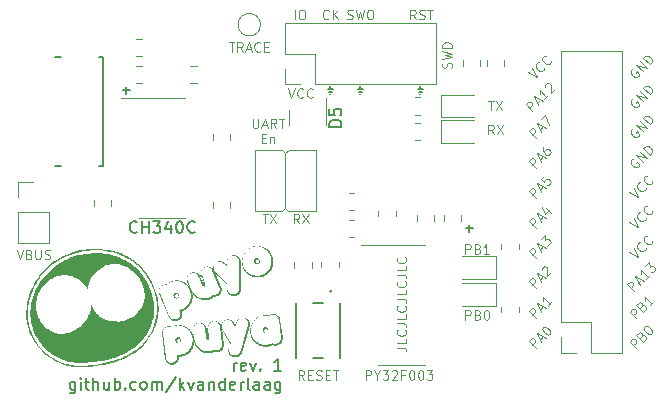
<source format=gbr>
%TF.GenerationSoftware,KiCad,Pcbnew,7.0.6*%
%TF.CreationDate,2023-07-24T13:39:50-06:00*%
%TF.ProjectId,PuyoPuya,5075796f-5075-4796-912e-6b696361645f,rev?*%
%TF.SameCoordinates,Original*%
%TF.FileFunction,Legend,Top*%
%TF.FilePolarity,Positive*%
%FSLAX46Y46*%
G04 Gerber Fmt 4.6, Leading zero omitted, Abs format (unit mm)*
G04 Created by KiCad (PCBNEW 7.0.6) date 2023-07-24 13:39:50*
%MOMM*%
%LPD*%
G01*
G04 APERTURE LIST*
%ADD10C,0.100000*%
%ADD11C,0.150000*%
%ADD12C,0.000000*%
%ADD13C,0.120000*%
%ADD14C,0.152400*%
G04 APERTURE END LIST*
D10*
X129330610Y-56426495D02*
X129330610Y-57074114D01*
X129330610Y-57074114D02*
X129368705Y-57150304D01*
X129368705Y-57150304D02*
X129406800Y-57188400D01*
X129406800Y-57188400D02*
X129482991Y-57226495D01*
X129482991Y-57226495D02*
X129635372Y-57226495D01*
X129635372Y-57226495D02*
X129711562Y-57188400D01*
X129711562Y-57188400D02*
X129749657Y-57150304D01*
X129749657Y-57150304D02*
X129787753Y-57074114D01*
X129787753Y-57074114D02*
X129787753Y-56426495D01*
X130130609Y-56997923D02*
X130511562Y-56997923D01*
X130054419Y-57226495D02*
X130321086Y-56426495D01*
X130321086Y-56426495D02*
X130587752Y-57226495D01*
X131311562Y-57226495D02*
X131044895Y-56845542D01*
X130854419Y-57226495D02*
X130854419Y-56426495D01*
X130854419Y-56426495D02*
X131159181Y-56426495D01*
X131159181Y-56426495D02*
X131235371Y-56464590D01*
X131235371Y-56464590D02*
X131273466Y-56502685D01*
X131273466Y-56502685D02*
X131311562Y-56578876D01*
X131311562Y-56578876D02*
X131311562Y-56693161D01*
X131311562Y-56693161D02*
X131273466Y-56769352D01*
X131273466Y-56769352D02*
X131235371Y-56807447D01*
X131235371Y-56807447D02*
X131159181Y-56845542D01*
X131159181Y-56845542D02*
X130854419Y-56845542D01*
X131540133Y-56426495D02*
X131997276Y-56426495D01*
X131768704Y-57226495D02*
X131768704Y-56426495D01*
X130073466Y-58095447D02*
X130340132Y-58095447D01*
X130454418Y-58514495D02*
X130073466Y-58514495D01*
X130073466Y-58514495D02*
X130073466Y-57714495D01*
X130073466Y-57714495D02*
X130454418Y-57714495D01*
X130797276Y-57981161D02*
X130797276Y-58514495D01*
X130797276Y-58057352D02*
X130835371Y-58019257D01*
X130835371Y-58019257D02*
X130911561Y-57981161D01*
X130911561Y-57981161D02*
X131025847Y-57981161D01*
X131025847Y-57981161D02*
X131102038Y-58019257D01*
X131102038Y-58019257D02*
X131140133Y-58095447D01*
X131140133Y-58095447D02*
X131140133Y-58514495D01*
X130149676Y-64487295D02*
X130606819Y-64487295D01*
X130378247Y-65287295D02*
X130378247Y-64487295D01*
X130797295Y-64487295D02*
X131330629Y-65287295D01*
X131330629Y-64487295D02*
X130797295Y-65287295D01*
X133267467Y-65287295D02*
X133000800Y-64906342D01*
X132810324Y-65287295D02*
X132810324Y-64487295D01*
X132810324Y-64487295D02*
X133115086Y-64487295D01*
X133115086Y-64487295D02*
X133191276Y-64525390D01*
X133191276Y-64525390D02*
X133229371Y-64563485D01*
X133229371Y-64563485D02*
X133267467Y-64639676D01*
X133267467Y-64639676D02*
X133267467Y-64753961D01*
X133267467Y-64753961D02*
X133229371Y-64830152D01*
X133229371Y-64830152D02*
X133191276Y-64868247D01*
X133191276Y-64868247D02*
X133115086Y-64906342D01*
X133115086Y-64906342D02*
X132810324Y-64906342D01*
X133534133Y-64487295D02*
X134067467Y-65287295D01*
X134067467Y-64487295D02*
X133534133Y-65287295D01*
X109328133Y-67535295D02*
X109594800Y-68335295D01*
X109594800Y-68335295D02*
X109861466Y-67535295D01*
X110394799Y-67916247D02*
X110509085Y-67954342D01*
X110509085Y-67954342D02*
X110547180Y-67992438D01*
X110547180Y-67992438D02*
X110585276Y-68068628D01*
X110585276Y-68068628D02*
X110585276Y-68182914D01*
X110585276Y-68182914D02*
X110547180Y-68259104D01*
X110547180Y-68259104D02*
X110509085Y-68297200D01*
X110509085Y-68297200D02*
X110432895Y-68335295D01*
X110432895Y-68335295D02*
X110128133Y-68335295D01*
X110128133Y-68335295D02*
X110128133Y-67535295D01*
X110128133Y-67535295D02*
X110394799Y-67535295D01*
X110394799Y-67535295D02*
X110470990Y-67573390D01*
X110470990Y-67573390D02*
X110509085Y-67611485D01*
X110509085Y-67611485D02*
X110547180Y-67687676D01*
X110547180Y-67687676D02*
X110547180Y-67763866D01*
X110547180Y-67763866D02*
X110509085Y-67840057D01*
X110509085Y-67840057D02*
X110470990Y-67878152D01*
X110470990Y-67878152D02*
X110394799Y-67916247D01*
X110394799Y-67916247D02*
X110128133Y-67916247D01*
X110928133Y-67535295D02*
X110928133Y-68182914D01*
X110928133Y-68182914D02*
X110966228Y-68259104D01*
X110966228Y-68259104D02*
X111004323Y-68297200D01*
X111004323Y-68297200D02*
X111080514Y-68335295D01*
X111080514Y-68335295D02*
X111232895Y-68335295D01*
X111232895Y-68335295D02*
X111309085Y-68297200D01*
X111309085Y-68297200D02*
X111347180Y-68259104D01*
X111347180Y-68259104D02*
X111385276Y-68182914D01*
X111385276Y-68182914D02*
X111385276Y-67535295D01*
X111728132Y-68297200D02*
X111842418Y-68335295D01*
X111842418Y-68335295D02*
X112032894Y-68335295D01*
X112032894Y-68335295D02*
X112109085Y-68297200D01*
X112109085Y-68297200D02*
X112147180Y-68259104D01*
X112147180Y-68259104D02*
X112185275Y-68182914D01*
X112185275Y-68182914D02*
X112185275Y-68106723D01*
X112185275Y-68106723D02*
X112147180Y-68030533D01*
X112147180Y-68030533D02*
X112109085Y-67992438D01*
X112109085Y-67992438D02*
X112032894Y-67954342D01*
X112032894Y-67954342D02*
X111880513Y-67916247D01*
X111880513Y-67916247D02*
X111804323Y-67878152D01*
X111804323Y-67878152D02*
X111766228Y-67840057D01*
X111766228Y-67840057D02*
X111728132Y-67763866D01*
X111728132Y-67763866D02*
X111728132Y-67687676D01*
X111728132Y-67687676D02*
X111766228Y-67611485D01*
X111766228Y-67611485D02*
X111804323Y-67573390D01*
X111804323Y-67573390D02*
X111880513Y-67535295D01*
X111880513Y-67535295D02*
X112070990Y-67535295D01*
X112070990Y-67535295D02*
X112185275Y-67573390D01*
D11*
X135890000Y-53695600D02*
X135890000Y-53949600D01*
X135890000Y-54356000D02*
X135890000Y-54356000D01*
X135890000Y-53949600D02*
X136093200Y-53949600D01*
X135788400Y-54152800D02*
X135991600Y-54152800D01*
X135890000Y-53949600D02*
X135686800Y-53949600D01*
X138430000Y-53949600D02*
X138633200Y-53949600D01*
X138430000Y-54356000D02*
X138430000Y-54356000D01*
X138430000Y-53695600D02*
X138430000Y-53949600D01*
X138328400Y-54152800D02*
X138531600Y-54152800D01*
X138430000Y-53949600D02*
X138226800Y-53949600D01*
X143510000Y-54356000D02*
X143510000Y-54356000D01*
X143408400Y-54152800D02*
X143611600Y-54152800D01*
X143510000Y-53949600D02*
X143713200Y-53949600D01*
X143510000Y-53949600D02*
X143306800Y-53949600D01*
X143510000Y-53695600D02*
X143510000Y-53949600D01*
D10*
X132334133Y-53870095D02*
X132600800Y-54670095D01*
X132600800Y-54670095D02*
X132867466Y-53870095D01*
X133591276Y-54593904D02*
X133553180Y-54632000D01*
X133553180Y-54632000D02*
X133438895Y-54670095D01*
X133438895Y-54670095D02*
X133362704Y-54670095D01*
X133362704Y-54670095D02*
X133248418Y-54632000D01*
X133248418Y-54632000D02*
X133172228Y-54555809D01*
X133172228Y-54555809D02*
X133134133Y-54479619D01*
X133134133Y-54479619D02*
X133096037Y-54327238D01*
X133096037Y-54327238D02*
X133096037Y-54212952D01*
X133096037Y-54212952D02*
X133134133Y-54060571D01*
X133134133Y-54060571D02*
X133172228Y-53984380D01*
X133172228Y-53984380D02*
X133248418Y-53908190D01*
X133248418Y-53908190D02*
X133362704Y-53870095D01*
X133362704Y-53870095D02*
X133438895Y-53870095D01*
X133438895Y-53870095D02*
X133553180Y-53908190D01*
X133553180Y-53908190D02*
X133591276Y-53946285D01*
X134391276Y-54593904D02*
X134353180Y-54632000D01*
X134353180Y-54632000D02*
X134238895Y-54670095D01*
X134238895Y-54670095D02*
X134162704Y-54670095D01*
X134162704Y-54670095D02*
X134048418Y-54632000D01*
X134048418Y-54632000D02*
X133972228Y-54555809D01*
X133972228Y-54555809D02*
X133934133Y-54479619D01*
X133934133Y-54479619D02*
X133896037Y-54327238D01*
X133896037Y-54327238D02*
X133896037Y-54212952D01*
X133896037Y-54212952D02*
X133934133Y-54060571D01*
X133934133Y-54060571D02*
X133972228Y-53984380D01*
X133972228Y-53984380D02*
X134048418Y-53908190D01*
X134048418Y-53908190D02*
X134162704Y-53870095D01*
X134162704Y-53870095D02*
X134238895Y-53870095D01*
X134238895Y-53870095D02*
X134353180Y-53908190D01*
X134353180Y-53908190D02*
X134391276Y-53946285D01*
X143122705Y-48015295D02*
X142856038Y-47634342D01*
X142665562Y-48015295D02*
X142665562Y-47215295D01*
X142665562Y-47215295D02*
X142970324Y-47215295D01*
X142970324Y-47215295D02*
X143046514Y-47253390D01*
X143046514Y-47253390D02*
X143084609Y-47291485D01*
X143084609Y-47291485D02*
X143122705Y-47367676D01*
X143122705Y-47367676D02*
X143122705Y-47481961D01*
X143122705Y-47481961D02*
X143084609Y-47558152D01*
X143084609Y-47558152D02*
X143046514Y-47596247D01*
X143046514Y-47596247D02*
X142970324Y-47634342D01*
X142970324Y-47634342D02*
X142665562Y-47634342D01*
X143427466Y-47977200D02*
X143541752Y-48015295D01*
X143541752Y-48015295D02*
X143732228Y-48015295D01*
X143732228Y-48015295D02*
X143808419Y-47977200D01*
X143808419Y-47977200D02*
X143846514Y-47939104D01*
X143846514Y-47939104D02*
X143884609Y-47862914D01*
X143884609Y-47862914D02*
X143884609Y-47786723D01*
X143884609Y-47786723D02*
X143846514Y-47710533D01*
X143846514Y-47710533D02*
X143808419Y-47672438D01*
X143808419Y-47672438D02*
X143732228Y-47634342D01*
X143732228Y-47634342D02*
X143579847Y-47596247D01*
X143579847Y-47596247D02*
X143503657Y-47558152D01*
X143503657Y-47558152D02*
X143465562Y-47520057D01*
X143465562Y-47520057D02*
X143427466Y-47443866D01*
X143427466Y-47443866D02*
X143427466Y-47367676D01*
X143427466Y-47367676D02*
X143465562Y-47291485D01*
X143465562Y-47291485D02*
X143503657Y-47253390D01*
X143503657Y-47253390D02*
X143579847Y-47215295D01*
X143579847Y-47215295D02*
X143770324Y-47215295D01*
X143770324Y-47215295D02*
X143884609Y-47253390D01*
X144113181Y-47215295D02*
X144570324Y-47215295D01*
X144341752Y-48015295D02*
X144341752Y-47215295D01*
X137325237Y-47977200D02*
X137439523Y-48015295D01*
X137439523Y-48015295D02*
X137629999Y-48015295D01*
X137629999Y-48015295D02*
X137706190Y-47977200D01*
X137706190Y-47977200D02*
X137744285Y-47939104D01*
X137744285Y-47939104D02*
X137782380Y-47862914D01*
X137782380Y-47862914D02*
X137782380Y-47786723D01*
X137782380Y-47786723D02*
X137744285Y-47710533D01*
X137744285Y-47710533D02*
X137706190Y-47672438D01*
X137706190Y-47672438D02*
X137629999Y-47634342D01*
X137629999Y-47634342D02*
X137477618Y-47596247D01*
X137477618Y-47596247D02*
X137401428Y-47558152D01*
X137401428Y-47558152D02*
X137363333Y-47520057D01*
X137363333Y-47520057D02*
X137325237Y-47443866D01*
X137325237Y-47443866D02*
X137325237Y-47367676D01*
X137325237Y-47367676D02*
X137363333Y-47291485D01*
X137363333Y-47291485D02*
X137401428Y-47253390D01*
X137401428Y-47253390D02*
X137477618Y-47215295D01*
X137477618Y-47215295D02*
X137668095Y-47215295D01*
X137668095Y-47215295D02*
X137782380Y-47253390D01*
X138049047Y-47215295D02*
X138239523Y-48015295D01*
X138239523Y-48015295D02*
X138391904Y-47443866D01*
X138391904Y-47443866D02*
X138544285Y-48015295D01*
X138544285Y-48015295D02*
X138734762Y-47215295D01*
X139191905Y-47215295D02*
X139344286Y-47215295D01*
X139344286Y-47215295D02*
X139420476Y-47253390D01*
X139420476Y-47253390D02*
X139496667Y-47329580D01*
X139496667Y-47329580D02*
X139534762Y-47481961D01*
X139534762Y-47481961D02*
X139534762Y-47748628D01*
X139534762Y-47748628D02*
X139496667Y-47901009D01*
X139496667Y-47901009D02*
X139420476Y-47977200D01*
X139420476Y-47977200D02*
X139344286Y-48015295D01*
X139344286Y-48015295D02*
X139191905Y-48015295D01*
X139191905Y-48015295D02*
X139115714Y-47977200D01*
X139115714Y-47977200D02*
X139039524Y-47901009D01*
X139039524Y-47901009D02*
X139001428Y-47748628D01*
X139001428Y-47748628D02*
X139001428Y-47481961D01*
X139001428Y-47481961D02*
X139039524Y-47329580D01*
X139039524Y-47329580D02*
X139115714Y-47253390D01*
X139115714Y-47253390D02*
X139191905Y-47215295D01*
X135737619Y-47939104D02*
X135699523Y-47977200D01*
X135699523Y-47977200D02*
X135585238Y-48015295D01*
X135585238Y-48015295D02*
X135509047Y-48015295D01*
X135509047Y-48015295D02*
X135394761Y-47977200D01*
X135394761Y-47977200D02*
X135318571Y-47901009D01*
X135318571Y-47901009D02*
X135280476Y-47824819D01*
X135280476Y-47824819D02*
X135242380Y-47672438D01*
X135242380Y-47672438D02*
X135242380Y-47558152D01*
X135242380Y-47558152D02*
X135280476Y-47405771D01*
X135280476Y-47405771D02*
X135318571Y-47329580D01*
X135318571Y-47329580D02*
X135394761Y-47253390D01*
X135394761Y-47253390D02*
X135509047Y-47215295D01*
X135509047Y-47215295D02*
X135585238Y-47215295D01*
X135585238Y-47215295D02*
X135699523Y-47253390D01*
X135699523Y-47253390D02*
X135737619Y-47291485D01*
X136080476Y-48015295D02*
X136080476Y-47215295D01*
X136537619Y-48015295D02*
X136194761Y-47558152D01*
X136537619Y-47215295D02*
X136080476Y-47672438D01*
X132880153Y-48015295D02*
X132880153Y-47215295D01*
X133413486Y-47215295D02*
X133565867Y-47215295D01*
X133565867Y-47215295D02*
X133642057Y-47253390D01*
X133642057Y-47253390D02*
X133718248Y-47329580D01*
X133718248Y-47329580D02*
X133756343Y-47481961D01*
X133756343Y-47481961D02*
X133756343Y-47748628D01*
X133756343Y-47748628D02*
X133718248Y-47901009D01*
X133718248Y-47901009D02*
X133642057Y-47977200D01*
X133642057Y-47977200D02*
X133565867Y-48015295D01*
X133565867Y-48015295D02*
X133413486Y-48015295D01*
X133413486Y-48015295D02*
X133337295Y-47977200D01*
X133337295Y-47977200D02*
X133261105Y-47901009D01*
X133261105Y-47901009D02*
X133223009Y-47748628D01*
X133223009Y-47748628D02*
X133223009Y-47481961D01*
X133223009Y-47481961D02*
X133261105Y-47329580D01*
X133261105Y-47329580D02*
X133337295Y-47253390D01*
X133337295Y-47253390D02*
X133413486Y-47215295D01*
D12*
G36*
X129774612Y-67198922D02*
G01*
X129843671Y-67203870D01*
X129913189Y-67212681D01*
X129983166Y-67225356D01*
X130053602Y-67241895D01*
X130124496Y-67262297D01*
X130195849Y-67286563D01*
X130267661Y-67314692D01*
X130339932Y-67346684D01*
X130392868Y-67376244D01*
X130443842Y-67407290D01*
X130492854Y-67439823D01*
X130539903Y-67473842D01*
X130584989Y-67509347D01*
X130628113Y-67546338D01*
X130669274Y-67584816D01*
X130708472Y-67624779D01*
X130745708Y-67666227D01*
X130780980Y-67709162D01*
X130814289Y-67753581D01*
X130845636Y-67799486D01*
X130875019Y-67846877D01*
X130902439Y-67895752D01*
X130927895Y-67946112D01*
X130951388Y-67997956D01*
X130968962Y-68039009D01*
X130996342Y-68107907D01*
X131019618Y-68177102D01*
X131038790Y-68246593D01*
X131053857Y-68316381D01*
X131064821Y-68386466D01*
X131071681Y-68456846D01*
X131074436Y-68527523D01*
X131073088Y-68598496D01*
X131067637Y-68669764D01*
X131058081Y-68741328D01*
X131044422Y-68813188D01*
X131026659Y-68885342D01*
X131004793Y-68957793D01*
X130978824Y-69030538D01*
X130948751Y-69103578D01*
X130914575Y-69176913D01*
X130886429Y-69227483D01*
X130856855Y-69276180D01*
X130825854Y-69323003D01*
X130793425Y-69367953D01*
X130759568Y-69411030D01*
X130724283Y-69452233D01*
X130687570Y-69491562D01*
X130649429Y-69529016D01*
X130609859Y-69564597D01*
X130568861Y-69598304D01*
X130526436Y-69630136D01*
X130482581Y-69660094D01*
X130437298Y-69688177D01*
X130390587Y-69714385D01*
X130342447Y-69738718D01*
X130292879Y-69761176D01*
X130245682Y-69781369D01*
X130184701Y-69805720D01*
X130123365Y-69826712D01*
X130061673Y-69844346D01*
X129999625Y-69858622D01*
X129937221Y-69869539D01*
X129874462Y-69877098D01*
X129811346Y-69881300D01*
X129747875Y-69882144D01*
X129684049Y-69879630D01*
X129619867Y-69873759D01*
X129555330Y-69864531D01*
X129490438Y-69851945D01*
X129425190Y-69836003D01*
X129359587Y-69816703D01*
X129293629Y-69794047D01*
X129227316Y-69768035D01*
X129166698Y-69739771D01*
X129108375Y-69709556D01*
X129052349Y-69677392D01*
X128998618Y-69643278D01*
X128947183Y-69607214D01*
X128898043Y-69569199D01*
X128851199Y-69529235D01*
X128806651Y-69487321D01*
X128764398Y-69443457D01*
X128724441Y-69397642D01*
X128686779Y-69349878D01*
X128651412Y-69300164D01*
X128618341Y-69248499D01*
X128587564Y-69194885D01*
X128559083Y-69139320D01*
X128532897Y-69081806D01*
X128515324Y-69040753D01*
X128487558Y-68970816D01*
X128463998Y-68900557D01*
X128444646Y-68829977D01*
X128429501Y-68759076D01*
X128418563Y-68687853D01*
X128411831Y-68616310D01*
X128409307Y-68544445D01*
X128410446Y-68495576D01*
X128447412Y-68495576D01*
X128449231Y-68548799D01*
X128453484Y-68601947D01*
X128460172Y-68655020D01*
X128469294Y-68708018D01*
X128480851Y-68760941D01*
X128494842Y-68813790D01*
X128511268Y-68866564D01*
X128530128Y-68919263D01*
X128551422Y-68971887D01*
X128583362Y-69041349D01*
X128618352Y-69107607D01*
X128656393Y-69170664D01*
X128697484Y-69230517D01*
X128741625Y-69287168D01*
X128788815Y-69340616D01*
X128839056Y-69390861D01*
X128892346Y-69437904D01*
X128948686Y-69481743D01*
X129008075Y-69522380D01*
X129070513Y-69559813D01*
X129136000Y-69594043D01*
X129204537Y-69625070D01*
X129276122Y-69652894D01*
X129350755Y-69677514D01*
X129428438Y-69698930D01*
X129475967Y-69708579D01*
X129523293Y-69716381D01*
X129570416Y-69722335D01*
X129617336Y-69726441D01*
X129664052Y-69728700D01*
X129710566Y-69729110D01*
X129756876Y-69727672D01*
X129802984Y-69724386D01*
X129848888Y-69719251D01*
X129894589Y-69712268D01*
X129940086Y-69703436D01*
X129985381Y-69692755D01*
X130030473Y-69680226D01*
X130075361Y-69665847D01*
X130120046Y-69649619D01*
X130164528Y-69631541D01*
X130230054Y-69601429D01*
X130292720Y-69568404D01*
X130352528Y-69532466D01*
X130409477Y-69493615D01*
X130463568Y-69451851D01*
X130514799Y-69407174D01*
X130563171Y-69359585D01*
X130608685Y-69309084D01*
X130651339Y-69255671D01*
X130691134Y-69199345D01*
X130728069Y-69140108D01*
X130762145Y-69077958D01*
X130793362Y-69012898D01*
X130821719Y-68944925D01*
X130847217Y-68874042D01*
X130869855Y-68800247D01*
X130881448Y-68749706D01*
X130890976Y-68699348D01*
X130898437Y-68649171D01*
X130903833Y-68599177D01*
X130907163Y-68549364D01*
X130908427Y-68499734D01*
X130907625Y-68450285D01*
X130904758Y-68401018D01*
X130899825Y-68351933D01*
X130892826Y-68303030D01*
X130883763Y-68254310D01*
X130872634Y-68205771D01*
X130859440Y-68157414D01*
X130844180Y-68109238D01*
X130826856Y-68061245D01*
X130807466Y-68013434D01*
X130803084Y-68003195D01*
X130770278Y-67932016D01*
X130734242Y-67864193D01*
X130694977Y-67799726D01*
X130652483Y-67738616D01*
X130606759Y-67680862D01*
X130557805Y-67626464D01*
X130505621Y-67575422D01*
X130450206Y-67527736D01*
X130391562Y-67483406D01*
X130329687Y-67442432D01*
X130264581Y-67404814D01*
X130196245Y-67370551D01*
X130124677Y-67339644D01*
X130049879Y-67312092D01*
X129971849Y-67287896D01*
X129890588Y-67267055D01*
X129845347Y-67260245D01*
X129800493Y-67254958D01*
X129756024Y-67251194D01*
X129711942Y-67248955D01*
X129668247Y-67248239D01*
X129624938Y-67249046D01*
X129582015Y-67251377D01*
X129539480Y-67255232D01*
X129497331Y-67260611D01*
X129455569Y-67267513D01*
X129414194Y-67275938D01*
X129373205Y-67285888D01*
X129332604Y-67297361D01*
X129292390Y-67310357D01*
X129252563Y-67324878D01*
X129213123Y-67340921D01*
X129204932Y-67344446D01*
X129202927Y-67345261D01*
X129201022Y-67345956D01*
X129200107Y-67346258D01*
X129199217Y-67346531D01*
X129198353Y-67346774D01*
X129197514Y-67346988D01*
X129196701Y-67347172D01*
X129195913Y-67347326D01*
X129195152Y-67347451D01*
X129194417Y-67347547D01*
X129193708Y-67347613D01*
X129193025Y-67347650D01*
X129192369Y-67347658D01*
X129191740Y-67347637D01*
X129176165Y-67356733D01*
X129176168Y-67356733D01*
X129167976Y-67360257D01*
X129108619Y-67387523D01*
X129051634Y-67417492D01*
X128997020Y-67450165D01*
X128944778Y-67485541D01*
X128894908Y-67523621D01*
X128847409Y-67564404D01*
X128802282Y-67607890D01*
X128759526Y-67654080D01*
X128719142Y-67702973D01*
X128681129Y-67754570D01*
X128645487Y-67808870D01*
X128612217Y-67865874D01*
X128581317Y-67925581D01*
X128552789Y-67987992D01*
X128526631Y-68053106D01*
X128502845Y-68120924D01*
X128487623Y-68174670D01*
X128474835Y-68228341D01*
X128464481Y-68281938D01*
X128456562Y-68335460D01*
X128451078Y-68388907D01*
X128448028Y-68442279D01*
X128447412Y-68495576D01*
X128410446Y-68495576D01*
X128410990Y-68472260D01*
X128416880Y-68399753D01*
X128426976Y-68326926D01*
X128441280Y-68253777D01*
X128459791Y-68180309D01*
X128482509Y-68106519D01*
X128509434Y-68032409D01*
X128540565Y-67957979D01*
X128575904Y-67883228D01*
X128604503Y-67834518D01*
X128634420Y-67787599D01*
X128665653Y-67742471D01*
X128698203Y-67699132D01*
X128732069Y-67657583D01*
X128767252Y-67617823D01*
X128803751Y-67579854D01*
X128841567Y-67543673D01*
X128880698Y-67509282D01*
X128921146Y-67476680D01*
X128962909Y-67445867D01*
X129005988Y-67416843D01*
X129050382Y-67389608D01*
X129096091Y-67364162D01*
X129143116Y-67340503D01*
X129191456Y-67318633D01*
X129238651Y-67298440D01*
X129304041Y-67272476D01*
X129369889Y-67250376D01*
X129436196Y-67232140D01*
X129502961Y-67217769D01*
X129570186Y-67207261D01*
X129637869Y-67200617D01*
X129706011Y-67197838D01*
X129774612Y-67198922D01*
G37*
D11*
X118618000Y-53746400D02*
X118618000Y-54356000D01*
X147339200Y-65735200D02*
X147948800Y-65735200D01*
D12*
G36*
X127751063Y-67996656D02*
G01*
X127779336Y-67998972D01*
X127807965Y-68002652D01*
X127836949Y-68007698D01*
X127866290Y-68014109D01*
X127895986Y-68021885D01*
X127926037Y-68031027D01*
X127956444Y-68041533D01*
X127979261Y-68052729D01*
X128001258Y-68064315D01*
X128022435Y-68076290D01*
X128042793Y-68088654D01*
X128062331Y-68101408D01*
X128081048Y-68114551D01*
X128098946Y-68128083D01*
X128116023Y-68142004D01*
X128132280Y-68156314D01*
X128147717Y-68171013D01*
X128162332Y-68186101D01*
X128176127Y-68201577D01*
X128189101Y-68217443D01*
X128201254Y-68233697D01*
X128212586Y-68250339D01*
X128223096Y-68267371D01*
X128229146Y-68276171D01*
X128234829Y-68284821D01*
X128240145Y-68293321D01*
X128245093Y-68301673D01*
X128249672Y-68309877D01*
X128253883Y-68317935D01*
X128257724Y-68325848D01*
X128261195Y-68333617D01*
X128278769Y-68374670D01*
X128285202Y-68390967D01*
X128291105Y-68408553D01*
X128296479Y-68427428D01*
X128301324Y-68447590D01*
X128305640Y-68469041D01*
X128309426Y-68491780D01*
X128312683Y-68515808D01*
X128315410Y-68541125D01*
X128317608Y-68567730D01*
X128319276Y-68595624D01*
X128320414Y-68624807D01*
X128321022Y-68655278D01*
X128321100Y-68687039D01*
X128320649Y-68720088D01*
X128319667Y-68754427D01*
X128318155Y-68790055D01*
X128321108Y-69440809D01*
X128321918Y-70920559D01*
X128315506Y-70964473D01*
X128307074Y-71006594D01*
X128296623Y-71046925D01*
X128284154Y-71085463D01*
X128269665Y-71122210D01*
X128253156Y-71157164D01*
X128234629Y-71190327D01*
X128214082Y-71221698D01*
X128191516Y-71251277D01*
X128166931Y-71279064D01*
X128140327Y-71305058D01*
X128111703Y-71329260D01*
X128081061Y-71351670D01*
X128048399Y-71372287D01*
X128013718Y-71391112D01*
X127977017Y-71408144D01*
X127942108Y-71423098D01*
X127917248Y-71432947D01*
X127891923Y-71441400D01*
X127866135Y-71448458D01*
X127839882Y-71454120D01*
X127813165Y-71458387D01*
X127785984Y-71461259D01*
X127758339Y-71462736D01*
X127730230Y-71462818D01*
X127701658Y-71461504D01*
X127672622Y-71458795D01*
X127643122Y-71454691D01*
X127613158Y-71449191D01*
X127582732Y-71442296D01*
X127551841Y-71434006D01*
X127520488Y-71424321D01*
X127488671Y-71413240D01*
X127461848Y-71399359D01*
X127436048Y-71384719D01*
X127411270Y-71369319D01*
X127387515Y-71353161D01*
X127364781Y-71336244D01*
X127343070Y-71318567D01*
X127322380Y-71300132D01*
X127302713Y-71280938D01*
X127284067Y-71260984D01*
X127266444Y-71240272D01*
X127249842Y-71218800D01*
X127234261Y-71196570D01*
X127219703Y-71173580D01*
X127206165Y-71149832D01*
X127193650Y-71125324D01*
X127182155Y-71100058D01*
X127175194Y-71082647D01*
X127168796Y-71064294D01*
X127162961Y-71044999D01*
X127157689Y-71024762D01*
X127152980Y-71003582D01*
X127148834Y-70981460D01*
X127145252Y-70958395D01*
X127142233Y-70934388D01*
X127139778Y-70909438D01*
X127137887Y-70883546D01*
X127136560Y-70856711D01*
X127135797Y-70828932D01*
X127135598Y-70800211D01*
X127135963Y-70770547D01*
X127136893Y-70739940D01*
X127138388Y-70708390D01*
X127138172Y-70706967D01*
X127137971Y-70703715D01*
X127137612Y-70691728D01*
X127137073Y-70645817D01*
X127136774Y-70570661D01*
X127136721Y-70466264D01*
X126389598Y-69749175D01*
X126107353Y-69474140D01*
X126092943Y-69456417D01*
X126079574Y-69439003D01*
X126067246Y-69421898D01*
X126055960Y-69405102D01*
X126045717Y-69388617D01*
X126040986Y-69380491D01*
X126036516Y-69372443D01*
X126032307Y-69364472D01*
X126028359Y-69356580D01*
X126024672Y-69348765D01*
X126021246Y-69341029D01*
X126003674Y-69299976D01*
X125995100Y-69278426D01*
X125987612Y-69256355D01*
X125981210Y-69233760D01*
X125975894Y-69210644D01*
X125971664Y-69187006D01*
X125968520Y-69162845D01*
X125966462Y-69138163D01*
X125965491Y-69112959D01*
X125965605Y-69087232D01*
X125966806Y-69060985D01*
X125969092Y-69034215D01*
X125969293Y-69032585D01*
X126001522Y-69032585D01*
X126001563Y-69058273D01*
X126002989Y-69083784D01*
X126005800Y-69109119D01*
X126009996Y-69134278D01*
X126015578Y-69159261D01*
X126022545Y-69184069D01*
X126030897Y-69208701D01*
X126040634Y-69233158D01*
X126047423Y-69247957D01*
X126055270Y-69263099D01*
X126064174Y-69278585D01*
X126074137Y-69294416D01*
X126085158Y-69310589D01*
X126097236Y-69327107D01*
X126110373Y-69343969D01*
X126124567Y-69361174D01*
X126139819Y-69378723D01*
X126156128Y-69396616D01*
X126173495Y-69414852D01*
X126191919Y-69433433D01*
X126211400Y-69452357D01*
X126231939Y-69471625D01*
X126253535Y-69491237D01*
X126276188Y-69511193D01*
X126946242Y-70153201D01*
X127171347Y-70371300D01*
X127174341Y-70721516D01*
X127176041Y-70826881D01*
X127177870Y-70885745D01*
X127180715Y-70901711D01*
X127183709Y-70916783D01*
X127186854Y-70930960D01*
X127190146Y-70944241D01*
X127193586Y-70956624D01*
X127197172Y-70968108D01*
X127200903Y-70978693D01*
X127204779Y-70988377D01*
X127222353Y-71029430D01*
X127231422Y-71049151D01*
X127241502Y-71068307D01*
X127252594Y-71086900D01*
X127264696Y-71104929D01*
X127277809Y-71122393D01*
X127291932Y-71139293D01*
X127307066Y-71155629D01*
X127323211Y-71171400D01*
X127340365Y-71186606D01*
X127358530Y-71201247D01*
X127377704Y-71215323D01*
X127397888Y-71228834D01*
X127419082Y-71241780D01*
X127441285Y-71254160D01*
X127464497Y-71265974D01*
X127488719Y-71277223D01*
X127513839Y-71285286D01*
X127538712Y-71292242D01*
X127563337Y-71298091D01*
X127587714Y-71302832D01*
X127611845Y-71306465D01*
X127635728Y-71308990D01*
X127659365Y-71310406D01*
X127682754Y-71310715D01*
X127705897Y-71309915D01*
X127728794Y-71308007D01*
X127751444Y-71304990D01*
X127773847Y-71300864D01*
X127796005Y-71295630D01*
X127817916Y-71289286D01*
X127839582Y-71281833D01*
X127861002Y-71273270D01*
X127881045Y-71264282D01*
X127900392Y-71254777D01*
X127919044Y-71244753D01*
X127937000Y-71234212D01*
X127954260Y-71223152D01*
X127970825Y-71211575D01*
X127986693Y-71199480D01*
X128001867Y-71186866D01*
X128016344Y-71173735D01*
X128030126Y-71160086D01*
X128043211Y-71145919D01*
X128055601Y-71131234D01*
X128067296Y-71116032D01*
X128078294Y-71100311D01*
X128088597Y-71084072D01*
X128098204Y-71067316D01*
X128107115Y-71050041D01*
X128115330Y-71032249D01*
X128122850Y-71013938D01*
X128129673Y-70995110D01*
X128135801Y-70975764D01*
X128141233Y-70955900D01*
X128145969Y-70935518D01*
X128150009Y-70914618D01*
X128153353Y-70893200D01*
X128156002Y-70871264D01*
X128157954Y-70848811D01*
X128159211Y-70825839D01*
X128159772Y-70802349D01*
X128159636Y-70778342D01*
X128158805Y-70753817D01*
X128157278Y-70728773D01*
X128155766Y-69125472D01*
X128151182Y-68502114D01*
X128151071Y-68492921D01*
X128150647Y-68483574D01*
X128149911Y-68474075D01*
X128148862Y-68464424D01*
X128147502Y-68454621D01*
X128145830Y-68444666D01*
X128143846Y-68434559D01*
X128141551Y-68424301D01*
X128138944Y-68413891D01*
X128136025Y-68403331D01*
X128132796Y-68392620D01*
X128129256Y-68381758D01*
X128125405Y-68370745D01*
X128121243Y-68359583D01*
X128116770Y-68348270D01*
X128111987Y-68336808D01*
X128101679Y-68314357D01*
X128090295Y-68292671D01*
X128077833Y-68271749D01*
X128064294Y-68251592D01*
X128049677Y-68232199D01*
X128033984Y-68213571D01*
X128017213Y-68195708D01*
X127999366Y-68178609D01*
X127980441Y-68162275D01*
X127960439Y-68146706D01*
X127939360Y-68131901D01*
X127917203Y-68117861D01*
X127893970Y-68104585D01*
X127869660Y-68092074D01*
X127844272Y-68080328D01*
X127817807Y-68069346D01*
X127794615Y-68063394D01*
X127771795Y-68058307D01*
X127749346Y-68054085D01*
X127727268Y-68050728D01*
X127705561Y-68048237D01*
X127684226Y-68046611D01*
X127663261Y-68045851D01*
X127642667Y-68045956D01*
X127622443Y-68046927D01*
X127602590Y-68048763D01*
X127583107Y-68051466D01*
X127563995Y-68055034D01*
X127545252Y-68059468D01*
X127526879Y-68064768D01*
X127508876Y-68070934D01*
X127491243Y-68077966D01*
X127483051Y-68081490D01*
X127482288Y-68081809D01*
X127481533Y-68082104D01*
X127480788Y-68082376D01*
X127480051Y-68082625D01*
X127479324Y-68082851D01*
X127478605Y-68083053D01*
X127477895Y-68083233D01*
X127477194Y-68083389D01*
X127476502Y-68083523D01*
X127475819Y-68083634D01*
X127475144Y-68083722D01*
X127474479Y-68083787D01*
X127473823Y-68083830D01*
X127473175Y-68083850D01*
X127472537Y-68083848D01*
X127471907Y-68083824D01*
X127471493Y-68084301D01*
X127471056Y-68084768D01*
X127470596Y-68085225D01*
X127470113Y-68085673D01*
X127469606Y-68086111D01*
X127469077Y-68086539D01*
X127468524Y-68086957D01*
X127467948Y-68087366D01*
X127467350Y-68087765D01*
X127466728Y-68088155D01*
X127466084Y-68088536D01*
X127465418Y-68088907D01*
X127464728Y-68089269D01*
X127464016Y-68089622D01*
X127463282Y-68089966D01*
X127462525Y-68090301D01*
X127450190Y-68095540D01*
X127429470Y-68105118D01*
X127409368Y-68115835D01*
X127389885Y-68127688D01*
X127371022Y-68140680D01*
X127352777Y-68154809D01*
X127335152Y-68170076D01*
X127318146Y-68186481D01*
X127301761Y-68204023D01*
X127285995Y-68222704D01*
X127270850Y-68242523D01*
X127256325Y-68263479D01*
X127242421Y-68285574D01*
X127229137Y-68308808D01*
X127216475Y-68333179D01*
X127204434Y-68358689D01*
X127193015Y-68385338D01*
X127189620Y-68397207D01*
X127186487Y-68410975D01*
X127183619Y-68426640D01*
X127181013Y-68444204D01*
X127178671Y-68463665D01*
X127176591Y-68485025D01*
X127173221Y-68533439D01*
X127170903Y-68589449D01*
X127169636Y-68653054D01*
X127169419Y-68724256D01*
X127170251Y-68803056D01*
X127171631Y-68999176D01*
X127165487Y-69001795D01*
X127016137Y-68856439D01*
X126898912Y-68744984D01*
X126852345Y-68701971D01*
X126813807Y-68667435D01*
X126783299Y-68641376D01*
X126760818Y-68623796D01*
X126748992Y-68616883D01*
X126737177Y-68610308D01*
X126725373Y-68604069D01*
X126713580Y-68598168D01*
X126701798Y-68592603D01*
X126690027Y-68587376D01*
X126678268Y-68582486D01*
X126666520Y-68577933D01*
X126654783Y-68573717D01*
X126643057Y-68569838D01*
X126631342Y-68566297D01*
X126619639Y-68563092D01*
X126607947Y-68560224D01*
X126596266Y-68557694D01*
X126584596Y-68555501D01*
X126572937Y-68553644D01*
X126554266Y-68551641D01*
X126535988Y-68550113D01*
X126518104Y-68549061D01*
X126500615Y-68548484D01*
X126483519Y-68548384D01*
X126466816Y-68548760D01*
X126450508Y-68549613D01*
X126434592Y-68550942D01*
X126419071Y-68552747D01*
X126403942Y-68555029D01*
X126389207Y-68557789D01*
X126374865Y-68561025D01*
X126360917Y-68564738D01*
X126347361Y-68568929D01*
X126334198Y-68573597D01*
X126321428Y-68578743D01*
X126307094Y-68584886D01*
X126306322Y-68585205D01*
X126305560Y-68585500D01*
X126304809Y-68585772D01*
X126304067Y-68586021D01*
X126303335Y-68586247D01*
X126302614Y-68586449D01*
X126301902Y-68586629D01*
X126301201Y-68586786D01*
X126300509Y-68586919D01*
X126299828Y-68587030D01*
X126299156Y-68587118D01*
X126298495Y-68587184D01*
X126297843Y-68587226D01*
X126297202Y-68587247D01*
X126296571Y-68587245D01*
X126295950Y-68587220D01*
X126295536Y-68587689D01*
X126295099Y-68588151D01*
X126294639Y-68588604D01*
X126294155Y-68589048D01*
X126293649Y-68589484D01*
X126293119Y-68589912D01*
X126292567Y-68590330D01*
X126291991Y-68590738D01*
X126291392Y-68591138D01*
X126290771Y-68591527D01*
X126290127Y-68591907D01*
X126289460Y-68592276D01*
X126288771Y-68592636D01*
X126288059Y-68592984D01*
X126287324Y-68593322D01*
X126286567Y-68593649D01*
X126286569Y-68593649D01*
X126276281Y-68598079D01*
X126260492Y-68605328D01*
X126244932Y-68613467D01*
X126229600Y-68622495D01*
X126214496Y-68632412D01*
X126199622Y-68643218D01*
X126184976Y-68654913D01*
X126170558Y-68667497D01*
X126156368Y-68680970D01*
X126142407Y-68695331D01*
X126128674Y-68710581D01*
X126115169Y-68726718D01*
X126101892Y-68743744D01*
X126088843Y-68761658D01*
X126076022Y-68780459D01*
X126063429Y-68800149D01*
X126051063Y-68820725D01*
X126040022Y-68847828D01*
X126030367Y-68874752D01*
X126022096Y-68901500D01*
X126015211Y-68928071D01*
X126009711Y-68954464D01*
X126005596Y-68980681D01*
X126002866Y-69006721D01*
X126001522Y-69032585D01*
X125969293Y-69032585D01*
X125972465Y-69006924D01*
X125976923Y-68979111D01*
X125982468Y-68950777D01*
X125989099Y-68921921D01*
X125996815Y-68892544D01*
X126010195Y-68861820D01*
X126024366Y-68832369D01*
X126039328Y-68804192D01*
X126055082Y-68777289D01*
X126071628Y-68751660D01*
X126088966Y-68727305D01*
X126107095Y-68704224D01*
X126126016Y-68682417D01*
X126145729Y-68661884D01*
X126166234Y-68642625D01*
X126187531Y-68624640D01*
X126209621Y-68607930D01*
X126232502Y-68592495D01*
X126256176Y-68578334D01*
X126280642Y-68565447D01*
X126305901Y-68553835D01*
X126305905Y-68553835D01*
X126349005Y-68535357D01*
X126366932Y-68528160D01*
X126385316Y-68521717D01*
X126404155Y-68516026D01*
X126423451Y-68511087D01*
X126443202Y-68506902D01*
X126463410Y-68503469D01*
X126484073Y-68500790D01*
X126505192Y-68498864D01*
X126526766Y-68497691D01*
X126548795Y-68497272D01*
X126571279Y-68497607D01*
X126594219Y-68498696D01*
X126617613Y-68500538D01*
X126641462Y-68503135D01*
X126665766Y-68506486D01*
X126690524Y-68510592D01*
X126712498Y-68515719D01*
X126734451Y-68521995D01*
X126756383Y-68529417D01*
X126778294Y-68537987D01*
X126800183Y-68547704D01*
X126822052Y-68558568D01*
X126843899Y-68570579D01*
X126865725Y-68583738D01*
X126887529Y-68598043D01*
X126909313Y-68613494D01*
X126931075Y-68630093D01*
X126952816Y-68647839D01*
X126974536Y-68666731D01*
X126996235Y-68686769D01*
X127017913Y-68707954D01*
X127039569Y-68730286D01*
X127079028Y-68767888D01*
X127107464Y-68795329D01*
X127124871Y-68812608D01*
X127129438Y-68817437D01*
X127131246Y-68819725D01*
X127135341Y-68818011D01*
X127132874Y-68735213D01*
X127132723Y-68659769D01*
X127134887Y-68591682D01*
X127139366Y-68530951D01*
X127142472Y-68503345D01*
X127146157Y-68477579D01*
X127150419Y-68453652D01*
X127155259Y-68431565D01*
X127160677Y-68411319D01*
X127166673Y-68392912D01*
X127173246Y-68376346D01*
X127180396Y-68361620D01*
X127187420Y-68343709D01*
X127195347Y-68325962D01*
X127204177Y-68308378D01*
X127213910Y-68290958D01*
X127224548Y-68273702D01*
X127236089Y-68256609D01*
X127248533Y-68239679D01*
X127261882Y-68222913D01*
X127276135Y-68206309D01*
X127291292Y-68189868D01*
X127307354Y-68173590D01*
X127324320Y-68157474D01*
X127342190Y-68141521D01*
X127360966Y-68125730D01*
X127380646Y-68110102D01*
X127401232Y-68094635D01*
X127411863Y-68087822D01*
X127421896Y-68081562D01*
X127431332Y-68075858D01*
X127440172Y-68070709D01*
X127448415Y-68066116D01*
X127456063Y-68062079D01*
X127463116Y-68058600D01*
X127469574Y-68055677D01*
X127512675Y-68037247D01*
X127537732Y-68027276D01*
X127563147Y-68018671D01*
X127588920Y-68011430D01*
X127615051Y-68005555D01*
X127641540Y-68001045D01*
X127668385Y-67997900D01*
X127695588Y-67996120D01*
X127723147Y-67995706D01*
X127751063Y-67996656D01*
G37*
G36*
X129686167Y-68235609D02*
G01*
X129703400Y-68237727D01*
X129720599Y-68241320D01*
X129737766Y-68246389D01*
X129754900Y-68252933D01*
X129772000Y-68260953D01*
X129789069Y-68270449D01*
X129806104Y-68281420D01*
X129823107Y-68293867D01*
X129840078Y-68307789D01*
X129857016Y-68323187D01*
X129863590Y-68331900D01*
X129869847Y-68340752D01*
X129875783Y-68349742D01*
X129881400Y-68358870D01*
X129886695Y-68368137D01*
X129891667Y-68377542D01*
X129896316Y-68387086D01*
X129900640Y-68396768D01*
X129907449Y-68414216D01*
X129912929Y-68431663D01*
X129917080Y-68449109D01*
X129919902Y-68466553D01*
X129921394Y-68483997D01*
X129921558Y-68501439D01*
X129920392Y-68518881D01*
X129917898Y-68536321D01*
X129914074Y-68553760D01*
X129908922Y-68571198D01*
X129902441Y-68588635D01*
X129894632Y-68606071D01*
X129885494Y-68623505D01*
X129875027Y-68640939D01*
X129863233Y-68658371D01*
X129850109Y-68675803D01*
X129846244Y-68679520D01*
X129842347Y-68683116D01*
X129838418Y-68686593D01*
X129834456Y-68689949D01*
X129830463Y-68693185D01*
X129826437Y-68696301D01*
X129822379Y-68699298D01*
X129818290Y-68702175D01*
X129814169Y-68704933D01*
X129810016Y-68707571D01*
X129805831Y-68710090D01*
X129801615Y-68712490D01*
X129797367Y-68714772D01*
X129793087Y-68716934D01*
X129788777Y-68718978D01*
X129784434Y-68720904D01*
X129776243Y-68724428D01*
X129757569Y-68731634D01*
X129739017Y-68737213D01*
X129729786Y-68739393D01*
X129720586Y-68741166D01*
X129711416Y-68742533D01*
X129702276Y-68743493D01*
X129693167Y-68744046D01*
X129684087Y-68744193D01*
X129675038Y-68743934D01*
X129666019Y-68743267D01*
X129657030Y-68742194D01*
X129648071Y-68740715D01*
X129639142Y-68738829D01*
X129630243Y-68736537D01*
X129621374Y-68733837D01*
X129612535Y-68730732D01*
X129594947Y-68723300D01*
X129577478Y-68714243D01*
X129560129Y-68703559D01*
X129542899Y-68691249D01*
X129525788Y-68677313D01*
X129508796Y-68661750D01*
X129491922Y-68644561D01*
X129485511Y-68634901D01*
X129479601Y-68625709D01*
X129474193Y-68616986D01*
X129469288Y-68608729D01*
X129464888Y-68600939D01*
X129460994Y-68593615D01*
X129457606Y-68586756D01*
X129454726Y-68580362D01*
X129447615Y-68562194D01*
X129441872Y-68544123D01*
X129437498Y-68526149D01*
X129436849Y-68522284D01*
X129600367Y-68522284D01*
X129600371Y-68528770D01*
X129600578Y-68535397D01*
X129600988Y-68542164D01*
X129601601Y-68549073D01*
X129601419Y-68550710D01*
X129601320Y-68552408D01*
X129601303Y-68554166D01*
X129601369Y-68555984D01*
X129601517Y-68557863D01*
X129601748Y-68559802D01*
X129602062Y-68561801D01*
X129602458Y-68563860D01*
X129602937Y-68565980D01*
X129603498Y-68568160D01*
X129604142Y-68570400D01*
X129604869Y-68572701D01*
X129605678Y-68575061D01*
X129606570Y-68577482D01*
X129607545Y-68579964D01*
X129608602Y-68582505D01*
X129608604Y-68582505D01*
X129618272Y-68605080D01*
X129620655Y-68610380D01*
X129623189Y-68615512D01*
X129625873Y-68620475D01*
X129628708Y-68625269D01*
X129631693Y-68629895D01*
X129634829Y-68634353D01*
X129638115Y-68638641D01*
X129641552Y-68642761D01*
X129645139Y-68646713D01*
X129648876Y-68650495D01*
X129652764Y-68654109D01*
X129656803Y-68657554D01*
X129660992Y-68660831D01*
X129665332Y-68663938D01*
X129669822Y-68666877D01*
X129674463Y-68669647D01*
X129679254Y-68672248D01*
X129684196Y-68674681D01*
X129689288Y-68676944D01*
X129694531Y-68679039D01*
X129699925Y-68680965D01*
X129705469Y-68682721D01*
X129711163Y-68684309D01*
X129717009Y-68685728D01*
X129723005Y-68686978D01*
X129729151Y-68688059D01*
X129735449Y-68688971D01*
X129741897Y-68689714D01*
X129748495Y-68690288D01*
X129755244Y-68690693D01*
X129762144Y-68690928D01*
X129769195Y-68690995D01*
X129773140Y-68690457D01*
X129776901Y-68689843D01*
X129780478Y-68689153D01*
X129783870Y-68688388D01*
X129787077Y-68687546D01*
X129790097Y-68686628D01*
X129792932Y-68685635D01*
X129795579Y-68684566D01*
X129809961Y-68678422D01*
X129814755Y-68676251D01*
X129819385Y-68673908D01*
X129823851Y-68671393D01*
X129828154Y-68668707D01*
X129832292Y-68665848D01*
X129836267Y-68662818D01*
X129840078Y-68659615D01*
X129843725Y-68656241D01*
X129847208Y-68652695D01*
X129850528Y-68648977D01*
X129853683Y-68645087D01*
X129856675Y-68641025D01*
X129859503Y-68636791D01*
X129862167Y-68632385D01*
X129864668Y-68627808D01*
X129867005Y-68623058D01*
X129869177Y-68618137D01*
X129871186Y-68613044D01*
X129873032Y-68607778D01*
X129874713Y-68602341D01*
X129876231Y-68596732D01*
X129877584Y-68590951D01*
X129878774Y-68584999D01*
X129879801Y-68578874D01*
X129880663Y-68572577D01*
X129881362Y-68566109D01*
X129881897Y-68559469D01*
X129882268Y-68552656D01*
X129882475Y-68545672D01*
X129882518Y-68538516D01*
X129882398Y-68531188D01*
X129882114Y-68523689D01*
X129881562Y-68519713D01*
X129880908Y-68515857D01*
X129880151Y-68512122D01*
X129879292Y-68508508D01*
X129878330Y-68505014D01*
X129877265Y-68501641D01*
X129876097Y-68498388D01*
X129874827Y-68495256D01*
X129866016Y-68474730D01*
X129863637Y-68469425D01*
X129861107Y-68464290D01*
X129858425Y-68459324D01*
X129855593Y-68454526D01*
X129852610Y-68449898D01*
X129849476Y-68445439D01*
X129846192Y-68441149D01*
X129842756Y-68437027D01*
X129839170Y-68433075D01*
X129835432Y-68429292D01*
X129831544Y-68425677D01*
X129827505Y-68422232D01*
X129823316Y-68418955D01*
X129818976Y-68415848D01*
X129814484Y-68412909D01*
X129809843Y-68410139D01*
X129805050Y-68407537D01*
X129800107Y-68405105D01*
X129795013Y-68402841D01*
X129789769Y-68400747D01*
X129784374Y-68398821D01*
X129778828Y-68397063D01*
X129773132Y-68395475D01*
X129767285Y-68394055D01*
X129761288Y-68392804D01*
X129755140Y-68391721D01*
X129748842Y-68390807D01*
X129742393Y-68390062D01*
X129735793Y-68389485D01*
X129729044Y-68389077D01*
X129715093Y-68388767D01*
X129682564Y-68397863D01*
X129676892Y-68400403D01*
X129671423Y-68403084D01*
X129666156Y-68405906D01*
X129661093Y-68408869D01*
X129656231Y-68411973D01*
X129651573Y-68415219D01*
X129647117Y-68418605D01*
X129642863Y-68422133D01*
X129638813Y-68425801D01*
X129634965Y-68429611D01*
X129631320Y-68433562D01*
X129627877Y-68437654D01*
X129624637Y-68441886D01*
X129621600Y-68446260D01*
X129618765Y-68450775D01*
X129616133Y-68455430D01*
X129613704Y-68460227D01*
X129611478Y-68465164D01*
X129609454Y-68470242D01*
X129607634Y-68475461D01*
X129606016Y-68480821D01*
X129604600Y-68486322D01*
X129603388Y-68491964D01*
X129602378Y-68497746D01*
X129601571Y-68503670D01*
X129600967Y-68509734D01*
X129600565Y-68515938D01*
X129600367Y-68522284D01*
X129436849Y-68522284D01*
X129434493Y-68508273D01*
X129432857Y-68490493D01*
X129432591Y-68472811D01*
X129433693Y-68455225D01*
X129436165Y-68437737D01*
X129440006Y-68420346D01*
X129445218Y-68403052D01*
X129451799Y-68385855D01*
X129459750Y-68368755D01*
X129469071Y-68351753D01*
X129479762Y-68334847D01*
X129491824Y-68318039D01*
X129505257Y-68301327D01*
X129509266Y-68297844D01*
X129513380Y-68294429D01*
X129517601Y-68291084D01*
X129521928Y-68287808D01*
X129526360Y-68284601D01*
X129530898Y-68281463D01*
X129535541Y-68278395D01*
X129540291Y-68275395D01*
X129545145Y-68272465D01*
X129550105Y-68269605D01*
X129555171Y-68266813D01*
X129560341Y-68264090D01*
X129565617Y-68261437D01*
X129570998Y-68258853D01*
X129576485Y-68256338D01*
X129582076Y-68253893D01*
X129599508Y-68247156D01*
X129616906Y-68241896D01*
X129634271Y-68238111D01*
X129651603Y-68235801D01*
X129668902Y-68234967D01*
X129686167Y-68235609D01*
G37*
G36*
X126144997Y-73562959D02*
G01*
X126181200Y-73566610D01*
X126216737Y-73572567D01*
X126251608Y-73580830D01*
X126285814Y-73591400D01*
X126319355Y-73604275D01*
X126352229Y-73619457D01*
X126384437Y-73636945D01*
X126415980Y-73656738D01*
X126446856Y-73678838D01*
X126477067Y-73703244D01*
X126506611Y-73729956D01*
X126535489Y-73758974D01*
X126563700Y-73790298D01*
X126576211Y-73806831D01*
X126588043Y-73823423D01*
X126599196Y-73840076D01*
X126609672Y-73856789D01*
X126619469Y-73873562D01*
X126628588Y-73890396D01*
X126637030Y-73907290D01*
X126644794Y-73924244D01*
X126651880Y-73941258D01*
X126658289Y-73958333D01*
X126664020Y-73975468D01*
X126669075Y-73992663D01*
X126673452Y-74009918D01*
X126677153Y-74027234D01*
X126680177Y-74044610D01*
X126682524Y-74062046D01*
X126859547Y-75605668D01*
X126861202Y-75623805D01*
X126862043Y-75642177D01*
X126862068Y-75660783D01*
X126861278Y-75679623D01*
X126859673Y-75698697D01*
X126857252Y-75718005D01*
X126854015Y-75737547D01*
X126849963Y-75757324D01*
X126845094Y-75777334D01*
X126839410Y-75797577D01*
X126832909Y-75818055D01*
X126825592Y-75838766D01*
X126817459Y-75859711D01*
X126808509Y-75880889D01*
X126798742Y-75902301D01*
X126788158Y-75923946D01*
X126775659Y-75945501D01*
X126762344Y-75966377D01*
X126748214Y-75986574D01*
X126733268Y-76006090D01*
X126717506Y-76024928D01*
X126700928Y-76043086D01*
X126683535Y-76060564D01*
X126665327Y-76077363D01*
X126646303Y-76093483D01*
X126626464Y-76108924D01*
X126605810Y-76123686D01*
X126584340Y-76137769D01*
X126562055Y-76151173D01*
X126538956Y-76163898D01*
X126515041Y-76175944D01*
X126490312Y-76187312D01*
X126471885Y-76194163D01*
X126454289Y-76200288D01*
X126437523Y-76205685D01*
X126421588Y-76210357D01*
X126406484Y-76214303D01*
X126392210Y-76217523D01*
X126378766Y-76220020D01*
X126366154Y-76221792D01*
X126317385Y-76227365D01*
X126300495Y-76228966D01*
X126283651Y-76229896D01*
X126266853Y-76230154D01*
X126250100Y-76229740D01*
X126233393Y-76228654D01*
X126216732Y-76226896D01*
X126200117Y-76224466D01*
X126183547Y-76221364D01*
X126167023Y-76217590D01*
X126150545Y-76213144D01*
X126134113Y-76208026D01*
X126117727Y-76202236D01*
X126101386Y-76195775D01*
X126085091Y-76188641D01*
X126068842Y-76180835D01*
X126052638Y-76172357D01*
X126032196Y-76185038D01*
X126011696Y-76197059D01*
X125991137Y-76208420D01*
X125970520Y-76219122D01*
X125949845Y-76229163D01*
X125929112Y-76238544D01*
X125908320Y-76247265D01*
X125887469Y-76255326D01*
X125866560Y-76262727D01*
X125845592Y-76269467D01*
X125824566Y-76275547D01*
X125803480Y-76280967D01*
X125782336Y-76285726D01*
X125761132Y-76289825D01*
X125739870Y-76293262D01*
X125718548Y-76296039D01*
X125669733Y-76301612D01*
X125616909Y-76306363D01*
X125564325Y-76308470D01*
X125511981Y-76307934D01*
X125459878Y-76304755D01*
X125408014Y-76298933D01*
X125356391Y-76290468D01*
X125305008Y-76279359D01*
X125253866Y-76265607D01*
X125202964Y-76249213D01*
X125152303Y-76230174D01*
X125101883Y-76208493D01*
X125051703Y-76184169D01*
X125001765Y-76157201D01*
X124952067Y-76127590D01*
X124902610Y-76095336D01*
X124853394Y-76060439D01*
X124797369Y-76013256D01*
X124744450Y-75964681D01*
X124694637Y-75914716D01*
X124647930Y-75863360D01*
X124604330Y-75810612D01*
X124563835Y-75756472D01*
X124526447Y-75700941D01*
X124492164Y-75644018D01*
X124460987Y-75585703D01*
X124432916Y-75525997D01*
X124407951Y-75464898D01*
X124386092Y-75402406D01*
X124367338Y-75338522D01*
X124351689Y-75273246D01*
X124339146Y-75206577D01*
X124329709Y-75138514D01*
X124236888Y-74328985D01*
X124235002Y-74307823D01*
X124234182Y-74286468D01*
X124234430Y-74264921D01*
X124235744Y-74243180D01*
X124237590Y-74226179D01*
X124290112Y-74226179D01*
X124290469Y-74250337D01*
X124291840Y-74274922D01*
X124294226Y-74299934D01*
X124377617Y-75027406D01*
X124385946Y-75089100D01*
X124396629Y-75149419D01*
X124409664Y-75208361D01*
X124425052Y-75265926D01*
X124442793Y-75322116D01*
X124462887Y-75376929D01*
X124485334Y-75430366D01*
X124510134Y-75482427D01*
X124537287Y-75533111D01*
X124566793Y-75582419D01*
X124598652Y-75630351D01*
X124632864Y-75676907D01*
X124669429Y-75722086D01*
X124708347Y-75765889D01*
X124749617Y-75808315D01*
X124793241Y-75849366D01*
X124841116Y-75890135D01*
X124889659Y-75927844D01*
X124938870Y-75962492D01*
X124988747Y-75994080D01*
X125039293Y-76022606D01*
X125090506Y-76048071D01*
X125142386Y-76070475D01*
X125194934Y-76089818D01*
X125248149Y-76106100D01*
X125302032Y-76119321D01*
X125356582Y-76129480D01*
X125411800Y-76136578D01*
X125467685Y-76140614D01*
X125524238Y-76141589D01*
X125581459Y-76139502D01*
X125639346Y-76134354D01*
X125662321Y-76131311D01*
X125685220Y-76127471D01*
X125708045Y-76122832D01*
X125730795Y-76117395D01*
X125753471Y-76111160D01*
X125776073Y-76104126D01*
X125798600Y-76096294D01*
X125821053Y-76087663D01*
X125843432Y-76078233D01*
X125865736Y-76068005D01*
X125887967Y-76056978D01*
X125910123Y-76045152D01*
X125932206Y-76032528D01*
X125954214Y-76019104D01*
X125976149Y-76004881D01*
X125998010Y-75989859D01*
X126002439Y-75989336D01*
X126019170Y-75999932D01*
X126035930Y-76009717D01*
X126052719Y-76018693D01*
X126069537Y-76026858D01*
X126086385Y-76034213D01*
X126103262Y-76040757D01*
X126120168Y-76046491D01*
X126137104Y-76051415D01*
X126154070Y-76055528D01*
X126171065Y-76058831D01*
X126188090Y-76061323D01*
X126205144Y-76063006D01*
X126222229Y-76063877D01*
X126239344Y-76063939D01*
X126256488Y-76063190D01*
X126273663Y-76061630D01*
X126308016Y-76056625D01*
X126341209Y-76049629D01*
X126373243Y-76040641D01*
X126404118Y-76029663D01*
X126433834Y-76016693D01*
X126462390Y-76001733D01*
X126489788Y-75984781D01*
X126516027Y-75965839D01*
X126541107Y-75944905D01*
X126565029Y-75921982D01*
X126587792Y-75897067D01*
X126609397Y-75870162D01*
X126629844Y-75841267D01*
X126649133Y-75810381D01*
X126667265Y-75777505D01*
X126684238Y-75742638D01*
X126688914Y-75728822D01*
X126693173Y-75714896D01*
X126697014Y-75700859D01*
X126700438Y-75686712D01*
X126703446Y-75672454D01*
X126706036Y-75658085D01*
X126708210Y-75643606D01*
X126709968Y-75629017D01*
X126711309Y-75614317D01*
X126712234Y-75599506D01*
X126712742Y-75584585D01*
X126712835Y-75569554D01*
X126712513Y-75554412D01*
X126711774Y-75539160D01*
X126710620Y-75523797D01*
X126709051Y-75508323D01*
X126540412Y-74037901D01*
X126535160Y-74001702D01*
X126527850Y-73966863D01*
X126518484Y-73933385D01*
X126507061Y-73901267D01*
X126493581Y-73870509D01*
X126478045Y-73841111D01*
X126460452Y-73813072D01*
X126440803Y-73786394D01*
X126419098Y-73761075D01*
X126395338Y-73737115D01*
X126369521Y-73714515D01*
X126341649Y-73693274D01*
X126311721Y-73673391D01*
X126279738Y-73654868D01*
X126245700Y-73637703D01*
X126209607Y-73621897D01*
X126196233Y-73617719D01*
X126182952Y-73613898D01*
X126169765Y-73610436D01*
X126156672Y-73607332D01*
X126143673Y-73604586D01*
X126130768Y-73602198D01*
X126117956Y-73600168D01*
X126105238Y-73598495D01*
X126092613Y-73597181D01*
X126080083Y-73596224D01*
X126067646Y-73595624D01*
X126055303Y-73595383D01*
X126043053Y-73595498D01*
X126030898Y-73595971D01*
X126018836Y-73596802D01*
X126006868Y-73597990D01*
X125975816Y-73601514D01*
X125950568Y-73605133D01*
X125925828Y-73610134D01*
X125901597Y-73616514D01*
X125877876Y-73624276D01*
X125854663Y-73633418D01*
X125831959Y-73643941D01*
X125809764Y-73655845D01*
X125788079Y-73669130D01*
X125766902Y-73683795D01*
X125746234Y-73699841D01*
X125726075Y-73717268D01*
X125706425Y-73736076D01*
X125687285Y-73756264D01*
X125668653Y-73777833D01*
X125650530Y-73800783D01*
X125632917Y-73825114D01*
X125621691Y-73843446D01*
X125611358Y-73862063D01*
X125601916Y-73880964D01*
X125593367Y-73900149D01*
X125585710Y-73919619D01*
X125578945Y-73939373D01*
X125573072Y-73959412D01*
X125568092Y-73979734D01*
X125564004Y-74000341D01*
X125560809Y-74021231D01*
X125558506Y-74042406D01*
X125557096Y-74063864D01*
X125556578Y-74085607D01*
X125556953Y-74107633D01*
X125558221Y-74129942D01*
X125560382Y-74152535D01*
X125644059Y-74882198D01*
X125646066Y-74903774D01*
X125647067Y-74924692D01*
X125647062Y-74944953D01*
X125646051Y-74964557D01*
X125644034Y-74983503D01*
X125641012Y-75001791D01*
X125636985Y-75019422D01*
X125631951Y-75036396D01*
X125625912Y-75052712D01*
X125618867Y-75068371D01*
X125610816Y-75083372D01*
X125601760Y-75097716D01*
X125591698Y-75111402D01*
X125580630Y-75124431D01*
X125568556Y-75136803D01*
X125555477Y-75148517D01*
X125535808Y-75153041D01*
X125524712Y-75154280D01*
X125520675Y-75154599D01*
X125516609Y-75154626D01*
X125512514Y-75154363D01*
X125508391Y-75153809D01*
X125504238Y-75152964D01*
X125500057Y-75151827D01*
X125495847Y-75150400D01*
X125491609Y-75148682D01*
X125487341Y-75146673D01*
X125483045Y-75144373D01*
X125478720Y-75141783D01*
X125474366Y-75138901D01*
X125469983Y-75135729D01*
X125465571Y-75132265D01*
X125461131Y-75128511D01*
X125456661Y-75124466D01*
X125452163Y-75120131D01*
X125447636Y-75115504D01*
X125438495Y-75105379D01*
X125429238Y-75094091D01*
X125419866Y-75081641D01*
X125410377Y-75068028D01*
X125400773Y-75053253D01*
X125391053Y-75037315D01*
X125381217Y-75020215D01*
X125377252Y-75008510D01*
X125373681Y-74997185D01*
X125370502Y-74986240D01*
X125367716Y-74975674D01*
X125365323Y-74965488D01*
X125363323Y-74955681D01*
X125361716Y-74946253D01*
X125360501Y-74937205D01*
X125281634Y-74249643D01*
X125277976Y-74220307D01*
X125273859Y-74192183D01*
X125269283Y-74165269D01*
X125264249Y-74139567D01*
X125258756Y-74115075D01*
X125252805Y-74091795D01*
X125246396Y-74069726D01*
X125239528Y-74048868D01*
X125232202Y-74029221D01*
X125224418Y-74010785D01*
X125216176Y-73993560D01*
X125207475Y-73977546D01*
X125198317Y-73962744D01*
X125188701Y-73949152D01*
X125178628Y-73936772D01*
X125168096Y-73925603D01*
X125155969Y-73909572D01*
X125143004Y-73894181D01*
X125129198Y-73879430D01*
X125114553Y-73865319D01*
X125099069Y-73851848D01*
X125082746Y-73839016D01*
X125065583Y-73826825D01*
X125047581Y-73815273D01*
X125028739Y-73804362D01*
X125009058Y-73794091D01*
X124988538Y-73784460D01*
X124967178Y-73775470D01*
X124944979Y-73767120D01*
X124921940Y-73759411D01*
X124898062Y-73752342D01*
X124873345Y-73745914D01*
X124856374Y-73743128D01*
X124839894Y-73740915D01*
X124823904Y-73739275D01*
X124808403Y-73738210D01*
X124793391Y-73737721D01*
X124778867Y-73737810D01*
X124764831Y-73738476D01*
X124751282Y-73739722D01*
X124731328Y-73742009D01*
X124731058Y-73742026D01*
X124730805Y-73742026D01*
X124730684Y-73742019D01*
X124730567Y-73742008D01*
X124730453Y-73741992D01*
X124730344Y-73741971D01*
X124730238Y-73741946D01*
X124730137Y-73741916D01*
X124730039Y-73741882D01*
X124729945Y-73741843D01*
X124729855Y-73741799D01*
X124729768Y-73741750D01*
X124729685Y-73741697D01*
X124729606Y-73741639D01*
X124729531Y-73741577D01*
X124729460Y-73741509D01*
X124729392Y-73741437D01*
X124729328Y-73741360D01*
X124729268Y-73741278D01*
X124729212Y-73741192D01*
X124729159Y-73741100D01*
X124729110Y-73741004D01*
X124729065Y-73740903D01*
X124729023Y-73740796D01*
X124728985Y-73740685D01*
X124728951Y-73740569D01*
X124728920Y-73740448D01*
X124728893Y-73740323D01*
X124728850Y-73740056D01*
X124722469Y-73743008D01*
X124722470Y-73743008D01*
X124702467Y-73745294D01*
X124679114Y-73748634D01*
X124656169Y-73753243D01*
X124633631Y-73759122D01*
X124611502Y-73766270D01*
X124589780Y-73774688D01*
X124568466Y-73784375D01*
X124547561Y-73795331D01*
X124527064Y-73807557D01*
X124506976Y-73821053D01*
X124487296Y-73835819D01*
X124468025Y-73851854D01*
X124449163Y-73869160D01*
X124430710Y-73887735D01*
X124412667Y-73907580D01*
X124395033Y-73928696D01*
X124377808Y-73951081D01*
X124364975Y-73969673D01*
X124353156Y-73988693D01*
X124342351Y-74008142D01*
X124332562Y-74028019D01*
X124323786Y-74048324D01*
X124316026Y-74069058D01*
X124309280Y-74090220D01*
X124303549Y-74111810D01*
X124298832Y-74133828D01*
X124295130Y-74156274D01*
X124292443Y-74179148D01*
X124290770Y-74202450D01*
X124290112Y-74226179D01*
X124237590Y-74226179D01*
X124238126Y-74221245D01*
X124241574Y-74199118D01*
X124246088Y-74176798D01*
X124251669Y-74154284D01*
X124258317Y-74131578D01*
X124266031Y-74108678D01*
X124274812Y-74085586D01*
X124284659Y-74062300D01*
X124295572Y-74038821D01*
X124307552Y-74015149D01*
X124320597Y-73991284D01*
X124334709Y-73967226D01*
X124358638Y-73937733D01*
X124381347Y-73911048D01*
X124402835Y-73887171D01*
X124423101Y-73866100D01*
X124432775Y-73856617D01*
X124442143Y-73847835D01*
X124451205Y-73839755D01*
X124459961Y-73832376D01*
X124468411Y-73825699D01*
X124476554Y-73819722D01*
X124484390Y-73814447D01*
X124491919Y-73809873D01*
X124507525Y-73799649D01*
X124523037Y-73789981D01*
X124538453Y-73780869D01*
X124553775Y-73772313D01*
X124569002Y-73764311D01*
X124584134Y-73756865D01*
X124599171Y-73749974D01*
X124614113Y-73743638D01*
X124628960Y-73737857D01*
X124643712Y-73732630D01*
X124658370Y-73727958D01*
X124672933Y-73723840D01*
X124687400Y-73720276D01*
X124701773Y-73717266D01*
X124716051Y-73714810D01*
X124730235Y-73712909D01*
X124730233Y-73712909D01*
X124796765Y-73705288D01*
X124815746Y-73703577D01*
X124834988Y-73702766D01*
X124854492Y-73702854D01*
X124874257Y-73703843D01*
X124894284Y-73705732D01*
X124914572Y-73708521D01*
X124935122Y-73712211D01*
X124955933Y-73716802D01*
X124977006Y-73722293D01*
X124998342Y-73728685D01*
X125019939Y-73735978D01*
X125041798Y-73744173D01*
X125063919Y-73753268D01*
X125086302Y-73763266D01*
X125108947Y-73774164D01*
X125131855Y-73785965D01*
X125158327Y-73804056D01*
X125183021Y-73821933D01*
X125205937Y-73839594D01*
X125227075Y-73857040D01*
X125236977Y-73865681D01*
X125246433Y-73874268D01*
X125255445Y-73882801D01*
X125264012Y-73891280D01*
X125272134Y-73899704D01*
X125279810Y-73908073D01*
X125287042Y-73916388D01*
X125293828Y-73924649D01*
X125306572Y-73940913D01*
X125318693Y-73957863D01*
X125330191Y-73975498D01*
X125341066Y-73993818D01*
X125351318Y-74012824D01*
X125360948Y-74032515D01*
X125369955Y-74052892D01*
X125378338Y-74073953D01*
X125386099Y-74095700D01*
X125393237Y-74118133D01*
X125399753Y-74141251D01*
X125405645Y-74165054D01*
X125410915Y-74189542D01*
X125415562Y-74214716D01*
X125419586Y-74240575D01*
X125422987Y-74267120D01*
X125504331Y-74976875D01*
X125505638Y-74986754D01*
X125507256Y-74996440D01*
X125509183Y-75005934D01*
X125511422Y-75015235D01*
X125513971Y-75024343D01*
X125516830Y-75033259D01*
X125520001Y-75041981D01*
X125523482Y-75050510D01*
X125527274Y-75058845D01*
X125531377Y-75066986D01*
X125535791Y-75074933D01*
X125540516Y-75082686D01*
X125545552Y-75090244D01*
X125550899Y-75097607D01*
X125556557Y-75104776D01*
X125562527Y-75111750D01*
X125566956Y-75111274D01*
X125570868Y-75102710D01*
X125574477Y-75094251D01*
X125577783Y-75085899D01*
X125580787Y-75077653D01*
X125583487Y-75069512D01*
X125585884Y-75061477D01*
X125587978Y-75053547D01*
X125589769Y-75045723D01*
X125591255Y-75038005D01*
X125592438Y-75030392D01*
X125593317Y-75022884D01*
X125593892Y-75015482D01*
X125594163Y-75008185D01*
X125594130Y-75000993D01*
X125593792Y-74993906D01*
X125593149Y-74986924D01*
X125514807Y-74303792D01*
X125509074Y-74245535D01*
X125505735Y-74191636D01*
X125504964Y-74166321D01*
X125504792Y-74142095D01*
X125505220Y-74118960D01*
X125506246Y-74096915D01*
X125507872Y-74075959D01*
X125510097Y-74056094D01*
X125512923Y-74037318D01*
X125516348Y-74019633D01*
X125520373Y-74003038D01*
X125524998Y-73987534D01*
X125530223Y-73973120D01*
X125536049Y-73959796D01*
X125545695Y-73934088D01*
X125556453Y-73909042D01*
X125568323Y-73884658D01*
X125581305Y-73860936D01*
X125595398Y-73837876D01*
X125610603Y-73815479D01*
X125626920Y-73793744D01*
X125644348Y-73772671D01*
X125662888Y-73752261D01*
X125682540Y-73732513D01*
X125703304Y-73713428D01*
X125725179Y-73695006D01*
X125748167Y-73677247D01*
X125772265Y-73660150D01*
X125797476Y-73643716D01*
X125823799Y-73627945D01*
X125835772Y-73621946D01*
X125847832Y-73616236D01*
X125859979Y-73610815D01*
X125872213Y-73605682D01*
X125884534Y-73600839D01*
X125896940Y-73596284D01*
X125909433Y-73592018D01*
X125922012Y-73588041D01*
X125934677Y-73584352D01*
X125947428Y-73580952D01*
X125960265Y-73577840D01*
X125973187Y-73575016D01*
X125986194Y-73572481D01*
X125999287Y-73570234D01*
X126012465Y-73568275D01*
X126025727Y-73566604D01*
X126032396Y-73565841D01*
X126070595Y-73562574D01*
X126108129Y-73561613D01*
X126144997Y-73562959D01*
G37*
G36*
X110500073Y-72861278D02*
G01*
X110525922Y-72473547D01*
X110548164Y-72331469D01*
X110981016Y-72331469D01*
X110987560Y-72469555D01*
X111001220Y-72603973D01*
X111021692Y-72734666D01*
X111048670Y-72861581D01*
X111081848Y-72984663D01*
X111120920Y-73103857D01*
X111165582Y-73219110D01*
X111215527Y-73330365D01*
X111270449Y-73437570D01*
X111330044Y-73540669D01*
X111394005Y-73639607D01*
X111462027Y-73734331D01*
X111533804Y-73824786D01*
X111609030Y-73910918D01*
X111687400Y-73992670D01*
X111768609Y-74069991D01*
X111852350Y-74142824D01*
X111938318Y-74211115D01*
X112026207Y-74274809D01*
X112115713Y-74333853D01*
X112206528Y-74388192D01*
X112298348Y-74437771D01*
X112390866Y-74482535D01*
X112483778Y-74522430D01*
X112576777Y-74557402D01*
X112669558Y-74587396D01*
X112761816Y-74612358D01*
X112853244Y-74632233D01*
X112943537Y-74646966D01*
X113032389Y-74656503D01*
X113119496Y-74660789D01*
X113303892Y-74653911D01*
X113497701Y-74626535D01*
X113698173Y-74578778D01*
X113902556Y-74510760D01*
X114108100Y-74422600D01*
X114312053Y-74314415D01*
X114511664Y-74186326D01*
X114608981Y-74114854D01*
X114704182Y-74038450D01*
X114796922Y-73957129D01*
X114886856Y-73870906D01*
X114973642Y-73779796D01*
X115056936Y-73683814D01*
X115136393Y-73582974D01*
X115211669Y-73477291D01*
X115282421Y-73366781D01*
X115348306Y-73251457D01*
X115408978Y-73131335D01*
X115464094Y-73006430D01*
X115513310Y-72876757D01*
X115556283Y-72742330D01*
X115592669Y-72603164D01*
X115622122Y-72459274D01*
X115644301Y-72310675D01*
X115658860Y-72157381D01*
X115712774Y-72279008D01*
X115768734Y-72393606D01*
X115826637Y-72501387D01*
X115886379Y-72602563D01*
X115947855Y-72697344D01*
X116010961Y-72785944D01*
X116075592Y-72868573D01*
X116141644Y-72945443D01*
X116209014Y-73016765D01*
X116277595Y-73082753D01*
X116347285Y-73143616D01*
X116417979Y-73199568D01*
X116489572Y-73250819D01*
X116561961Y-73297581D01*
X116635040Y-73340066D01*
X116708706Y-73378486D01*
X116782854Y-73413052D01*
X116857380Y-73443976D01*
X117007148Y-73495745D01*
X117157176Y-73535486D01*
X117306629Y-73564892D01*
X117454672Y-73585657D01*
X117600470Y-73599474D01*
X117743190Y-73608037D01*
X117881995Y-73613039D01*
X117961560Y-73612767D01*
X118044156Y-73607662D01*
X118129430Y-73597780D01*
X118217025Y-73583174D01*
X118397755Y-73540006D01*
X118583503Y-73478591D01*
X118771421Y-73399359D01*
X118958664Y-73302743D01*
X119142388Y-73189174D01*
X119232041Y-73126167D01*
X119319746Y-73059084D01*
X119405149Y-72987978D01*
X119487894Y-72912904D01*
X119567624Y-72833915D01*
X119643985Y-72751066D01*
X119716620Y-72664410D01*
X119785174Y-72574002D01*
X119849290Y-72479895D01*
X119908615Y-72382143D01*
X119962791Y-72280800D01*
X120011463Y-72175921D01*
X120054276Y-72067558D01*
X120090873Y-71955767D01*
X120120900Y-71840601D01*
X120143999Y-71722114D01*
X120159816Y-71600359D01*
X120167996Y-71475392D01*
X120168699Y-71341327D01*
X120161927Y-71208491D01*
X120147914Y-71077072D01*
X120126895Y-70947261D01*
X120099103Y-70819248D01*
X120064773Y-70693223D01*
X120024138Y-70569377D01*
X119977432Y-70447898D01*
X119924890Y-70328977D01*
X119866746Y-70212805D01*
X119803233Y-70099571D01*
X119734586Y-69989465D01*
X119661039Y-69882678D01*
X119582825Y-69779399D01*
X119500179Y-69679818D01*
X119413335Y-69584126D01*
X119322528Y-69492512D01*
X119227990Y-69405167D01*
X119129956Y-69322280D01*
X119028660Y-69244042D01*
X118924336Y-69170643D01*
X118817218Y-69102272D01*
X118707541Y-69039120D01*
X118595538Y-68981377D01*
X118481443Y-68929233D01*
X118365490Y-68882877D01*
X118247914Y-68842501D01*
X118128948Y-68808294D01*
X118008827Y-68780445D01*
X117887784Y-68759146D01*
X117766054Y-68744586D01*
X117643870Y-68736954D01*
X117560064Y-68736598D01*
X117473714Y-68741028D01*
X117385154Y-68750204D01*
X117294723Y-68764083D01*
X117109591Y-68805786D01*
X116921011Y-68865804D01*
X116731675Y-68943805D01*
X116544278Y-69039456D01*
X116452148Y-69093795D01*
X116361512Y-69152423D01*
X116272707Y-69215296D01*
X116186069Y-69282374D01*
X116101936Y-69353614D01*
X116020643Y-69428976D01*
X115942529Y-69508417D01*
X115867928Y-69591896D01*
X115797178Y-69679371D01*
X115730615Y-69770802D01*
X115668576Y-69866145D01*
X115611398Y-69965360D01*
X115559417Y-70068405D01*
X115512970Y-70175238D01*
X115472393Y-70285818D01*
X115438023Y-70400103D01*
X115410197Y-70518051D01*
X115389252Y-70639622D01*
X115375523Y-70764772D01*
X115369348Y-70893462D01*
X115289273Y-70764265D01*
X115201357Y-70640731D01*
X115106146Y-70523188D01*
X115004184Y-70411962D01*
X114896015Y-70307383D01*
X114782186Y-70209777D01*
X114663239Y-70119474D01*
X114539721Y-70036801D01*
X114412175Y-69962086D01*
X114281147Y-69895657D01*
X114147181Y-69837842D01*
X114010821Y-69788969D01*
X113872614Y-69749366D01*
X113733102Y-69719360D01*
X113592832Y-69699280D01*
X113452347Y-69689454D01*
X113347689Y-69688789D01*
X113242150Y-69693575D01*
X113135996Y-69703774D01*
X113029491Y-69719351D01*
X112922901Y-69740267D01*
X112816491Y-69766488D01*
X112710526Y-69797975D01*
X112605272Y-69834693D01*
X112500994Y-69876605D01*
X112397956Y-69923674D01*
X112296425Y-69975864D01*
X112196665Y-70033137D01*
X112098942Y-70095458D01*
X112003520Y-70162789D01*
X111910665Y-70235094D01*
X111820643Y-70312336D01*
X111733718Y-70394478D01*
X111650156Y-70481485D01*
X111570222Y-70573319D01*
X111494181Y-70669944D01*
X111422298Y-70771322D01*
X111354839Y-70877418D01*
X111292069Y-70988195D01*
X111234253Y-71103615D01*
X111181656Y-71223643D01*
X111134543Y-71348242D01*
X111093181Y-71477375D01*
X111057833Y-71611005D01*
X111028765Y-71749096D01*
X111006243Y-71891611D01*
X110990531Y-72038513D01*
X110981895Y-72189767D01*
X110981016Y-72331469D01*
X110548164Y-72331469D01*
X110588808Y-72071842D01*
X110689432Y-71661255D01*
X110828493Y-71246876D01*
X111006692Y-70833797D01*
X111110688Y-70629336D01*
X111224730Y-70427109D01*
X111348907Y-70227753D01*
X111483306Y-70031903D01*
X111628015Y-69840197D01*
X111783121Y-69653271D01*
X111948711Y-69471761D01*
X112124874Y-69296303D01*
X112311697Y-69127534D01*
X112509266Y-68966091D01*
X112717671Y-68812609D01*
X112936998Y-68667725D01*
X113167335Y-68532076D01*
X113408769Y-68406298D01*
X113661389Y-68291027D01*
X113925280Y-68186900D01*
X114200532Y-68094553D01*
X114487231Y-68014622D01*
X114785465Y-67947745D01*
X115095322Y-67894556D01*
X115416889Y-67855694D01*
X115750253Y-67831793D01*
X116109771Y-67824535D01*
X116455431Y-67837145D01*
X116787353Y-67868690D01*
X117105657Y-67918239D01*
X117410464Y-67984858D01*
X117701896Y-68067616D01*
X117980071Y-68165580D01*
X118245112Y-68277818D01*
X118497138Y-68403399D01*
X118736270Y-68541389D01*
X118962629Y-68690857D01*
X119176336Y-68850870D01*
X119377510Y-69020496D01*
X119566273Y-69198803D01*
X119742744Y-69384859D01*
X119907046Y-69577731D01*
X120059297Y-69776488D01*
X120199620Y-69980196D01*
X120328134Y-70187925D01*
X120444959Y-70398741D01*
X120550218Y-70611712D01*
X120644029Y-70825907D01*
X120797794Y-71254236D01*
X120907219Y-71676272D01*
X120973268Y-72084555D01*
X120996905Y-72471629D01*
X120979097Y-72830036D01*
X120922081Y-73202371D01*
X120832133Y-73577099D01*
X120774038Y-73764269D01*
X120706785Y-73950728D01*
X120630066Y-74136038D01*
X120543572Y-74319765D01*
X120446996Y-74501470D01*
X120340029Y-74680719D01*
X120222362Y-74857073D01*
X120093688Y-75030097D01*
X119953699Y-75199354D01*
X119802085Y-75364408D01*
X119638539Y-75524822D01*
X119462753Y-75680160D01*
X119274418Y-75829985D01*
X119073226Y-75973861D01*
X118858868Y-76111351D01*
X118631038Y-76242018D01*
X118389425Y-76365427D01*
X118133723Y-76481140D01*
X117863622Y-76588722D01*
X117578815Y-76687735D01*
X117278993Y-76777743D01*
X116963848Y-76858310D01*
X116633072Y-76928999D01*
X116286357Y-76989374D01*
X115923394Y-77038998D01*
X115543875Y-77077435D01*
X115147491Y-77104248D01*
X114733936Y-77119001D01*
X114526342Y-77117423D01*
X114320037Y-77104429D01*
X114115379Y-77080313D01*
X113912723Y-77045368D01*
X113712427Y-76999887D01*
X113514848Y-76944163D01*
X113320342Y-76878490D01*
X113129266Y-76803161D01*
X112941976Y-76718470D01*
X112758831Y-76624710D01*
X112580185Y-76522174D01*
X112406397Y-76411156D01*
X112237823Y-76291948D01*
X112074820Y-76164845D01*
X111917744Y-76030140D01*
X111766952Y-75888126D01*
X111622801Y-75739097D01*
X111485648Y-75583345D01*
X111355850Y-75421165D01*
X111233763Y-75252849D01*
X111119744Y-75078691D01*
X111014150Y-74898984D01*
X110917338Y-74714022D01*
X110829664Y-74524098D01*
X110751486Y-74329505D01*
X110683159Y-74130537D01*
X110625042Y-73927488D01*
X110577490Y-73720649D01*
X110540860Y-73510316D01*
X110515510Y-73296781D01*
X110501795Y-73080337D01*
X110500073Y-72861278D01*
G37*
G36*
X125530794Y-68947079D02*
G01*
X125566616Y-68949813D01*
X125602460Y-68954946D01*
X125638325Y-68962480D01*
X125674213Y-68972414D01*
X125710123Y-68984747D01*
X125746056Y-68999482D01*
X125782012Y-69016617D01*
X125817990Y-69036152D01*
X125853992Y-69058088D01*
X125870705Y-69070350D01*
X125886786Y-69082864D01*
X125902236Y-69095630D01*
X125917053Y-69108648D01*
X125931239Y-69121918D01*
X125944793Y-69135439D01*
X125957715Y-69149213D01*
X125970006Y-69163239D01*
X125981665Y-69177516D01*
X125992691Y-69192044D01*
X126003087Y-69206825D01*
X126012850Y-69221857D01*
X126021982Y-69237140D01*
X126030482Y-69252675D01*
X126038350Y-69268461D01*
X126045586Y-69284498D01*
X126657044Y-70712867D01*
X126663822Y-70729776D01*
X126669885Y-70747141D01*
X126675234Y-70764963D01*
X126679869Y-70783242D01*
X126683789Y-70801978D01*
X126686994Y-70821171D01*
X126689486Y-70840820D01*
X126691263Y-70860927D01*
X126692325Y-70881491D01*
X126692673Y-70902511D01*
X126692307Y-70923989D01*
X126691227Y-70945925D01*
X126689431Y-70968318D01*
X126686922Y-70991168D01*
X126683698Y-71014475D01*
X126679760Y-71038241D01*
X126673950Y-71062472D01*
X126667165Y-71086287D01*
X126659403Y-71109684D01*
X126650667Y-71132663D01*
X126640955Y-71155225D01*
X126630267Y-71177370D01*
X126618604Y-71199097D01*
X126605965Y-71220406D01*
X126592350Y-71241298D01*
X126577761Y-71261773D01*
X126562195Y-71281830D01*
X126545654Y-71301470D01*
X126528137Y-71320692D01*
X126509645Y-71339497D01*
X126490177Y-71357884D01*
X126469734Y-71375854D01*
X126454045Y-71387693D01*
X126438944Y-71398598D01*
X126424432Y-71408568D01*
X126410507Y-71417604D01*
X126397169Y-71425704D01*
X126384418Y-71432868D01*
X126372253Y-71439096D01*
X126360673Y-71444387D01*
X126315523Y-71463722D01*
X126299796Y-71470091D01*
X126283921Y-71475804D01*
X126267899Y-71480860D01*
X126251729Y-71485259D01*
X126235411Y-71489002D01*
X126218945Y-71492087D01*
X126202330Y-71494515D01*
X126185568Y-71496286D01*
X126168656Y-71497399D01*
X126151596Y-71497855D01*
X126134388Y-71497653D01*
X126117030Y-71496794D01*
X126099524Y-71495276D01*
X126081868Y-71493100D01*
X126064063Y-71490266D01*
X126046108Y-71486773D01*
X126030153Y-71504780D01*
X126013952Y-71522170D01*
X125997506Y-71538945D01*
X125980815Y-71555103D01*
X125963879Y-71570645D01*
X125946697Y-71585571D01*
X125929270Y-71599881D01*
X125911598Y-71613575D01*
X125893681Y-71626652D01*
X125875519Y-71639114D01*
X125857112Y-71650959D01*
X125838460Y-71662188D01*
X125819564Y-71672801D01*
X125800423Y-71682797D01*
X125781037Y-71692178D01*
X125761407Y-71700942D01*
X125716259Y-71720278D01*
X125666999Y-71739953D01*
X125617213Y-71757024D01*
X125566901Y-71771493D01*
X125516064Y-71783360D01*
X125464701Y-71792624D01*
X125412812Y-71799287D01*
X125360397Y-71803348D01*
X125307457Y-71804807D01*
X125253991Y-71803665D01*
X125200000Y-71799921D01*
X125145482Y-71793577D01*
X125090439Y-71784632D01*
X125034870Y-71773087D01*
X124978776Y-71758941D01*
X124922155Y-71742196D01*
X124865009Y-71722850D01*
X124797825Y-71693673D01*
X124733218Y-71662275D01*
X124671189Y-71628656D01*
X124611737Y-71592815D01*
X124554862Y-71554751D01*
X124500564Y-71514466D01*
X124448844Y-71471959D01*
X124399701Y-71427230D01*
X124353135Y-71380278D01*
X124309147Y-71331104D01*
X124267736Y-71279707D01*
X124228903Y-71226087D01*
X124192646Y-71170244D01*
X124158968Y-71112179D01*
X124127866Y-71051890D01*
X124099342Y-70989378D01*
X123778683Y-70240284D01*
X123770825Y-70220546D01*
X123763933Y-70200317D01*
X123758007Y-70179598D01*
X123753047Y-70158390D01*
X123749052Y-70136691D01*
X123746023Y-70114503D01*
X123743960Y-70091824D01*
X123742863Y-70068655D01*
X123742733Y-70044997D01*
X123743568Y-70020848D01*
X123745369Y-69996209D01*
X123745966Y-69990798D01*
X123779717Y-69990798D01*
X123780405Y-70013125D01*
X123782186Y-70035571D01*
X123785063Y-70058137D01*
X123789034Y-70080822D01*
X123794099Y-70103627D01*
X123800260Y-70126551D01*
X123807515Y-70149595D01*
X123815865Y-70172758D01*
X123825310Y-70196040D01*
X124113488Y-70869220D01*
X124139126Y-70925945D01*
X124166624Y-70980678D01*
X124195982Y-71033419D01*
X124227200Y-71084168D01*
X124260279Y-71132925D01*
X124295217Y-71179690D01*
X124332016Y-71224463D01*
X124370676Y-71267246D01*
X124411196Y-71308036D01*
X124453577Y-71346836D01*
X124497819Y-71383645D01*
X124543922Y-71418462D01*
X124591887Y-71451289D01*
X124641712Y-71482126D01*
X124693400Y-71510972D01*
X124746949Y-71537827D01*
X124804489Y-71563180D01*
X124861793Y-71585409D01*
X124918861Y-71604515D01*
X124975691Y-71620498D01*
X125032286Y-71633358D01*
X125088643Y-71643095D01*
X125144764Y-71649708D01*
X125200648Y-71653199D01*
X125256296Y-71653566D01*
X125311707Y-71650810D01*
X125366881Y-71644931D01*
X125421819Y-71635929D01*
X125476520Y-71623803D01*
X125530984Y-71608555D01*
X125585212Y-71590183D01*
X125639204Y-71568688D01*
X125660351Y-71559199D01*
X125681198Y-71548967D01*
X125701744Y-71537991D01*
X125721991Y-71526271D01*
X125741937Y-71513807D01*
X125761583Y-71500599D01*
X125780928Y-71486647D01*
X125799974Y-71471950D01*
X125818719Y-71456509D01*
X125837163Y-71440323D01*
X125855308Y-71423393D01*
X125873152Y-71405717D01*
X125890696Y-71387296D01*
X125907940Y-71368131D01*
X125924883Y-71348220D01*
X125941527Y-71327563D01*
X125945622Y-71325801D01*
X125964683Y-71331168D01*
X125983542Y-71335750D01*
X126002197Y-71339548D01*
X126020648Y-71342560D01*
X126038896Y-71344787D01*
X126056941Y-71346229D01*
X126074782Y-71346885D01*
X126092420Y-71346755D01*
X126109853Y-71345840D01*
X126127083Y-71344139D01*
X126144110Y-71341651D01*
X126160932Y-71338378D01*
X126177550Y-71334318D01*
X126193965Y-71329471D01*
X126210175Y-71323838D01*
X126226181Y-71317418D01*
X126257666Y-71302798D01*
X126272778Y-71294896D01*
X126287470Y-71286600D01*
X126301741Y-71277910D01*
X126315593Y-71268825D01*
X126329024Y-71259346D01*
X126342035Y-71249473D01*
X126354626Y-71239206D01*
X126366797Y-71228544D01*
X126378547Y-71217489D01*
X126389878Y-71206039D01*
X126400788Y-71194195D01*
X126411278Y-71181956D01*
X126421348Y-71169324D01*
X126430998Y-71156297D01*
X126440228Y-71142876D01*
X126449037Y-71129061D01*
X126457427Y-71114852D01*
X126465396Y-71100249D01*
X126472945Y-71085252D01*
X126480075Y-71069860D01*
X126493073Y-71037895D01*
X126504391Y-71004353D01*
X126514029Y-70969235D01*
X126521987Y-70932541D01*
X126528265Y-70894270D01*
X126528791Y-70879695D01*
X126528886Y-70865133D01*
X126528550Y-70850584D01*
X126527783Y-70836049D01*
X126526586Y-70821527D01*
X126524957Y-70807018D01*
X126522898Y-70792523D01*
X126520407Y-70778041D01*
X126517486Y-70763573D01*
X126514134Y-70749118D01*
X126510351Y-70734677D01*
X126506138Y-70720249D01*
X126501493Y-70705834D01*
X126496418Y-70691432D01*
X126490912Y-70677045D01*
X126484975Y-70662670D01*
X125902520Y-69302024D01*
X125887129Y-69268849D01*
X125878840Y-69252970D01*
X125870156Y-69237565D01*
X125861077Y-69222632D01*
X125851602Y-69208172D01*
X125841732Y-69194184D01*
X125831467Y-69180669D01*
X125820806Y-69167627D01*
X125809750Y-69155058D01*
X125798299Y-69142961D01*
X125786452Y-69131337D01*
X125774210Y-69120186D01*
X125761572Y-69109508D01*
X125748540Y-69099302D01*
X125735112Y-69089569D01*
X125721289Y-69080308D01*
X125707070Y-69071521D01*
X125692456Y-69063206D01*
X125677447Y-69055364D01*
X125662043Y-69047994D01*
X125646244Y-69041097D01*
X125630049Y-69034673D01*
X125613459Y-69028722D01*
X125596474Y-69023243D01*
X125579094Y-69018237D01*
X125543148Y-69009643D01*
X125505621Y-69002941D01*
X125466514Y-68998129D01*
X125452501Y-68997956D01*
X125438680Y-68998098D01*
X125425051Y-68998555D01*
X125411615Y-68999327D01*
X125398370Y-69000414D01*
X125385319Y-69001817D01*
X125372459Y-69003536D01*
X125359792Y-69005570D01*
X125347317Y-69007920D01*
X125335035Y-69010586D01*
X125322946Y-69013569D01*
X125311050Y-69016868D01*
X125299346Y-69020483D01*
X125287836Y-69024414D01*
X125276518Y-69028663D01*
X125265394Y-69033228D01*
X125236675Y-69045515D01*
X125213516Y-69056212D01*
X125191239Y-69068085D01*
X125169845Y-69081135D01*
X125149335Y-69095362D01*
X125129708Y-69110765D01*
X125110964Y-69127345D01*
X125093103Y-69145102D01*
X125076126Y-69164036D01*
X125060032Y-69184147D01*
X125044822Y-69205435D01*
X125030495Y-69227901D01*
X125017052Y-69251543D01*
X125004493Y-69276363D01*
X124992818Y-69302361D01*
X124982027Y-69329535D01*
X124972119Y-69357888D01*
X124966604Y-69378667D01*
X124962026Y-69399462D01*
X124958385Y-69420274D01*
X124955680Y-69441104D01*
X124953912Y-69461949D01*
X124953081Y-69482812D01*
X124953186Y-69503691D01*
X124954229Y-69524587D01*
X124956209Y-69545500D01*
X124959126Y-69566429D01*
X124962981Y-69587376D01*
X124967772Y-69608339D01*
X124973501Y-69629318D01*
X124980167Y-69650315D01*
X124987771Y-69671328D01*
X124996312Y-69692358D01*
X125285349Y-70367585D01*
X125293444Y-70387676D01*
X125300389Y-70407427D01*
X125306182Y-70426837D01*
X125310825Y-70445906D01*
X125314316Y-70464634D01*
X125316656Y-70483021D01*
X125317845Y-70501066D01*
X125317883Y-70518771D01*
X125316769Y-70536133D01*
X125314504Y-70553154D01*
X125311087Y-70569833D01*
X125306519Y-70586170D01*
X125300799Y-70602165D01*
X125293928Y-70617818D01*
X125285904Y-70633128D01*
X125276729Y-70648096D01*
X125259107Y-70658050D01*
X125248868Y-70662432D01*
X125245093Y-70663890D01*
X125241207Y-70665079D01*
X125237210Y-70665997D01*
X125233102Y-70666644D01*
X125228883Y-70667021D01*
X125224553Y-70667128D01*
X125220113Y-70666964D01*
X125215561Y-70666530D01*
X125210898Y-70665826D01*
X125206124Y-70664851D01*
X125201239Y-70663606D01*
X125196243Y-70662090D01*
X125191136Y-70660304D01*
X125185919Y-70658248D01*
X125180590Y-70655921D01*
X125175150Y-70653323D01*
X125163938Y-70647318D01*
X125152283Y-70640230D01*
X125140184Y-70632061D01*
X125127641Y-70622811D01*
X125114655Y-70612478D01*
X125101225Y-70601065D01*
X125087353Y-70588569D01*
X125073037Y-70574992D01*
X125065871Y-70564935D01*
X125059194Y-70555124D01*
X125053007Y-70545558D01*
X125047308Y-70536237D01*
X125042095Y-70527163D01*
X125037368Y-70518333D01*
X125033125Y-70509750D01*
X125029366Y-70501412D01*
X124757047Y-69865189D01*
X124745142Y-69838135D01*
X124733144Y-69812370D01*
X124721054Y-69787897D01*
X124708871Y-69764714D01*
X124696596Y-69742822D01*
X124684229Y-69722221D01*
X124671770Y-69702911D01*
X124659218Y-69684893D01*
X124646575Y-69668166D01*
X124633839Y-69652731D01*
X124621012Y-69638587D01*
X124608092Y-69625735D01*
X124595081Y-69614175D01*
X124581979Y-69603908D01*
X124568784Y-69594933D01*
X124555498Y-69587250D01*
X124539285Y-69575354D01*
X124522451Y-69564314D01*
X124504998Y-69554128D01*
X124486925Y-69544797D01*
X124468232Y-69536320D01*
X124448919Y-69528697D01*
X124428985Y-69521929D01*
X124408431Y-69516015D01*
X124387257Y-69510954D01*
X124365462Y-69506748D01*
X124343045Y-69503395D01*
X124320008Y-69500895D01*
X124296350Y-69499249D01*
X124272070Y-69498456D01*
X124247169Y-69498516D01*
X124221646Y-69499429D01*
X124204586Y-69501615D01*
X124188160Y-69504209D01*
X124172368Y-69507212D01*
X124157210Y-69510627D01*
X124142686Y-69514455D01*
X124128795Y-69518697D01*
X124115539Y-69523356D01*
X124102917Y-69528433D01*
X124084438Y-69536339D01*
X124084184Y-69536435D01*
X124083940Y-69536508D01*
X124083822Y-69536537D01*
X124083706Y-69536559D01*
X124083593Y-69536577D01*
X124083482Y-69536588D01*
X124083373Y-69536594D01*
X124083267Y-69536594D01*
X124083164Y-69536588D01*
X124083062Y-69536577D01*
X124082964Y-69536560D01*
X124082867Y-69536538D01*
X124082773Y-69536510D01*
X124082681Y-69536476D01*
X124082592Y-69536436D01*
X124082505Y-69536390D01*
X124082421Y-69536339D01*
X124082339Y-69536282D01*
X124082259Y-69536220D01*
X124082181Y-69536151D01*
X124082106Y-69536077D01*
X124082033Y-69535997D01*
X124081963Y-69535911D01*
X124081894Y-69535820D01*
X124081829Y-69535722D01*
X124081765Y-69535619D01*
X124081704Y-69535510D01*
X124081644Y-69535395D01*
X124081533Y-69535148D01*
X124076246Y-69539815D01*
X124076245Y-69539816D01*
X124057767Y-69547721D01*
X124036338Y-69557611D01*
X124015666Y-69568599D01*
X123995748Y-69580686D01*
X123976586Y-69593872D01*
X123958180Y-69608156D01*
X123940529Y-69623539D01*
X123923633Y-69640022D01*
X123907492Y-69657604D01*
X123892107Y-69676286D01*
X123877476Y-69696067D01*
X123863600Y-69716948D01*
X123850480Y-69738928D01*
X123838114Y-69762009D01*
X123826503Y-69786190D01*
X123815647Y-69811471D01*
X123805546Y-69837853D01*
X123798573Y-69859344D01*
X123792695Y-69880954D01*
X123787911Y-69902684D01*
X123784222Y-69924533D01*
X123781626Y-69946502D01*
X123780124Y-69968590D01*
X123779717Y-69990798D01*
X123745966Y-69990798D01*
X123748137Y-69971081D01*
X123751872Y-69945462D01*
X123756572Y-69919353D01*
X123762239Y-69892755D01*
X123768873Y-69865666D01*
X123783368Y-69830555D01*
X123797493Y-69798480D01*
X123811249Y-69769445D01*
X123824636Y-69743448D01*
X123837654Y-69720492D01*
X123844025Y-69710155D01*
X123850305Y-69700578D01*
X123856492Y-69691762D01*
X123862588Y-69683707D01*
X123868592Y-69676413D01*
X123874504Y-69669879D01*
X123886522Y-69655621D01*
X123898610Y-69641921D01*
X123910767Y-69628779D01*
X123922992Y-69616195D01*
X123935287Y-69604170D01*
X123947650Y-69592703D01*
X123960082Y-69581794D01*
X123972583Y-69571445D01*
X123985152Y-69561654D01*
X123997790Y-69552421D01*
X124010496Y-69543748D01*
X124023271Y-69535633D01*
X124036114Y-69528077D01*
X124049026Y-69521080D01*
X124062006Y-69514643D01*
X124075054Y-69508764D01*
X124075055Y-69508764D01*
X124136634Y-69482427D01*
X124154336Y-69475348D01*
X124172545Y-69469057D01*
X124191261Y-69463556D01*
X124210484Y-69458843D01*
X124230214Y-69454920D01*
X124250452Y-69451785D01*
X124271198Y-69449439D01*
X124292451Y-69447881D01*
X124314212Y-69447113D01*
X124336481Y-69447132D01*
X124359259Y-69447940D01*
X124382544Y-69449537D01*
X124406338Y-69451922D01*
X124430641Y-69455095D01*
X124455452Y-69459057D01*
X124480772Y-69463806D01*
X124511321Y-69473566D01*
X124540102Y-69483629D01*
X124567117Y-69493995D01*
X124592364Y-69504662D01*
X124615846Y-69515631D01*
X124637562Y-69526901D01*
X124657514Y-69538471D01*
X124666828Y-69544368D01*
X124675701Y-69550341D01*
X124692566Y-69562269D01*
X124709029Y-69575034D01*
X124725092Y-69588634D01*
X124740754Y-69603071D01*
X124756016Y-69618343D01*
X124770876Y-69634452D01*
X124785336Y-69651396D01*
X124799396Y-69669177D01*
X124813054Y-69687794D01*
X124826312Y-69707247D01*
X124839169Y-69727535D01*
X124851625Y-69748660D01*
X124863681Y-69770621D01*
X124875336Y-69793418D01*
X124886590Y-69817051D01*
X124897444Y-69841520D01*
X125178574Y-70498268D01*
X125182651Y-70507364D01*
X125186971Y-70516186D01*
X125191532Y-70524733D01*
X125196336Y-70533005D01*
X125201383Y-70541003D01*
X125206672Y-70548726D01*
X125212204Y-70556174D01*
X125217978Y-70563348D01*
X125223996Y-70570247D01*
X125230256Y-70576872D01*
X125236759Y-70583222D01*
X125243505Y-70589298D01*
X125250494Y-70595099D01*
X125257726Y-70600625D01*
X125265201Y-70605877D01*
X125272919Y-70610854D01*
X125277014Y-70609092D01*
X125278321Y-70599773D01*
X125279366Y-70590641D01*
X125280148Y-70581696D01*
X125280669Y-70572937D01*
X125280927Y-70564365D01*
X125280924Y-70555981D01*
X125280660Y-70547784D01*
X125280134Y-70539774D01*
X125279347Y-70531951D01*
X125278299Y-70524317D01*
X125276991Y-70516870D01*
X125275421Y-70509611D01*
X125273591Y-70502540D01*
X125271500Y-70495657D01*
X125269149Y-70488963D01*
X125266538Y-70482457D01*
X124995932Y-69850378D01*
X124973771Y-69796190D01*
X124964018Y-69770407D01*
X124955151Y-69745497D01*
X124947169Y-69721461D01*
X124940072Y-69698298D01*
X124933862Y-69676008D01*
X124928536Y-69654592D01*
X124924097Y-69634048D01*
X124920543Y-69614377D01*
X124917875Y-69595578D01*
X124916094Y-69577652D01*
X124915198Y-69560598D01*
X124915188Y-69544417D01*
X124916064Y-69529107D01*
X124917826Y-69514669D01*
X124919712Y-69487279D01*
X124922853Y-69460205D01*
X124927249Y-69433447D01*
X124932899Y-69407004D01*
X124939804Y-69380878D01*
X124947963Y-69355067D01*
X124957377Y-69329572D01*
X124968046Y-69304393D01*
X124979970Y-69279530D01*
X124993148Y-69254983D01*
X125007580Y-69230752D01*
X125023268Y-69206836D01*
X125040210Y-69183237D01*
X125058406Y-69159953D01*
X125077858Y-69136985D01*
X125098564Y-69114334D01*
X125108326Y-69105163D01*
X125118252Y-69096244D01*
X125128342Y-69087576D01*
X125138596Y-69079160D01*
X125149015Y-69070994D01*
X125159599Y-69063079D01*
X125170346Y-69055416D01*
X125181259Y-69048004D01*
X125192336Y-69040843D01*
X125203577Y-69033933D01*
X125214984Y-69027274D01*
X125226555Y-69020867D01*
X125238291Y-69014710D01*
X125250193Y-69008805D01*
X125262259Y-69003151D01*
X125274490Y-68997748D01*
X125280633Y-68995128D01*
X125316308Y-68981067D01*
X125352004Y-68969404D01*
X125387720Y-68960141D01*
X125423457Y-68953276D01*
X125459215Y-68948811D01*
X125494994Y-68946746D01*
X125530794Y-68947079D01*
G37*
G36*
X122945081Y-70122406D02*
G01*
X123013986Y-70127418D01*
X123083303Y-70136313D01*
X123153031Y-70149092D01*
X123223170Y-70165754D01*
X123293721Y-70186301D01*
X123364682Y-70210730D01*
X123436056Y-70239044D01*
X123507841Y-70271240D01*
X123560673Y-70300557D01*
X123611550Y-70331375D01*
X123660471Y-70363694D01*
X123707437Y-70397515D01*
X123752446Y-70432838D01*
X123795499Y-70469662D01*
X123836597Y-70507988D01*
X123875738Y-70547816D01*
X123912923Y-70589146D01*
X123948152Y-70631977D01*
X123981425Y-70676311D01*
X124012741Y-70722147D01*
X124042101Y-70769485D01*
X124069504Y-70818325D01*
X124094951Y-70868667D01*
X124118442Y-70920512D01*
X124136014Y-70961564D01*
X124164999Y-71034828D01*
X124189354Y-71108404D01*
X124209080Y-71182293D01*
X124224178Y-71256493D01*
X124234647Y-71331007D01*
X124240488Y-71405832D01*
X124241700Y-71480969D01*
X124238284Y-71556419D01*
X124230239Y-71632180D01*
X124217566Y-71708253D01*
X124200265Y-71784639D01*
X124178335Y-71861335D01*
X124151778Y-71938344D01*
X124120592Y-72015664D01*
X124084779Y-72093296D01*
X124044337Y-72171239D01*
X124015901Y-72215466D01*
X123986189Y-72258172D01*
X123955201Y-72299356D01*
X123922936Y-72339019D01*
X123889396Y-72377161D01*
X123854578Y-72413781D01*
X123818484Y-72448880D01*
X123781114Y-72482457D01*
X123742466Y-72514513D01*
X123702541Y-72545047D01*
X123661339Y-72574061D01*
X123618860Y-72601552D01*
X123575103Y-72627523D01*
X123530069Y-72651972D01*
X123483756Y-72674899D01*
X123436166Y-72696305D01*
X123415329Y-72703920D01*
X123395786Y-72710833D01*
X123377536Y-72717044D01*
X123360580Y-72722553D01*
X123344916Y-72727358D01*
X123330544Y-72731459D01*
X123317464Y-72734856D01*
X123305674Y-72737549D01*
X123326772Y-72786840D01*
X123336211Y-72810667D01*
X123344326Y-72834947D01*
X123351118Y-72859679D01*
X123356587Y-72884863D01*
X123360733Y-72910500D01*
X123363555Y-72936589D01*
X123365054Y-72963132D01*
X123365229Y-72990127D01*
X123364081Y-73017576D01*
X123361608Y-73045478D01*
X123357811Y-73073833D01*
X123352690Y-73102643D01*
X123346245Y-73131905D01*
X123338475Y-73161622D01*
X123329380Y-73191793D01*
X123318961Y-73222418D01*
X123303080Y-73253650D01*
X123287262Y-73282729D01*
X123271507Y-73309657D01*
X123255817Y-73334432D01*
X123240191Y-73357055D01*
X123232402Y-73367560D01*
X123224630Y-73377527D01*
X123216875Y-73386955D01*
X123209136Y-73395846D01*
X123201413Y-73404198D01*
X123193707Y-73412013D01*
X123171319Y-73431850D01*
X123149587Y-73450036D01*
X123128512Y-73466571D01*
X123118221Y-73474220D01*
X123108095Y-73481456D01*
X123098134Y-73488280D01*
X123088338Y-73494691D01*
X123078706Y-73500690D01*
X123069239Y-73506277D01*
X123059937Y-73511452D01*
X123050800Y-73516214D01*
X123041828Y-73520565D01*
X123033021Y-73524503D01*
X122975586Y-73549126D01*
X122952759Y-73558172D01*
X122929444Y-73565985D01*
X122905641Y-73572566D01*
X122881349Y-73577915D01*
X122856570Y-73582032D01*
X122831301Y-73584916D01*
X122805545Y-73586568D01*
X122779299Y-73586987D01*
X122752565Y-73586175D01*
X122725342Y-73584130D01*
X122697629Y-73580853D01*
X122669427Y-73576343D01*
X122640736Y-73570601D01*
X122611555Y-73563627D01*
X122581884Y-73555421D01*
X122551724Y-73545982D01*
X122526678Y-73532930D01*
X122502762Y-73519812D01*
X122479975Y-73506628D01*
X122458318Y-73493378D01*
X122437790Y-73480062D01*
X122418391Y-73466680D01*
X122400122Y-73453233D01*
X122382982Y-73439719D01*
X122366971Y-73426140D01*
X122352089Y-73412495D01*
X122338335Y-73398784D01*
X122325711Y-73385007D01*
X122314215Y-73371164D01*
X122303848Y-73357256D01*
X122294610Y-73343281D01*
X122286500Y-73329241D01*
X122279725Y-73320044D01*
X122273293Y-73310774D01*
X122267207Y-73301432D01*
X122261467Y-73292016D01*
X122256072Y-73282527D01*
X122251024Y-73272964D01*
X122246323Y-73263326D01*
X122241970Y-73253613D01*
X121388959Y-71260840D01*
X121382175Y-71243892D01*
X121376112Y-71226410D01*
X121370768Y-71208392D01*
X121366144Y-71189840D01*
X121362240Y-71170752D01*
X121359056Y-71151130D01*
X121356592Y-71130973D01*
X121354848Y-71110280D01*
X121353824Y-71089052D01*
X121353520Y-71067289D01*
X121353935Y-71044990D01*
X121355071Y-71022156D01*
X121356600Y-71002898D01*
X121389638Y-71002898D01*
X121389964Y-71023874D01*
X121391238Y-71044938D01*
X121393460Y-71066089D01*
X121396630Y-71087328D01*
X121400750Y-71108655D01*
X121405818Y-71130069D01*
X121411835Y-71151570D01*
X121418801Y-71173158D01*
X121426717Y-71194834D01*
X121435582Y-71216596D01*
X122250826Y-73121120D01*
X122259215Y-73139943D01*
X122268013Y-73158181D01*
X122277221Y-73175837D01*
X122286838Y-73192909D01*
X122296864Y-73209397D01*
X122307300Y-73225302D01*
X122318145Y-73240624D01*
X122329400Y-73255362D01*
X122341064Y-73269517D01*
X122353137Y-73283088D01*
X122365620Y-73296077D01*
X122378513Y-73308481D01*
X122391814Y-73320303D01*
X122405526Y-73331541D01*
X122419647Y-73342196D01*
X122434177Y-73352268D01*
X122449117Y-73361757D01*
X122464466Y-73370662D01*
X122480225Y-73378985D01*
X122496393Y-73386724D01*
X122512971Y-73393880D01*
X122529959Y-73400452D01*
X122547356Y-73406442D01*
X122565162Y-73411849D01*
X122583379Y-73416672D01*
X122602004Y-73420913D01*
X122621040Y-73424570D01*
X122640485Y-73427644D01*
X122660339Y-73430136D01*
X122680604Y-73432044D01*
X122722361Y-73434112D01*
X122744989Y-73432382D01*
X122766722Y-73429977D01*
X122787561Y-73426897D01*
X122807503Y-73423140D01*
X122826547Y-73418708D01*
X122844693Y-73413598D01*
X122853429Y-73410789D01*
X122861939Y-73407811D01*
X122870224Y-73404663D01*
X122878284Y-73401346D01*
X122890619Y-73396060D01*
X122891386Y-73395749D01*
X122892151Y-73395477D01*
X122892913Y-73395245D01*
X122893674Y-73395051D01*
X122894432Y-73394896D01*
X122895187Y-73394781D01*
X122895941Y-73394704D01*
X122896692Y-73394667D01*
X122897441Y-73394669D01*
X122898188Y-73394709D01*
X122898932Y-73394789D01*
X122899675Y-73394908D01*
X122900415Y-73395066D01*
X122901153Y-73395263D01*
X122901888Y-73395499D01*
X122902622Y-73395774D01*
X122902931Y-73395054D01*
X122903271Y-73394359D01*
X122903641Y-73393688D01*
X122904041Y-73393043D01*
X122904470Y-73392422D01*
X122904929Y-73391825D01*
X122905419Y-73391254D01*
X122905937Y-73390708D01*
X122906486Y-73390187D01*
X122907063Y-73389692D01*
X122907671Y-73389221D01*
X122908307Y-73388776D01*
X122908973Y-73388356D01*
X122909668Y-73387962D01*
X122910392Y-73387593D01*
X122911146Y-73387250D01*
X122925530Y-73381106D01*
X122948190Y-73370594D01*
X122970004Y-73358813D01*
X122990971Y-73345761D01*
X123011093Y-73331440D01*
X123030368Y-73315848D01*
X123048796Y-73298986D01*
X123066379Y-73280855D01*
X123083114Y-73261454D01*
X123099003Y-73240783D01*
X123114045Y-73218843D01*
X123128241Y-73195633D01*
X123141589Y-73171153D01*
X123154091Y-73145404D01*
X123165746Y-73118386D01*
X123176553Y-73090099D01*
X123186514Y-73060542D01*
X123190802Y-73040315D01*
X123194252Y-73020086D01*
X123196865Y-72999855D01*
X123198642Y-72979621D01*
X123199581Y-72959385D01*
X123199684Y-72939147D01*
X123198950Y-72918907D01*
X123197379Y-72898665D01*
X123194971Y-72878420D01*
X123191727Y-72858173D01*
X123187647Y-72837924D01*
X123182730Y-72817672D01*
X123176977Y-72797419D01*
X123170388Y-72777163D01*
X123162963Y-72756905D01*
X123154702Y-72736644D01*
X123104648Y-72619630D01*
X123104934Y-72614677D01*
X123136842Y-72608984D01*
X123167915Y-72602586D01*
X123198153Y-72595482D01*
X123227556Y-72587673D01*
X123256125Y-72579159D01*
X123283858Y-72569939D01*
X123310756Y-72560014D01*
X123336819Y-72549383D01*
X123405034Y-72517928D01*
X123470106Y-72483303D01*
X123532037Y-72445508D01*
X123590826Y-72404542D01*
X123646473Y-72360405D01*
X123698979Y-72313098D01*
X123748343Y-72262620D01*
X123794567Y-72208971D01*
X123837649Y-72152151D01*
X123877591Y-72092159D01*
X123914392Y-72028997D01*
X123948052Y-71962662D01*
X123978572Y-71893156D01*
X124005952Y-71820478D01*
X124030191Y-71744628D01*
X124051290Y-71665606D01*
X124059802Y-71618855D01*
X124066532Y-71572239D01*
X124071478Y-71525759D01*
X124074643Y-71479415D01*
X124076025Y-71433207D01*
X124075624Y-71387134D01*
X124073442Y-71341198D01*
X124069477Y-71295399D01*
X124063731Y-71249736D01*
X124056202Y-71204210D01*
X124046892Y-71158822D01*
X124035799Y-71113570D01*
X124022925Y-71068457D01*
X124008269Y-71023481D01*
X123991832Y-70978643D01*
X123973613Y-70933943D01*
X123968375Y-70921608D01*
X123940178Y-70859997D01*
X123909395Y-70800856D01*
X123876027Y-70744188D01*
X123840075Y-70689990D01*
X123801538Y-70638265D01*
X123760417Y-70589011D01*
X123716711Y-70542229D01*
X123670421Y-70497918D01*
X123621547Y-70456079D01*
X123570089Y-70416713D01*
X123516048Y-70379818D01*
X123459423Y-70345395D01*
X123400214Y-70313445D01*
X123338423Y-70283966D01*
X123274048Y-70256960D01*
X123207090Y-70232426D01*
X123153248Y-70216663D01*
X123099718Y-70203269D01*
X123046499Y-70192245D01*
X122993592Y-70183591D01*
X122940997Y-70177307D01*
X122888714Y-70173393D01*
X122836744Y-70171849D01*
X122785085Y-70172675D01*
X122733740Y-70175872D01*
X122682706Y-70181439D01*
X122631986Y-70189376D01*
X122581579Y-70199684D01*
X122531485Y-70212362D01*
X122481704Y-70227411D01*
X122432236Y-70244831D01*
X122383082Y-70264621D01*
X122372843Y-70269003D01*
X122372071Y-70269321D01*
X122371310Y-70269617D01*
X122370558Y-70269889D01*
X122369816Y-70270138D01*
X122369084Y-70270363D01*
X122368363Y-70270566D01*
X122367651Y-70270745D01*
X122366950Y-70270902D01*
X122366258Y-70271036D01*
X122365577Y-70271147D01*
X122364905Y-70271235D01*
X122364244Y-70271300D01*
X122363593Y-70271343D01*
X122362951Y-70271363D01*
X122362320Y-70271361D01*
X122361699Y-70271337D01*
X122361035Y-70271918D01*
X122360364Y-70272482D01*
X122359686Y-70273030D01*
X122359002Y-70273561D01*
X122358311Y-70274076D01*
X122357613Y-70274574D01*
X122356909Y-70275056D01*
X122356198Y-70275522D01*
X122355480Y-70275971D01*
X122354756Y-70276405D01*
X122354025Y-70276822D01*
X122353287Y-70277224D01*
X122352542Y-70277609D01*
X122351791Y-70277979D01*
X122351034Y-70278333D01*
X122350269Y-70278671D01*
X122335887Y-70284814D01*
X122313613Y-70294778D01*
X122291424Y-70305558D01*
X122269318Y-70317156D01*
X122247296Y-70329571D01*
X122225358Y-70342803D01*
X122203504Y-70356853D01*
X122181735Y-70371720D01*
X122160049Y-70387405D01*
X122138448Y-70403907D01*
X122116931Y-70421227D01*
X122095499Y-70439365D01*
X122074151Y-70458320D01*
X122052888Y-70478094D01*
X122031709Y-70498685D01*
X122010615Y-70520095D01*
X121989606Y-70542323D01*
X121970624Y-70537217D01*
X121951792Y-70532900D01*
X121933110Y-70529372D01*
X121914576Y-70526635D01*
X121896192Y-70524687D01*
X121877957Y-70523528D01*
X121859870Y-70523160D01*
X121841932Y-70523582D01*
X121824142Y-70524794D01*
X121806501Y-70526797D01*
X121789008Y-70529590D01*
X121771663Y-70533174D01*
X121754465Y-70537549D01*
X121737416Y-70542715D01*
X121720514Y-70548672D01*
X121703759Y-70555420D01*
X121691473Y-70560658D01*
X121691344Y-70560713D01*
X121691218Y-70560762D01*
X121691095Y-70560805D01*
X121690974Y-70560842D01*
X121690856Y-70560872D01*
X121690740Y-70560897D01*
X121690627Y-70560916D01*
X121690515Y-70560928D01*
X121690407Y-70560935D01*
X121690300Y-70560936D01*
X121690196Y-70560931D01*
X121690094Y-70560920D01*
X121689995Y-70560904D01*
X121689898Y-70560881D01*
X121689803Y-70560853D01*
X121689710Y-70560819D01*
X121689620Y-70560779D01*
X121689532Y-70560734D01*
X121689446Y-70560683D01*
X121689362Y-70560626D01*
X121689280Y-70560564D01*
X121689201Y-70560496D01*
X121689124Y-70560422D01*
X121689048Y-70560343D01*
X121688975Y-70560259D01*
X121688904Y-70560169D01*
X121688835Y-70560073D01*
X121688768Y-70559973D01*
X121688640Y-70559755D01*
X121688520Y-70559515D01*
X121685330Y-70563325D01*
X121685329Y-70563325D01*
X121685328Y-70563325D01*
X121685328Y-70563324D01*
X121666849Y-70571230D01*
X121644430Y-70581591D01*
X121622839Y-70593134D01*
X121602077Y-70605861D01*
X121582143Y-70619770D01*
X121563038Y-70634862D01*
X121544761Y-70651137D01*
X121527313Y-70668594D01*
X121510693Y-70687233D01*
X121494902Y-70707054D01*
X121479940Y-70728057D01*
X121465807Y-70750242D01*
X121452503Y-70773608D01*
X121440029Y-70798156D01*
X121428383Y-70823885D01*
X121417566Y-70850796D01*
X121407579Y-70878887D01*
X121402221Y-70899336D01*
X121397810Y-70919872D01*
X121394346Y-70940497D01*
X121391829Y-70961210D01*
X121390260Y-70982010D01*
X121389638Y-71002898D01*
X121356600Y-71002898D01*
X121356927Y-70998787D01*
X121359503Y-70974882D01*
X121362798Y-70950441D01*
X121366814Y-70925465D01*
X121373851Y-70900752D01*
X121381747Y-70876582D01*
X121390501Y-70852955D01*
X121400113Y-70829872D01*
X121410583Y-70807332D01*
X121421912Y-70785336D01*
X121434100Y-70763882D01*
X121447145Y-70742972D01*
X121461049Y-70722605D01*
X121475812Y-70702780D01*
X121491432Y-70683499D01*
X121507912Y-70664760D01*
X121525249Y-70646565D01*
X121543445Y-70628912D01*
X121562499Y-70611801D01*
X121582412Y-70595233D01*
X121597722Y-70584122D01*
X121612291Y-70573936D01*
X121626118Y-70564674D01*
X121639205Y-70556336D01*
X121651550Y-70548922D01*
X121663154Y-70542432D01*
X121674017Y-70536867D01*
X121684139Y-70532225D01*
X121684138Y-70532225D01*
X121729286Y-70512890D01*
X121745591Y-70506287D01*
X121762179Y-70500301D01*
X121779050Y-70494933D01*
X121796205Y-70490182D01*
X121813644Y-70486049D01*
X121831366Y-70482533D01*
X121849371Y-70479635D01*
X121867660Y-70477355D01*
X121886233Y-70475693D01*
X121905089Y-70474648D01*
X121924229Y-70474222D01*
X121943652Y-70474414D01*
X121963359Y-70475223D01*
X121983349Y-70476651D01*
X122003622Y-70478697D01*
X122024180Y-70481362D01*
X122043629Y-70461568D01*
X122063330Y-70442408D01*
X122083282Y-70423880D01*
X122103485Y-70405985D01*
X122123939Y-70388723D01*
X122144644Y-70372093D01*
X122165600Y-70356096D01*
X122186808Y-70340731D01*
X122208266Y-70325998D01*
X122229976Y-70311898D01*
X122251937Y-70298430D01*
X122274149Y-70285594D01*
X122296612Y-70273390D01*
X122319326Y-70261818D01*
X122342292Y-70250878D01*
X122365508Y-70240570D01*
X122408609Y-70222139D01*
X122474233Y-70196077D01*
X122540266Y-70173900D01*
X122606710Y-70155608D01*
X122673563Y-70141199D01*
X122740827Y-70130675D01*
X122808501Y-70124035D01*
X122876585Y-70121278D01*
X122945081Y-70122406D01*
G37*
G36*
X123138147Y-73912382D02*
G01*
X123206328Y-73917715D01*
X123273790Y-73926886D01*
X123340534Y-73939895D01*
X123406559Y-73956743D01*
X123471866Y-73977429D01*
X123536455Y-74001954D01*
X123600325Y-74030318D01*
X123663478Y-74062520D01*
X123725912Y-74098562D01*
X123787628Y-74138443D01*
X123848627Y-74182163D01*
X123908907Y-74229723D01*
X123968470Y-74281122D01*
X124010707Y-74324335D01*
X124050639Y-74368427D01*
X124088266Y-74413399D01*
X124123588Y-74459250D01*
X124156606Y-74505980D01*
X124187319Y-74553589D01*
X124215727Y-74602076D01*
X124241831Y-74651442D01*
X124265631Y-74701687D01*
X124287126Y-74752809D01*
X124306317Y-74804810D01*
X124323204Y-74857689D01*
X124337786Y-74911446D01*
X124350065Y-74966081D01*
X124360040Y-75021593D01*
X124367710Y-75077983D01*
X124372805Y-75122370D01*
X124379599Y-75200867D01*
X124381869Y-75278338D01*
X124379616Y-75354784D01*
X124372840Y-75430204D01*
X124361541Y-75504597D01*
X124345719Y-75577965D01*
X124325374Y-75650307D01*
X124300505Y-75721624D01*
X124271113Y-75791914D01*
X124237197Y-75861179D01*
X124198757Y-75929418D01*
X124155794Y-75996631D01*
X124108307Y-76062819D01*
X124056297Y-76127980D01*
X123999762Y-76192116D01*
X123938704Y-76255226D01*
X123898804Y-76289461D01*
X123858116Y-76321873D01*
X123816638Y-76352461D01*
X123774372Y-76381225D01*
X123731316Y-76408167D01*
X123687472Y-76433285D01*
X123642839Y-76456580D01*
X123597417Y-76478052D01*
X123551207Y-76497701D01*
X123504208Y-76515528D01*
X123456421Y-76531532D01*
X123407846Y-76545714D01*
X123358482Y-76558073D01*
X123308329Y-76568611D01*
X123257389Y-76577326D01*
X123205660Y-76584220D01*
X123183521Y-76585552D01*
X123162824Y-76586584D01*
X123143567Y-76587315D01*
X123125751Y-76587744D01*
X123109375Y-76587869D01*
X123094439Y-76587689D01*
X123080941Y-76587204D01*
X123068881Y-76586411D01*
X123074977Y-76639655D01*
X123077198Y-76665186D01*
X123078022Y-76690771D01*
X123077448Y-76716411D01*
X123075477Y-76742106D01*
X123072108Y-76767856D01*
X123067342Y-76793662D01*
X123061178Y-76819522D01*
X123053617Y-76845437D01*
X123044658Y-76871408D01*
X123034302Y-76897434D01*
X123022548Y-76923515D01*
X123009397Y-76949652D01*
X122994848Y-76975844D01*
X122978902Y-77002092D01*
X122961558Y-77028396D01*
X122942817Y-77054755D01*
X122918653Y-77080145D01*
X122895168Y-77103486D01*
X122883680Y-77114389D01*
X122872362Y-77124780D01*
X122861213Y-77134660D01*
X122850234Y-77144028D01*
X122839424Y-77152885D01*
X122828785Y-77161231D01*
X122818315Y-77169066D01*
X122808014Y-77176390D01*
X122797883Y-77183204D01*
X122787922Y-77189507D01*
X122778131Y-77195300D01*
X122768509Y-77200582D01*
X122741379Y-77213176D01*
X122715352Y-77224380D01*
X122690429Y-77234194D01*
X122666610Y-77242618D01*
X122643896Y-77249651D01*
X122622288Y-77255293D01*
X122611899Y-77257592D01*
X122601786Y-77259543D01*
X122591950Y-77261146D01*
X122582391Y-77262400D01*
X122520289Y-77269496D01*
X122495827Y-77271631D01*
X122471250Y-77272445D01*
X122446557Y-77271939D01*
X122421749Y-77270112D01*
X122396827Y-77266965D01*
X122371788Y-77262498D01*
X122346635Y-77256710D01*
X122321366Y-77249601D01*
X122295981Y-77241172D01*
X122270481Y-77231422D01*
X122244865Y-77220352D01*
X122219133Y-77207962D01*
X122193286Y-77194251D01*
X122167322Y-77179219D01*
X122141243Y-77162867D01*
X122115048Y-77145195D01*
X122094784Y-77125519D01*
X122075621Y-77106105D01*
X122057560Y-77086951D01*
X122040601Y-77068059D01*
X122024742Y-77049427D01*
X122009986Y-77031055D01*
X121996330Y-77012944D01*
X121983776Y-76995093D01*
X121972323Y-76977502D01*
X121961970Y-76960171D01*
X121952719Y-76943100D01*
X121944569Y-76926289D01*
X121937520Y-76909737D01*
X121931571Y-76893444D01*
X121926723Y-76877411D01*
X121922976Y-76861636D01*
X121919101Y-76850881D01*
X121915582Y-76840152D01*
X121912421Y-76829452D01*
X121909617Y-76818780D01*
X121907171Y-76808137D01*
X121905081Y-76797523D01*
X121903349Y-76786940D01*
X121901973Y-76776388D01*
X121654990Y-74622833D01*
X121653348Y-74604660D01*
X121652548Y-74586179D01*
X121652590Y-74567391D01*
X121653473Y-74548296D01*
X121655198Y-74528894D01*
X121655747Y-74524682D01*
X121708210Y-74524682D01*
X121708702Y-74547360D01*
X121710076Y-74570393D01*
X121712331Y-74593781D01*
X121948360Y-76651990D01*
X121954213Y-76692416D01*
X121962304Y-76731074D01*
X121972634Y-76767966D01*
X121985202Y-76803091D01*
X122000008Y-76836449D01*
X122017053Y-76868040D01*
X122036336Y-76897865D01*
X122057856Y-76925924D01*
X122081614Y-76952216D01*
X122107608Y-76976742D01*
X122135840Y-76999501D01*
X122166309Y-77020494D01*
X122199014Y-77039722D01*
X122233956Y-77057183D01*
X122271134Y-77072878D01*
X122310548Y-77086807D01*
X122332736Y-77091640D01*
X122354258Y-77095567D01*
X122375114Y-77098588D01*
X122395303Y-77100702D01*
X122414825Y-77101910D01*
X122433678Y-77102211D01*
X122442854Y-77102022D01*
X122451863Y-77101606D01*
X122460705Y-77100964D01*
X122469379Y-77100094D01*
X122482665Y-77098523D01*
X122483497Y-77098451D01*
X122484315Y-77098416D01*
X122485118Y-77098416D01*
X122485907Y-77098452D01*
X122486682Y-77098524D01*
X122487443Y-77098633D01*
X122488189Y-77098777D01*
X122488921Y-77098957D01*
X122489640Y-77099174D01*
X122490345Y-77099427D01*
X122491035Y-77099717D01*
X122491712Y-77100043D01*
X122492376Y-77100406D01*
X122493026Y-77100805D01*
X122493662Y-77101241D01*
X122494285Y-77101714D01*
X122494786Y-77101114D01*
X122495309Y-77100546D01*
X122495853Y-77100011D01*
X122496419Y-77099508D01*
X122497005Y-77099037D01*
X122497613Y-77098599D01*
X122498242Y-77098194D01*
X122498892Y-77097820D01*
X122499564Y-77097479D01*
X122500257Y-77097171D01*
X122500970Y-77096894D01*
X122501705Y-77096651D01*
X122502462Y-77096439D01*
X122503239Y-77096260D01*
X122504038Y-77096113D01*
X122504858Y-77095999D01*
X122520383Y-77094237D01*
X122545108Y-77090641D01*
X122569386Y-77085588D01*
X122593217Y-77079078D01*
X122616599Y-77071109D01*
X122639534Y-77061683D01*
X122662020Y-77050798D01*
X122684059Y-77038456D01*
X122705649Y-77024657D01*
X122726792Y-77009399D01*
X122747486Y-76992684D01*
X122767732Y-76974511D01*
X122787530Y-76954880D01*
X122806879Y-76933791D01*
X122825779Y-76911245D01*
X122844231Y-76887241D01*
X122862235Y-76861779D01*
X122872130Y-76843621D01*
X122881224Y-76825221D01*
X122889517Y-76806580D01*
X122897009Y-76787698D01*
X122903700Y-76768576D01*
X122909590Y-76749212D01*
X122914680Y-76729606D01*
X122918969Y-76709760D01*
X122922458Y-76689673D01*
X122925146Y-76669344D01*
X122927035Y-76648775D01*
X122928123Y-76627964D01*
X122928412Y-76606912D01*
X122927901Y-76585620D01*
X122926590Y-76564086D01*
X122924480Y-76542310D01*
X122910003Y-76415866D01*
X122911718Y-76411198D01*
X122943908Y-76414868D01*
X122975503Y-76417627D01*
X123006503Y-76419474D01*
X123036907Y-76420408D01*
X123066716Y-76420429D01*
X123095928Y-76419537D01*
X123124542Y-76417730D01*
X123152559Y-76415008D01*
X123226920Y-76404395D01*
X123299178Y-76389845D01*
X123369335Y-76371356D01*
X123437389Y-76348930D01*
X123503342Y-76322565D01*
X123567193Y-76292264D01*
X123628943Y-76258024D01*
X123688590Y-76219847D01*
X123746136Y-76177733D01*
X123801580Y-76131681D01*
X123854922Y-76081692D01*
X123906162Y-76027766D01*
X123955301Y-75969902D01*
X124002337Y-75908102D01*
X124047272Y-75842364D01*
X124090105Y-75772690D01*
X124111637Y-75730334D01*
X124131423Y-75687597D01*
X124149463Y-75644480D01*
X124165757Y-75600983D01*
X124180306Y-75557105D01*
X124193109Y-75512848D01*
X124204166Y-75468211D01*
X124213477Y-75423194D01*
X124221043Y-75377798D01*
X124226863Y-75332022D01*
X124230937Y-75285867D01*
X124233266Y-75239334D01*
X124233848Y-75192421D01*
X124232685Y-75145129D01*
X124229776Y-75097459D01*
X124225122Y-75049410D01*
X124223596Y-75036122D01*
X124214209Y-74969009D01*
X124201640Y-74903525D01*
X124185889Y-74839671D01*
X124166954Y-74777447D01*
X124144837Y-74716852D01*
X124119536Y-74657887D01*
X124091052Y-74600552D01*
X124059385Y-74544846D01*
X124024535Y-74490770D01*
X123986501Y-74438324D01*
X123945283Y-74387507D01*
X123900882Y-74338320D01*
X123853296Y-74290763D01*
X123802527Y-74244835D01*
X123748573Y-74200538D01*
X123691435Y-74157869D01*
X123644355Y-74127349D01*
X123596896Y-74099190D01*
X123549058Y-74073392D01*
X123500841Y-74049954D01*
X123452245Y-74028877D01*
X123403270Y-74010161D01*
X123353916Y-73993806D01*
X123304184Y-73979812D01*
X123254073Y-73968178D01*
X123203584Y-73958905D01*
X123152717Y-73951993D01*
X123101473Y-73947442D01*
X123049850Y-73945251D01*
X122997849Y-73945421D01*
X122945472Y-73947953D01*
X122892716Y-73952845D01*
X122881619Y-73954130D01*
X122880796Y-73954210D01*
X122879987Y-73954272D01*
X122879193Y-73954317D01*
X122878414Y-73954343D01*
X122877649Y-73954350D01*
X122876900Y-73954339D01*
X122876165Y-73954309D01*
X122875445Y-73954261D01*
X122874740Y-73954193D01*
X122874051Y-73954106D01*
X122873376Y-73954000D01*
X122872717Y-73953875D01*
X122872074Y-73953730D01*
X122871445Y-73953566D01*
X122870833Y-73953381D01*
X122870235Y-73953177D01*
X122869440Y-73953543D01*
X122868642Y-73953891D01*
X122867841Y-73954222D01*
X122867038Y-73954534D01*
X122866233Y-73954829D01*
X122865425Y-73955106D01*
X122864614Y-73955365D01*
X122863801Y-73955606D01*
X122862985Y-73955829D01*
X122862166Y-73956035D01*
X122861344Y-73956222D01*
X122860519Y-73956392D01*
X122859691Y-73956544D01*
X122858860Y-73956678D01*
X122858025Y-73956794D01*
X122857188Y-73956892D01*
X122841661Y-73958702D01*
X122817466Y-73961873D01*
X122793118Y-73965852D01*
X122768617Y-73970638D01*
X122743963Y-73976230D01*
X122719155Y-73982630D01*
X122694195Y-73989837D01*
X122669082Y-73997851D01*
X122643816Y-74006672D01*
X122618397Y-74016300D01*
X122592825Y-74026735D01*
X122567100Y-74037976D01*
X122541223Y-74050025D01*
X122515192Y-74062881D01*
X122489008Y-74076544D01*
X122462672Y-74091014D01*
X122436182Y-74106291D01*
X122419460Y-74095966D01*
X122402654Y-74086441D01*
X122385764Y-74077714D01*
X122368790Y-74069787D01*
X122351733Y-74062660D01*
X122334592Y-74056332D01*
X122317367Y-74050804D01*
X122300058Y-74046076D01*
X122282666Y-74042147D01*
X122265190Y-74039018D01*
X122247631Y-74036689D01*
X122229987Y-74035160D01*
X122212260Y-74034431D01*
X122194450Y-74034502D01*
X122176555Y-74035373D01*
X122158577Y-74037045D01*
X122145242Y-74038569D01*
X122144973Y-74038586D01*
X122144844Y-74038588D01*
X122144719Y-74038584D01*
X122144599Y-74038576D01*
X122144482Y-74038564D01*
X122144368Y-74038546D01*
X122144259Y-74038524D01*
X122144154Y-74038497D01*
X122144053Y-74038465D01*
X122143955Y-74038429D01*
X122143862Y-74038388D01*
X122143772Y-74038342D01*
X122143687Y-74038291D01*
X122143605Y-74038236D01*
X122143527Y-74038176D01*
X122143453Y-74038111D01*
X122143383Y-74038041D01*
X122143317Y-74037967D01*
X122143255Y-74037888D01*
X122143196Y-74037804D01*
X122143142Y-74037715D01*
X122143091Y-74037622D01*
X122143045Y-74037524D01*
X122143002Y-74037421D01*
X122142963Y-74037313D01*
X122142929Y-74037201D01*
X122142898Y-74037084D01*
X122142871Y-74036962D01*
X122142847Y-74036835D01*
X122142813Y-74036568D01*
X122138622Y-74039330D01*
X122138623Y-74039330D01*
X122118668Y-74041617D01*
X122094222Y-74045132D01*
X122070231Y-74050017D01*
X122046695Y-74056272D01*
X122023613Y-74063896D01*
X122000986Y-74072890D01*
X121978814Y-74083253D01*
X121957097Y-74094986D01*
X121935836Y-74108089D01*
X121915029Y-74122561D01*
X121894679Y-74138403D01*
X121874784Y-74155614D01*
X121855345Y-74174195D01*
X121836362Y-74194146D01*
X121817835Y-74215466D01*
X121799764Y-74238156D01*
X121782150Y-74262215D01*
X121771161Y-74280271D01*
X121761057Y-74298682D01*
X121751837Y-74317449D01*
X121743500Y-74336572D01*
X121736047Y-74356051D01*
X121729477Y-74375886D01*
X121723790Y-74396076D01*
X121718987Y-74416622D01*
X121715066Y-74437523D01*
X121712028Y-74458780D01*
X121709873Y-74480392D01*
X121708600Y-74502360D01*
X121708210Y-74524682D01*
X121655747Y-74524682D01*
X121657766Y-74509185D01*
X121661175Y-74489168D01*
X121665426Y-74468843D01*
X121670520Y-74448212D01*
X121676456Y-74427272D01*
X121683234Y-74406025D01*
X121690855Y-74384471D01*
X121699318Y-74362608D01*
X121708623Y-74340438D01*
X121718772Y-74317959D01*
X121729763Y-74295173D01*
X121743580Y-74273508D01*
X121758065Y-74252610D01*
X121773217Y-74232477D01*
X121789036Y-74213109D01*
X121805523Y-74194508D01*
X121822677Y-74176672D01*
X121840498Y-74159601D01*
X121858986Y-74143297D01*
X121878141Y-74127758D01*
X121897963Y-74112985D01*
X121918452Y-74098978D01*
X121939608Y-74085736D01*
X121961430Y-74073260D01*
X121983918Y-74061550D01*
X122007073Y-74050606D01*
X122030895Y-74040427D01*
X122048748Y-74034172D01*
X122065623Y-74028587D01*
X122081522Y-74023675D01*
X122096445Y-74019436D01*
X122110392Y-74015871D01*
X122123364Y-74012981D01*
X122135362Y-74010768D01*
X122146386Y-74009233D01*
X122146386Y-74009231D01*
X122195201Y-74003612D01*
X122212715Y-74001948D01*
X122230324Y-74000957D01*
X122248027Y-74000640D01*
X122265825Y-74000996D01*
X122283718Y-74002025D01*
X122301705Y-74003728D01*
X122319786Y-74006104D01*
X122337962Y-74009154D01*
X122356233Y-74012877D01*
X122374597Y-74017274D01*
X122393056Y-74022345D01*
X122411609Y-74028090D01*
X122430256Y-74034508D01*
X122448997Y-74041601D01*
X122467832Y-74049368D01*
X122486760Y-74057809D01*
X122511061Y-74044414D01*
X122535421Y-74031696D01*
X122559840Y-74019656D01*
X122584318Y-74008294D01*
X122608856Y-73997609D01*
X122633453Y-73987602D01*
X122658110Y-73978272D01*
X122682827Y-73969620D01*
X122707603Y-73961645D01*
X122732439Y-73954348D01*
X122757335Y-73947728D01*
X122782291Y-73941786D01*
X122807307Y-73936521D01*
X122832383Y-73931934D01*
X122857518Y-73928024D01*
X122882715Y-73924792D01*
X122929292Y-73919410D01*
X122999629Y-73913230D01*
X123069247Y-73910887D01*
X123138147Y-73912382D01*
G37*
G36*
X131111668Y-72986251D02*
G01*
X131134300Y-72987648D01*
X131157060Y-72990172D01*
X131179950Y-72993823D01*
X131202968Y-72998600D01*
X131226116Y-73004504D01*
X131249394Y-73011534D01*
X131272801Y-73019692D01*
X131296338Y-73028977D01*
X131320005Y-73039388D01*
X131343802Y-73050927D01*
X131367729Y-73063593D01*
X131391786Y-73077386D01*
X131415974Y-73092307D01*
X131431382Y-73104252D01*
X131446227Y-73116176D01*
X131460510Y-73128077D01*
X131474229Y-73139956D01*
X131487384Y-73151812D01*
X131499977Y-73163646D01*
X131512005Y-73175458D01*
X131523469Y-73187247D01*
X131534369Y-73199014D01*
X131544705Y-73210759D01*
X131554476Y-73222481D01*
X131563682Y-73234182D01*
X131572323Y-73245859D01*
X131580399Y-73257515D01*
X131587909Y-73269148D01*
X131594854Y-73280759D01*
X131609304Y-73310316D01*
X131622116Y-73338445D01*
X131633290Y-73365145D01*
X131642824Y-73390416D01*
X131650720Y-73414258D01*
X131654054Y-73425643D01*
X131656977Y-73436671D01*
X131659492Y-73447342D01*
X131661596Y-73457656D01*
X131663291Y-73467613D01*
X131664577Y-73477212D01*
X131842599Y-75029739D01*
X131844769Y-75054743D01*
X131845546Y-75079855D01*
X131844930Y-75105074D01*
X131842921Y-75130402D01*
X131839520Y-75155836D01*
X131834726Y-75181378D01*
X131828539Y-75207027D01*
X131820960Y-75232783D01*
X131811988Y-75258645D01*
X131801624Y-75284613D01*
X131789867Y-75310688D01*
X131776718Y-75336869D01*
X131762177Y-75363156D01*
X131746244Y-75389548D01*
X131728919Y-75416045D01*
X131710202Y-75442648D01*
X131693330Y-75459875D01*
X131676863Y-75476179D01*
X131660799Y-75491558D01*
X131645139Y-75506013D01*
X131629882Y-75519544D01*
X131615028Y-75532150D01*
X131600578Y-75543833D01*
X131586531Y-75554591D01*
X131572887Y-75564425D01*
X131559646Y-75573334D01*
X131546807Y-75581320D01*
X131534371Y-75588381D01*
X131522338Y-75594518D01*
X131510706Y-75599730D01*
X131499477Y-75604019D01*
X131488650Y-75607383D01*
X131469681Y-75615882D01*
X131451172Y-75623484D01*
X131433123Y-75630189D01*
X131415533Y-75635999D01*
X131398404Y-75640914D01*
X131381735Y-75644934D01*
X131373573Y-75646609D01*
X131365526Y-75648060D01*
X131357593Y-75649288D01*
X131349776Y-75650293D01*
X131296531Y-75656389D01*
X131280105Y-75657991D01*
X131263547Y-75659046D01*
X131246856Y-75659554D01*
X131230032Y-75659516D01*
X131213076Y-75658930D01*
X131195987Y-75657798D01*
X131178766Y-75656120D01*
X131161413Y-75653895D01*
X131143927Y-75651124D01*
X131126309Y-75647806D01*
X131108559Y-75643942D01*
X131090677Y-75639532D01*
X131072663Y-75634576D01*
X131054517Y-75629074D01*
X131036239Y-75623025D01*
X131017830Y-75616431D01*
X131015591Y-75616717D01*
X130965005Y-75639361D01*
X130914508Y-75659749D01*
X130864102Y-75677883D01*
X130813786Y-75693762D01*
X130763563Y-75707387D01*
X130738485Y-75713353D01*
X130713431Y-75718756D01*
X130688400Y-75723596D01*
X130663392Y-75727871D01*
X130638407Y-75731583D01*
X130613446Y-75734731D01*
X130564631Y-75740304D01*
X130499236Y-75746182D01*
X130434461Y-75748740D01*
X130370305Y-75747980D01*
X130306769Y-75743902D01*
X130243853Y-75736505D01*
X130181556Y-75725788D01*
X130119880Y-75711753D01*
X130058823Y-75694399D01*
X129998387Y-75673726D01*
X129938570Y-75649734D01*
X129879374Y-75622423D01*
X129820798Y-75591792D01*
X129762843Y-75557842D01*
X129705508Y-75520573D01*
X129648794Y-75479984D01*
X129592700Y-75436076D01*
X129542714Y-75391643D01*
X129495485Y-75346000D01*
X129451012Y-75299145D01*
X129409295Y-75251079D01*
X129370335Y-75201801D01*
X129334133Y-75151312D01*
X129300687Y-75099612D01*
X129269999Y-75046700D01*
X129242068Y-74992576D01*
X129216895Y-74937241D01*
X129194480Y-74880693D01*
X129174824Y-74822934D01*
X129157926Y-74763964D01*
X129143786Y-74703781D01*
X129132405Y-74642386D01*
X129123784Y-74579779D01*
X129118689Y-74535439D01*
X129112098Y-74460477D01*
X129109632Y-74386412D01*
X129111289Y-74313244D01*
X129111382Y-74312089D01*
X129164014Y-74312089D01*
X129164648Y-74367358D01*
X129167636Y-74423250D01*
X129172978Y-74479767D01*
X129183702Y-74555464D01*
X129198264Y-74628966D01*
X129216665Y-74700272D01*
X129238905Y-74769382D01*
X129264984Y-74836297D01*
X129294901Y-74901015D01*
X129328657Y-74963538D01*
X129366251Y-75023864D01*
X129407684Y-75081994D01*
X129452956Y-75137928D01*
X129502067Y-75191666D01*
X129555016Y-75243208D01*
X129611803Y-75292553D01*
X129672430Y-75339701D01*
X129736895Y-75384653D01*
X129805199Y-75427408D01*
X129847978Y-75450264D01*
X129891091Y-75471289D01*
X129934538Y-75490484D01*
X129978319Y-75507849D01*
X130022435Y-75523383D01*
X130066884Y-75537088D01*
X130111667Y-75548963D01*
X130156784Y-75559008D01*
X130202236Y-75567224D01*
X130248022Y-75573611D01*
X130294143Y-75578168D01*
X130340598Y-75580896D01*
X130387388Y-75581796D01*
X130434512Y-75580866D01*
X130481971Y-75578108D01*
X130529765Y-75573522D01*
X130557738Y-75569976D01*
X130585651Y-75565753D01*
X130613504Y-75560851D01*
X130641297Y-75555270D01*
X130669029Y-75549011D01*
X130696701Y-75542074D01*
X130724313Y-75534458D01*
X130751864Y-75526164D01*
X130779355Y-75517193D01*
X130806786Y-75507543D01*
X130834157Y-75497215D01*
X130861467Y-75486209D01*
X130888718Y-75474526D01*
X130915907Y-75462164D01*
X130943037Y-75449126D01*
X130970106Y-75435409D01*
X130987980Y-75443969D01*
X131005863Y-75451844D01*
X131023756Y-75459034D01*
X131041659Y-75465538D01*
X131059571Y-75471357D01*
X131077494Y-75476490D01*
X131095426Y-75480938D01*
X131113367Y-75484701D01*
X131131318Y-75487779D01*
X131149279Y-75490171D01*
X131167249Y-75491877D01*
X131185228Y-75492899D01*
X131203217Y-75493235D01*
X131221214Y-75492885D01*
X131239221Y-75491851D01*
X131257237Y-75490130D01*
X131288117Y-75485706D01*
X131318106Y-75479629D01*
X131347203Y-75471900D01*
X131375410Y-75462518D01*
X131402726Y-75451484D01*
X131429150Y-75438798D01*
X131454682Y-75424458D01*
X131479323Y-75408466D01*
X131503072Y-75390820D01*
X131525929Y-75371521D01*
X131547894Y-75350569D01*
X131568967Y-75327963D01*
X131589147Y-75303704D01*
X131608435Y-75277790D01*
X131626830Y-75250223D01*
X131644332Y-75221002D01*
X131652263Y-75204780D01*
X131659539Y-75188335D01*
X131666157Y-75171665D01*
X131672119Y-75154772D01*
X131677424Y-75137654D01*
X131682072Y-75120313D01*
X131686063Y-75102749D01*
X131689397Y-75084961D01*
X131692073Y-75066949D01*
X131694091Y-75048715D01*
X131695452Y-75030258D01*
X131696155Y-75011578D01*
X131696200Y-74992675D01*
X131695587Y-74973550D01*
X131694316Y-74954202D01*
X131692386Y-74934632D01*
X131523746Y-73464162D01*
X131518598Y-73428503D01*
X131511477Y-73394158D01*
X131502382Y-73361128D01*
X131491313Y-73329413D01*
X131478270Y-73299012D01*
X131463254Y-73269926D01*
X131446264Y-73242154D01*
X131427300Y-73215697D01*
X131406361Y-73190554D01*
X131383449Y-73166726D01*
X131358563Y-73144211D01*
X131331702Y-73123011D01*
X131302867Y-73103124D01*
X131272058Y-73084552D01*
X131239274Y-73067294D01*
X131204516Y-73051349D01*
X131191081Y-73046634D01*
X131177745Y-73042310D01*
X131164506Y-73038379D01*
X131151366Y-73034840D01*
X131138323Y-73031693D01*
X131125378Y-73028939D01*
X131112532Y-73026577D01*
X131099782Y-73024608D01*
X131087131Y-73023032D01*
X131074577Y-73021849D01*
X131062121Y-73021059D01*
X131049762Y-73020663D01*
X131037501Y-73020660D01*
X131025337Y-73021050D01*
X131013270Y-73021834D01*
X131001301Y-73023013D01*
X130981345Y-73025298D01*
X130981076Y-73025316D01*
X130980946Y-73025317D01*
X130980821Y-73025314D01*
X130980699Y-73025306D01*
X130980580Y-73025294D01*
X130980466Y-73025276D01*
X130980355Y-73025254D01*
X130980248Y-73025227D01*
X130980145Y-73025195D01*
X130980045Y-73025159D01*
X130979950Y-73025118D01*
X130979858Y-73025072D01*
X130979770Y-73025021D01*
X130979686Y-73024966D01*
X130979606Y-73024906D01*
X130979530Y-73024841D01*
X130979458Y-73024771D01*
X130979389Y-73024697D01*
X130979325Y-73024618D01*
X130979265Y-73024534D01*
X130979208Y-73024445D01*
X130979156Y-73024352D01*
X130979108Y-73024254D01*
X130979063Y-73024151D01*
X130979023Y-73024043D01*
X130978987Y-73023931D01*
X130978955Y-73023814D01*
X130978927Y-73023692D01*
X130978903Y-73023565D01*
X130978883Y-73023434D01*
X130978868Y-73023298D01*
X130972438Y-73026298D01*
X130961342Y-73027584D01*
X130943991Y-73029906D01*
X130926852Y-73032870D01*
X130909925Y-73036478D01*
X130893211Y-73040728D01*
X130876710Y-73045621D01*
X130860422Y-73051156D01*
X130844347Y-73057334D01*
X130828486Y-73064154D01*
X130812839Y-73071617D01*
X130797405Y-73079722D01*
X130782186Y-73088469D01*
X130767181Y-73097858D01*
X130752391Y-73107890D01*
X130737816Y-73118564D01*
X130723455Y-73129879D01*
X130709310Y-73141837D01*
X130651426Y-73128464D01*
X130594607Y-73117638D01*
X130538853Y-73109357D01*
X130511375Y-73106172D01*
X130484163Y-73103623D01*
X130457217Y-73101711D01*
X130430536Y-73100436D01*
X130404120Y-73099799D01*
X130377970Y-73099798D01*
X130352085Y-73100434D01*
X130326465Y-73101707D01*
X130301110Y-73103618D01*
X130276019Y-73106166D01*
X130264970Y-73107451D01*
X130262804Y-73107659D01*
X130260773Y-73107782D01*
X130258876Y-73107820D01*
X130257977Y-73107807D01*
X130257112Y-73107773D01*
X130256281Y-73107717D01*
X130255483Y-73107641D01*
X130254718Y-73107543D01*
X130253987Y-73107424D01*
X130253289Y-73107284D01*
X130252625Y-73107123D01*
X130251994Y-73106940D01*
X130251397Y-73106737D01*
X130233918Y-73110976D01*
X130233919Y-73110977D01*
X130225014Y-73112024D01*
X130160335Y-73121160D01*
X130097156Y-73133565D01*
X130035475Y-73149239D01*
X129975293Y-73168182D01*
X129916609Y-73190395D01*
X129859424Y-73215876D01*
X129803737Y-73244627D01*
X129749549Y-73276646D01*
X129696858Y-73311934D01*
X129645665Y-73350491D01*
X129595970Y-73392317D01*
X129547772Y-73437411D01*
X129501071Y-73485774D01*
X129455868Y-73537405D01*
X129412162Y-73592305D01*
X129369953Y-73650473D01*
X129339992Y-73697613D01*
X129312384Y-73745379D01*
X129287129Y-73793772D01*
X129264227Y-73842790D01*
X129243678Y-73892433D01*
X129225483Y-73942703D01*
X129209641Y-73993597D01*
X129196152Y-74045117D01*
X129185017Y-74097262D01*
X129176236Y-74150032D01*
X129169808Y-74203426D01*
X129165734Y-74257445D01*
X129164014Y-74312089D01*
X129111382Y-74312089D01*
X129117071Y-74240973D01*
X129126976Y-74169599D01*
X129141005Y-74099121D01*
X129159158Y-74029540D01*
X129181434Y-73960856D01*
X129207834Y-73893068D01*
X129238356Y-73826176D01*
X129273002Y-73760180D01*
X129311770Y-73695080D01*
X129354662Y-73630876D01*
X129401676Y-73567567D01*
X129452812Y-73505154D01*
X129508071Y-73443636D01*
X129549415Y-73405159D01*
X129591508Y-73368770D01*
X129634350Y-73334472D01*
X129677940Y-73302263D01*
X129722280Y-73272145D01*
X129767369Y-73244117D01*
X129813207Y-73218179D01*
X129859794Y-73194332D01*
X129907129Y-73172575D01*
X129955214Y-73152909D01*
X130004048Y-73135334D01*
X130053630Y-73119850D01*
X130103962Y-73106458D01*
X130155042Y-73095157D01*
X130206872Y-73085947D01*
X130259450Y-73078829D01*
X130259448Y-73078829D01*
X130312645Y-73072733D01*
X130335861Y-73070356D01*
X130359488Y-73068492D01*
X130383524Y-73067142D01*
X130407970Y-73066305D01*
X130458092Y-73066175D01*
X130509854Y-73068102D01*
X130563257Y-73072087D01*
X130618301Y-73078131D01*
X130674988Y-73086236D01*
X130733317Y-73096403D01*
X130748966Y-73085902D01*
X130764680Y-73075956D01*
X130780457Y-73066564D01*
X130796297Y-73057727D01*
X130812202Y-73049445D01*
X130828170Y-73041717D01*
X130844201Y-73034543D01*
X130860296Y-73027924D01*
X130876455Y-73021858D01*
X130892678Y-73016347D01*
X130908964Y-73011390D01*
X130925313Y-73006987D01*
X130941727Y-73003138D01*
X130958204Y-72999843D01*
X130974744Y-72997101D01*
X130991348Y-72994914D01*
X131044546Y-72988818D01*
X131066791Y-72986836D01*
X131089165Y-72985980D01*
X131111668Y-72986251D01*
G37*
D11*
X147644000Y-65430400D02*
X147644000Y-66040000D01*
D12*
G36*
X128525638Y-73284000D02*
G01*
X128552362Y-73285851D01*
X128579037Y-73289112D01*
X128605662Y-73293782D01*
X128632238Y-73299861D01*
X128658764Y-73307352D01*
X128685240Y-73316252D01*
X128711667Y-73326563D01*
X128738043Y-73338285D01*
X128764370Y-73351417D01*
X128790647Y-73365961D01*
X128816874Y-73381916D01*
X128843051Y-73399283D01*
X128869177Y-73418062D01*
X128887838Y-73435320D01*
X128905602Y-73452716D01*
X128922468Y-73470249D01*
X128938437Y-73487919D01*
X128953508Y-73505728D01*
X128967681Y-73523673D01*
X128980958Y-73541757D01*
X128993337Y-73559978D01*
X129004818Y-73578337D01*
X129015402Y-73596835D01*
X129025088Y-73615470D01*
X129033877Y-73634243D01*
X129041768Y-73653154D01*
X129048762Y-73672204D01*
X129054859Y-73691391D01*
X129060058Y-73710718D01*
X129063330Y-73720882D01*
X129066292Y-73730800D01*
X129068943Y-73740474D01*
X129071286Y-73749901D01*
X129073320Y-73759083D01*
X129075047Y-73768019D01*
X129076468Y-73776710D01*
X129077585Y-73785155D01*
X129082680Y-73829494D01*
X129084180Y-73846948D01*
X129084803Y-73865485D01*
X129084550Y-73885106D01*
X129083421Y-73905809D01*
X129081416Y-73927595D01*
X129078534Y-73950465D01*
X129074777Y-73974419D01*
X129070143Y-73999456D01*
X129064632Y-74025577D01*
X129058246Y-74052782D01*
X129050983Y-74081071D01*
X129042844Y-74110444D01*
X129033829Y-74140902D01*
X129023938Y-74172444D01*
X129013170Y-74205071D01*
X129001527Y-74238783D01*
X128818075Y-74863147D01*
X128395308Y-76281181D01*
X128376595Y-76321423D01*
X128356460Y-76359369D01*
X128334902Y-76395021D01*
X128311923Y-76428379D01*
X128287522Y-76459441D01*
X128261698Y-76488209D01*
X128234453Y-76514683D01*
X128205785Y-76538862D01*
X128175695Y-76560747D01*
X128144183Y-76580337D01*
X128111250Y-76597633D01*
X128076894Y-76612636D01*
X128041116Y-76625344D01*
X128003916Y-76635758D01*
X127965294Y-76643878D01*
X127925250Y-76649704D01*
X127887531Y-76653990D01*
X127860897Y-76656309D01*
X127834218Y-76657160D01*
X127807493Y-76656541D01*
X127780722Y-76654453D01*
X127753905Y-76650896D01*
X127727042Y-76645870D01*
X127700132Y-76639374D01*
X127673176Y-76631409D01*
X127646174Y-76621975D01*
X127619126Y-76611071D01*
X127592031Y-76598697D01*
X127564890Y-76584854D01*
X127537702Y-76569540D01*
X127510468Y-76552757D01*
X127483187Y-76534504D01*
X127455859Y-76514781D01*
X127434141Y-76493803D01*
X127413619Y-76472390D01*
X127394293Y-76450542D01*
X127376162Y-76428260D01*
X127359227Y-76405543D01*
X127343488Y-76382392D01*
X127328944Y-76358805D01*
X127315597Y-76334783D01*
X127303445Y-76310325D01*
X127292490Y-76285433D01*
X127282731Y-76260104D01*
X127274168Y-76234340D01*
X127266802Y-76208140D01*
X127260632Y-76181504D01*
X127255658Y-76154432D01*
X127251881Y-76126923D01*
X127250188Y-76108255D01*
X127249305Y-76088845D01*
X127249232Y-76068693D01*
X127249970Y-76047798D01*
X127251517Y-76026161D01*
X127253875Y-76003781D01*
X127257042Y-75980659D01*
X127261020Y-75956795D01*
X127265807Y-75932189D01*
X127271403Y-75906841D01*
X127277810Y-75880750D01*
X127285026Y-75853916D01*
X127293052Y-75826341D01*
X127301887Y-75798023D01*
X127311531Y-75768963D01*
X127321985Y-75739161D01*
X127322191Y-75737734D01*
X127322934Y-75734560D01*
X127326030Y-75722972D01*
X127338665Y-75678832D01*
X127359891Y-75606743D01*
X127389707Y-75506703D01*
X126879113Y-74605740D01*
X126687380Y-74261453D01*
X126678640Y-74240338D01*
X126670814Y-74219821D01*
X126663901Y-74199902D01*
X126657900Y-74180579D01*
X126652810Y-74161852D01*
X126648630Y-74143721D01*
X126645358Y-74126185D01*
X126642994Y-74109243D01*
X126637898Y-74064904D01*
X126635850Y-74041798D01*
X126634993Y-74018503D01*
X126635327Y-73995020D01*
X126636852Y-73971347D01*
X126638229Y-73959242D01*
X126689150Y-73959242D01*
X126690102Y-73985241D01*
X126692431Y-74011470D01*
X126694702Y-74027583D01*
X126697887Y-74044330D01*
X126701988Y-74061711D01*
X126707004Y-74079726D01*
X126712936Y-74098373D01*
X126719783Y-74117654D01*
X126727545Y-74137567D01*
X126736222Y-74158113D01*
X126745815Y-74179291D01*
X126756323Y-74201101D01*
X126767746Y-74223543D01*
X126780085Y-74246617D01*
X126793339Y-74270323D01*
X126807508Y-74294659D01*
X126822592Y-74319627D01*
X126838592Y-74345225D01*
X127296828Y-75152177D01*
X127450096Y-75425598D01*
X127352727Y-75762039D01*
X127324188Y-75863485D01*
X127309080Y-75920422D01*
X127307243Y-75936533D01*
X127305802Y-75951827D01*
X127304760Y-75966305D01*
X127304114Y-75979965D01*
X127303866Y-75992808D01*
X127304016Y-76004834D01*
X127304563Y-76016043D01*
X127305507Y-76026435D01*
X127310603Y-76070774D01*
X127313642Y-76092275D01*
X127317811Y-76113523D01*
X127323111Y-76134517D01*
X127329542Y-76155259D01*
X127337103Y-76175748D01*
X127345794Y-76195984D01*
X127355616Y-76215968D01*
X127366568Y-76235699D01*
X127378650Y-76255178D01*
X127391862Y-76274405D01*
X127406204Y-76293380D01*
X127421676Y-76312103D01*
X127438278Y-76330575D01*
X127456010Y-76348795D01*
X127474872Y-76366763D01*
X127494863Y-76384480D01*
X127516621Y-76399398D01*
X127538460Y-76413182D01*
X127560381Y-76425834D01*
X127582383Y-76437353D01*
X127604466Y-76447740D01*
X127626630Y-76456994D01*
X127648875Y-76465115D01*
X127671201Y-76472104D01*
X127693608Y-76477960D01*
X127716096Y-76482685D01*
X127738665Y-76486277D01*
X127761314Y-76488736D01*
X127784044Y-76490064D01*
X127806855Y-76490260D01*
X127829746Y-76489323D01*
X127852718Y-76487255D01*
X127874497Y-76484376D01*
X127895758Y-76480802D01*
X127916500Y-76476532D01*
X127936724Y-76471568D01*
X127956429Y-76465908D01*
X127975616Y-76459553D01*
X127994284Y-76452503D01*
X128012434Y-76444758D01*
X128030065Y-76436317D01*
X128047177Y-76427182D01*
X128063771Y-76417351D01*
X128079846Y-76406825D01*
X128095403Y-76395604D01*
X128110441Y-76383687D01*
X128124961Y-76371075D01*
X128138962Y-76357768D01*
X128152444Y-76343766D01*
X128165408Y-76329069D01*
X128177853Y-76313676D01*
X128189779Y-76297588D01*
X128201187Y-76280804D01*
X128212076Y-76263326D01*
X128222447Y-76245152D01*
X128232298Y-76226282D01*
X128250446Y-76186458D01*
X128266518Y-76143852D01*
X128280516Y-76098464D01*
X128292439Y-76050295D01*
X128749908Y-74513687D01*
X128923948Y-73915124D01*
X128926472Y-73906273D01*
X128928741Y-73897188D01*
X128930754Y-73887869D01*
X128932512Y-73878316D01*
X128934014Y-73868529D01*
X128935261Y-73858507D01*
X128936253Y-73848252D01*
X128936990Y-73837763D01*
X128937472Y-73827039D01*
X128937699Y-73816083D01*
X128937671Y-73804892D01*
X128937388Y-73793468D01*
X128936850Y-73781810D01*
X128936058Y-73769918D01*
X128935011Y-73757794D01*
X128933709Y-73745436D01*
X128930254Y-73720975D01*
X128925548Y-73696938D01*
X128919592Y-73673326D01*
X128912386Y-73650138D01*
X128903929Y-73627374D01*
X128894223Y-73605034D01*
X128883266Y-73583118D01*
X128871059Y-73561627D01*
X128857602Y-73540560D01*
X128842895Y-73519916D01*
X128826938Y-73499697D01*
X128809730Y-73479902D01*
X128791273Y-73460532D01*
X128771565Y-73441585D01*
X128750607Y-73423063D01*
X128728398Y-73404965D01*
X128707879Y-73392627D01*
X128687467Y-73381225D01*
X128667163Y-73370758D01*
X128646968Y-73361227D01*
X128626881Y-73352631D01*
X128606901Y-73344970D01*
X128587029Y-73338245D01*
X128567265Y-73332455D01*
X128547609Y-73327601D01*
X128528060Y-73323682D01*
X128508619Y-73320698D01*
X128489286Y-73318650D01*
X128470059Y-73317537D01*
X128450941Y-73317360D01*
X128431929Y-73318118D01*
X128413025Y-73319811D01*
X128404119Y-73320811D01*
X128403296Y-73320899D01*
X128402489Y-73320967D01*
X128401698Y-73321015D01*
X128400921Y-73321044D01*
X128400161Y-73321052D01*
X128399415Y-73321041D01*
X128398685Y-73321010D01*
X128397969Y-73320960D01*
X128397269Y-73320890D01*
X128396584Y-73320800D01*
X128395914Y-73320691D01*
X128395258Y-73320563D01*
X128394618Y-73320416D01*
X128393992Y-73320249D01*
X128393381Y-73320063D01*
X128392784Y-73319858D01*
X128392256Y-73320190D01*
X128391708Y-73320508D01*
X128391140Y-73320811D01*
X128390552Y-73321099D01*
X128389944Y-73321372D01*
X128389317Y-73321630D01*
X128388670Y-73321874D01*
X128388003Y-73322103D01*
X128387317Y-73322316D01*
X128386612Y-73322514D01*
X128385887Y-73322698D01*
X128385142Y-73322866D01*
X128384379Y-73323018D01*
X128383596Y-73323155D01*
X128382794Y-73323277D01*
X128381973Y-73323383D01*
X128368639Y-73324907D01*
X128346046Y-73328148D01*
X128323720Y-73332658D01*
X128301661Y-73338435D01*
X128279869Y-73345481D01*
X128258345Y-73353794D01*
X128237089Y-73363376D01*
X128216099Y-73374226D01*
X128195378Y-73386343D01*
X128174925Y-73399729D01*
X128154739Y-73414382D01*
X128134822Y-73430304D01*
X128115173Y-73447494D01*
X128095793Y-73465951D01*
X128076681Y-73485677D01*
X128057838Y-73506671D01*
X128039264Y-73528932D01*
X128032618Y-73539335D01*
X128025680Y-73551632D01*
X128018451Y-73565821D01*
X128010930Y-73581904D01*
X128003118Y-73599881D01*
X127995013Y-73619752D01*
X127986617Y-73641517D01*
X127977930Y-73665175D01*
X127959678Y-73718175D01*
X127940259Y-73778753D01*
X127919671Y-73846910D01*
X127897914Y-73922648D01*
X127843098Y-74110957D01*
X127836429Y-74111719D01*
X127734952Y-73929679D01*
X127654544Y-73789328D01*
X127622240Y-73734786D01*
X127595201Y-73690669D01*
X127573428Y-73656975D01*
X127556919Y-73633707D01*
X127547563Y-73623699D01*
X127538122Y-73614017D01*
X127528596Y-73604661D01*
X127518985Y-73595631D01*
X127509289Y-73586926D01*
X127499508Y-73578548D01*
X127489641Y-73570496D01*
X127479689Y-73562770D01*
X127469652Y-73555369D01*
X127459529Y-73548295D01*
X127449321Y-73541546D01*
X127439027Y-73535123D01*
X127428648Y-73529027D01*
X127418182Y-73523256D01*
X127407631Y-73517811D01*
X127396994Y-73512692D01*
X127379675Y-73505430D01*
X127362597Y-73498737D01*
X127345760Y-73492612D01*
X127329164Y-73487056D01*
X127312809Y-73482069D01*
X127296696Y-73477650D01*
X127280823Y-73473800D01*
X127265192Y-73470520D01*
X127249802Y-73467809D01*
X127234652Y-73465667D01*
X127219744Y-73464094D01*
X127205077Y-73463092D01*
X127190651Y-73462659D01*
X127176466Y-73462796D01*
X127162522Y-73463503D01*
X127148820Y-73464781D01*
X127133295Y-73466544D01*
X127132472Y-73466632D01*
X127131663Y-73466700D01*
X127130870Y-73466748D01*
X127130091Y-73466776D01*
X127129328Y-73466785D01*
X127128579Y-73466774D01*
X127127846Y-73466743D01*
X127127128Y-73466692D01*
X127126426Y-73466622D01*
X127125740Y-73466533D01*
X127125069Y-73466424D01*
X127124415Y-73466295D01*
X127123776Y-73466148D01*
X127123154Y-73465981D01*
X127122549Y-73465795D01*
X127121960Y-73465591D01*
X127121423Y-73465923D01*
X127120868Y-73466240D01*
X127120294Y-73466543D01*
X127119701Y-73466831D01*
X127119089Y-73467104D01*
X127118458Y-73467363D01*
X127117807Y-73467606D01*
X127117138Y-73467835D01*
X127116450Y-73468048D01*
X127115743Y-73468247D01*
X127115017Y-73468430D01*
X127114272Y-73468598D01*
X127113508Y-73468750D01*
X127112725Y-73468887D01*
X127111923Y-73469009D01*
X127111102Y-73469115D01*
X127111102Y-73469116D01*
X127100005Y-73470354D01*
X127082806Y-73472785D01*
X127065570Y-73476134D01*
X127048298Y-73480398D01*
X127030989Y-73485580D01*
X127013644Y-73491678D01*
X126996263Y-73498692D01*
X126978846Y-73506624D01*
X126961392Y-73515473D01*
X126943904Y-73525238D01*
X126926379Y-73535921D01*
X126908820Y-73547520D01*
X126891225Y-73560037D01*
X126873595Y-73573471D01*
X126855929Y-73587823D01*
X126838229Y-73603091D01*
X126820495Y-73619278D01*
X126802155Y-73642073D01*
X126785193Y-73665098D01*
X126769610Y-73688351D01*
X126755405Y-73711834D01*
X126742579Y-73735545D01*
X126731130Y-73759485D01*
X126721060Y-73783653D01*
X126712368Y-73808051D01*
X126705054Y-73832677D01*
X126699117Y-73857533D01*
X126694559Y-73882617D01*
X126691378Y-73907930D01*
X126689575Y-73933471D01*
X126689150Y-73959242D01*
X126638229Y-73959242D01*
X126639567Y-73947486D01*
X126643472Y-73923435D01*
X126648567Y-73899196D01*
X126654853Y-73874767D01*
X126662328Y-73850150D01*
X126670993Y-73825343D01*
X126680848Y-73800346D01*
X126691892Y-73775161D01*
X126704125Y-73749785D01*
X126717548Y-73724221D01*
X126732160Y-73698466D01*
X126747960Y-73672522D01*
X126769571Y-73646912D01*
X126791577Y-73622750D01*
X126813978Y-73600036D01*
X126836773Y-73578769D01*
X126859963Y-73558949D01*
X126883548Y-73540577D01*
X126907527Y-73523652D01*
X126931900Y-73508174D01*
X126956667Y-73494144D01*
X126981827Y-73481560D01*
X127007382Y-73470424D01*
X127033330Y-73460735D01*
X127059672Y-73452492D01*
X127086407Y-73445696D01*
X127113535Y-73440348D01*
X127141057Y-73436445D01*
X127141058Y-73436445D01*
X127187634Y-73431111D01*
X127206880Y-73429340D01*
X127226345Y-73428423D01*
X127246029Y-73428358D01*
X127265933Y-73429146D01*
X127286056Y-73430787D01*
X127306398Y-73433281D01*
X127326961Y-73436627D01*
X127347744Y-73440826D01*
X127368747Y-73445878D01*
X127389972Y-73451783D01*
X127411417Y-73458541D01*
X127433083Y-73466151D01*
X127454970Y-73474614D01*
X127477079Y-73483930D01*
X127499410Y-73494099D01*
X127521962Y-73505120D01*
X127541549Y-73516320D01*
X127560787Y-73528614D01*
X127579675Y-73542002D01*
X127598215Y-73556483D01*
X127616405Y-73572058D01*
X127634247Y-73588726D01*
X127651741Y-73606488D01*
X127668886Y-73625343D01*
X127685682Y-73645292D01*
X127702131Y-73666334D01*
X127718232Y-73688469D01*
X127733984Y-73711697D01*
X127749389Y-73736019D01*
X127764447Y-73761433D01*
X127779157Y-73787940D01*
X127793519Y-73815540D01*
X127820558Y-73862858D01*
X127839948Y-73897295D01*
X127851685Y-73918846D01*
X127854683Y-73924788D01*
X127855765Y-73927507D01*
X127860194Y-73926983D01*
X127881536Y-73846937D01*
X127902985Y-73774606D01*
X127924543Y-73709989D01*
X127946210Y-73653085D01*
X127957085Y-73627526D01*
X127967987Y-73603895D01*
X127978916Y-73582192D01*
X127989873Y-73562417D01*
X128000857Y-73544570D01*
X128011870Y-73528651D01*
X128022909Y-73514660D01*
X128033977Y-73502597D01*
X128045834Y-73487445D01*
X128058510Y-73472709D01*
X128072004Y-73458388D01*
X128086316Y-73444482D01*
X128101448Y-73430992D01*
X128117399Y-73417916D01*
X128134170Y-73405256D01*
X128151760Y-73393011D01*
X128170170Y-73381182D01*
X128189400Y-73369767D01*
X128209450Y-73358768D01*
X128230321Y-73348184D01*
X128252012Y-73338016D01*
X128274524Y-73328262D01*
X128297858Y-73318924D01*
X128322013Y-73310001D01*
X128334148Y-73306505D01*
X128345552Y-73303374D01*
X128356223Y-73300609D01*
X128366161Y-73298207D01*
X128375368Y-73296170D01*
X128383842Y-73294496D01*
X128391584Y-73293185D01*
X128398594Y-73292237D01*
X128445171Y-73286903D01*
X128472043Y-73284526D01*
X128498865Y-73283559D01*
X128525638Y-73284000D01*
G37*
G36*
X123040619Y-74930580D02*
G01*
X123049193Y-74931766D01*
X123057658Y-74933299D01*
X123066013Y-74935178D01*
X123074259Y-74937402D01*
X123082395Y-74939973D01*
X123090422Y-74942889D01*
X123098340Y-74946152D01*
X123106148Y-74949761D01*
X123121435Y-74958016D01*
X123136285Y-74967656D01*
X123150698Y-74978680D01*
X123164673Y-74991088D01*
X123178211Y-75004880D01*
X123191313Y-75020056D01*
X123203977Y-75036616D01*
X123216205Y-75054560D01*
X123227996Y-75073888D01*
X123232027Y-75086095D01*
X123235657Y-75097856D01*
X123238885Y-75109172D01*
X123241712Y-75120042D01*
X123244136Y-75130469D01*
X123246159Y-75140452D01*
X123247780Y-75149992D01*
X123248999Y-75159089D01*
X123250558Y-75178008D01*
X123250858Y-75196511D01*
X123249901Y-75214597D01*
X123247685Y-75232266D01*
X123244211Y-75249518D01*
X123239478Y-75266354D01*
X123233486Y-75282772D01*
X123226235Y-75298773D01*
X123217725Y-75314356D01*
X123207956Y-75329522D01*
X123196927Y-75344270D01*
X123184639Y-75358600D01*
X123171091Y-75372512D01*
X123156283Y-75386006D01*
X123140216Y-75399082D01*
X123122888Y-75411739D01*
X123118372Y-75414163D01*
X123113788Y-75416472D01*
X123109138Y-75418665D01*
X123104422Y-75420742D01*
X123099638Y-75422703D01*
X123094788Y-75424549D01*
X123089872Y-75426280D01*
X123084889Y-75427896D01*
X123079839Y-75429397D01*
X123074724Y-75430783D01*
X123069542Y-75432054D01*
X123064293Y-75433211D01*
X123058979Y-75434253D01*
X123053599Y-75435181D01*
X123048152Y-75435995D01*
X123042640Y-75436695D01*
X123031542Y-75437933D01*
X123015055Y-75439230D01*
X122998866Y-75439297D01*
X122982976Y-75438136D01*
X122967383Y-75435747D01*
X122952089Y-75432129D01*
X122937093Y-75427283D01*
X122922396Y-75421208D01*
X122907997Y-75413906D01*
X122893897Y-75405376D01*
X122880096Y-75395618D01*
X122866593Y-75384633D01*
X122853389Y-75372420D01*
X122840484Y-75358980D01*
X122827877Y-75344313D01*
X122815570Y-75328419D01*
X122803562Y-75311298D01*
X122800467Y-75305719D01*
X122797521Y-75300052D01*
X122794725Y-75294298D01*
X122792077Y-75288457D01*
X122789579Y-75282528D01*
X122787229Y-75276513D01*
X122785029Y-75270411D01*
X122783821Y-75266769D01*
X122917527Y-75266769D01*
X122919604Y-75280826D01*
X122922530Y-75294172D01*
X122924312Y-75300578D01*
X122926306Y-75306807D01*
X122928512Y-75312857D01*
X122930930Y-75318730D01*
X122933561Y-75324425D01*
X122936404Y-75329942D01*
X122939460Y-75335282D01*
X122942727Y-75340443D01*
X122946207Y-75345427D01*
X122949899Y-75350233D01*
X122953803Y-75354861D01*
X122957920Y-75359311D01*
X122962249Y-75363583D01*
X122966790Y-75367677D01*
X122971543Y-75371593D01*
X122976508Y-75375332D01*
X122981686Y-75378892D01*
X122987075Y-75382274D01*
X122992677Y-75385479D01*
X122998491Y-75388505D01*
X123004517Y-75391354D01*
X123010756Y-75394025D01*
X123023869Y-75398832D01*
X123037830Y-75402927D01*
X123052640Y-75406310D01*
X123090311Y-75401976D01*
X123094443Y-75401405D01*
X123098518Y-75400638D01*
X123102535Y-75399676D01*
X123106494Y-75398518D01*
X123110396Y-75397165D01*
X123114239Y-75395616D01*
X123118025Y-75393871D01*
X123121753Y-75391931D01*
X123125424Y-75389796D01*
X123129037Y-75387465D01*
X123132592Y-75384939D01*
X123136090Y-75382217D01*
X123139530Y-75379300D01*
X123142912Y-75376188D01*
X123146236Y-75372880D01*
X123149503Y-75369377D01*
X123152713Y-75365678D01*
X123155864Y-75361784D01*
X123158958Y-75357695D01*
X123161995Y-75353410D01*
X123167895Y-75344256D01*
X123173565Y-75334320D01*
X123179005Y-75323604D01*
X123184214Y-75312106D01*
X123189194Y-75299829D01*
X123193944Y-75286771D01*
X123194410Y-75281654D01*
X123194738Y-75276555D01*
X123194928Y-75271474D01*
X123194979Y-75266411D01*
X123194892Y-75261366D01*
X123194666Y-75256338D01*
X123194303Y-75251329D01*
X123193801Y-75246337D01*
X123191275Y-75224144D01*
X123189467Y-75211958D01*
X123186900Y-75200351D01*
X123185332Y-75194764D01*
X123183574Y-75189322D01*
X123181626Y-75184024D01*
X123179489Y-75178871D01*
X123177161Y-75173863D01*
X123174644Y-75168999D01*
X123171938Y-75164280D01*
X123169041Y-75159705D01*
X123165955Y-75155275D01*
X123162679Y-75150990D01*
X123159213Y-75146850D01*
X123155557Y-75142854D01*
X123151712Y-75139003D01*
X123147677Y-75135296D01*
X123143452Y-75131735D01*
X123139037Y-75128318D01*
X123134433Y-75125045D01*
X123129639Y-75121918D01*
X123124655Y-75118935D01*
X123119482Y-75116097D01*
X123108565Y-75110855D01*
X123096890Y-75106192D01*
X123084455Y-75102109D01*
X123071262Y-75098605D01*
X123068393Y-75098394D01*
X123065466Y-75098265D01*
X123062479Y-75098216D01*
X123059433Y-75098247D01*
X123056326Y-75098358D01*
X123053159Y-75098550D01*
X123049930Y-75098823D01*
X123046639Y-75099175D01*
X123028875Y-75101176D01*
X123023665Y-75101884D01*
X123018569Y-75102793D01*
X123013590Y-75103904D01*
X123008726Y-75105217D01*
X123003977Y-75106731D01*
X122999344Y-75108447D01*
X122994826Y-75110364D01*
X122990423Y-75112483D01*
X122986136Y-75114803D01*
X122981964Y-75117325D01*
X122977908Y-75120049D01*
X122973967Y-75122974D01*
X122970141Y-75126101D01*
X122966430Y-75129430D01*
X122962835Y-75132960D01*
X122959355Y-75136693D01*
X122955991Y-75140626D01*
X122952741Y-75144762D01*
X122949607Y-75149100D01*
X122946588Y-75153639D01*
X122943684Y-75158380D01*
X122940895Y-75163323D01*
X122938222Y-75168468D01*
X122935663Y-75173815D01*
X122930892Y-75185114D01*
X122926581Y-75197221D01*
X122922730Y-75210136D01*
X122919339Y-75223858D01*
X122919196Y-75240870D01*
X122919046Y-75247804D01*
X122918844Y-75253689D01*
X122918591Y-75258528D01*
X122918287Y-75262321D01*
X122917933Y-75265067D01*
X122917529Y-75266768D01*
X122917527Y-75266769D01*
X122783821Y-75266769D01*
X122782977Y-75264221D01*
X122781073Y-75257945D01*
X122779317Y-75251581D01*
X122777710Y-75245131D01*
X122776251Y-75238593D01*
X122774940Y-75231969D01*
X122773776Y-75225257D01*
X122772760Y-75218458D01*
X122771891Y-75211572D01*
X122770181Y-75191329D01*
X122769764Y-75171641D01*
X122770640Y-75152507D01*
X122772810Y-75133928D01*
X122776273Y-75115903D01*
X122781028Y-75098433D01*
X122787077Y-75081516D01*
X122794418Y-75065155D01*
X122803052Y-75049347D01*
X122812979Y-75034094D01*
X122824197Y-75019394D01*
X122836708Y-75005249D01*
X122850511Y-74991657D01*
X122865606Y-74978620D01*
X122881992Y-74966136D01*
X122899671Y-74954206D01*
X122903434Y-74952143D01*
X122907348Y-74950167D01*
X122911412Y-74948281D01*
X122915628Y-74946482D01*
X122919994Y-74944771D01*
X122924510Y-74943149D01*
X122929178Y-74941615D01*
X122933996Y-74940169D01*
X122938965Y-74938811D01*
X122944084Y-74937541D01*
X122949355Y-74936360D01*
X122954776Y-74935266D01*
X122960347Y-74934261D01*
X122966069Y-74933344D01*
X122971942Y-74932516D01*
X122977966Y-74931775D01*
X122977965Y-74931775D01*
X122986872Y-74930727D01*
X123005226Y-74929294D01*
X123023142Y-74929245D01*
X123040619Y-74930580D01*
G37*
G36*
X130420544Y-74086626D02*
G01*
X130429232Y-74087824D01*
X130437808Y-74089374D01*
X130446270Y-74091274D01*
X130454619Y-74093526D01*
X130462855Y-74096129D01*
X130470977Y-74099083D01*
X130478986Y-74102389D01*
X130486882Y-74106045D01*
X130502334Y-74114411D01*
X130517332Y-74124181D01*
X130531878Y-74135355D01*
X130545970Y-74147934D01*
X130559609Y-74161915D01*
X130572795Y-74177301D01*
X130585527Y-74194090D01*
X130597806Y-74212282D01*
X130609633Y-74231878D01*
X130613427Y-74242114D01*
X130616881Y-74252390D01*
X130619992Y-74262706D01*
X130622759Y-74273062D01*
X130625179Y-74283458D01*
X130627253Y-74293895D01*
X130628976Y-74304371D01*
X130630349Y-74314888D01*
X130631874Y-74333548D01*
X130632126Y-74351828D01*
X130631106Y-74369727D01*
X130628814Y-74387245D01*
X130625249Y-74404383D01*
X130620413Y-74421140D01*
X130614304Y-74437517D01*
X130606923Y-74453513D01*
X130598271Y-74469128D01*
X130588346Y-74484362D01*
X130577150Y-74499216D01*
X130564682Y-74513690D01*
X130550943Y-74527782D01*
X130535932Y-74541494D01*
X130519650Y-74554826D01*
X130502096Y-74567777D01*
X130497329Y-74570233D01*
X130492565Y-74572565D01*
X130487805Y-74574774D01*
X130483048Y-74576858D01*
X130478295Y-74578819D01*
X130473545Y-74580656D01*
X130468798Y-74582368D01*
X130464055Y-74583957D01*
X130459315Y-74585422D01*
X130454578Y-74586764D01*
X130449845Y-74587981D01*
X130445115Y-74589074D01*
X130440389Y-74590044D01*
X130435666Y-74590889D01*
X130430946Y-74591611D01*
X130426230Y-74592208D01*
X130417370Y-74593209D01*
X130397418Y-74594769D01*
X130378046Y-74594805D01*
X130368579Y-74594252D01*
X130359256Y-74593317D01*
X130350079Y-74592002D01*
X130341047Y-74590306D01*
X130332160Y-74588230D01*
X130323419Y-74585772D01*
X130314823Y-74582933D01*
X130306372Y-74579714D01*
X130298066Y-74576113D01*
X130289905Y-74572132D01*
X130281890Y-74567769D01*
X130274019Y-74563026D01*
X130266294Y-74557902D01*
X130258714Y-74552397D01*
X130251279Y-74546511D01*
X130243989Y-74540244D01*
X130229844Y-74526568D01*
X130216279Y-74511368D01*
X130203293Y-74494644D01*
X130190888Y-74476397D01*
X130179062Y-74456626D01*
X130167816Y-74435332D01*
X130164436Y-74424248D01*
X130161405Y-74413751D01*
X130158721Y-74403842D01*
X130156856Y-74396398D01*
X130296575Y-74396398D01*
X130296616Y-74398805D01*
X130296719Y-74401292D01*
X130296884Y-74403859D01*
X130297112Y-74406506D01*
X130297403Y-74409234D01*
X130300166Y-74433665D01*
X130300932Y-74439428D01*
X130301890Y-74445072D01*
X130303041Y-74450597D01*
X130304385Y-74456003D01*
X130305921Y-74461290D01*
X130307650Y-74466459D01*
X130309571Y-74471509D01*
X130311685Y-74476440D01*
X130313991Y-74481252D01*
X130316490Y-74485946D01*
X130319181Y-74490521D01*
X130322065Y-74494977D01*
X130325142Y-74499315D01*
X130328411Y-74503534D01*
X130331873Y-74507634D01*
X130335527Y-74511616D01*
X130339374Y-74515479D01*
X130343413Y-74519223D01*
X130347645Y-74522849D01*
X130352069Y-74526357D01*
X130356686Y-74529745D01*
X130361495Y-74533016D01*
X130371692Y-74539201D01*
X130382659Y-74544912D01*
X130394396Y-74550150D01*
X130406903Y-74554914D01*
X130420180Y-74559205D01*
X130424121Y-74559805D01*
X130427904Y-74560285D01*
X130431532Y-74560642D01*
X130435004Y-74560878D01*
X130438319Y-74560990D01*
X130441477Y-74560980D01*
X130444480Y-74560845D01*
X130447326Y-74560586D01*
X130462853Y-74558824D01*
X130468067Y-74558111D01*
X130473174Y-74557187D01*
X130478173Y-74556052D01*
X130483065Y-74554705D01*
X130487848Y-74553147D01*
X130492524Y-74551378D01*
X130497093Y-74549398D01*
X130501553Y-74547206D01*
X130505906Y-74544803D01*
X130510151Y-74542188D01*
X130514289Y-74539363D01*
X130518319Y-74536325D01*
X130522241Y-74533077D01*
X130526055Y-74529617D01*
X130529762Y-74525946D01*
X130533361Y-74522064D01*
X130536852Y-74517970D01*
X130540235Y-74513664D01*
X130543511Y-74509148D01*
X130546679Y-74504419D01*
X130549740Y-74499480D01*
X130552692Y-74494329D01*
X130555537Y-74488967D01*
X130558275Y-74483393D01*
X130563426Y-74471611D01*
X130568146Y-74458983D01*
X130572436Y-74445509D01*
X130576295Y-74431189D01*
X130576890Y-74427229D01*
X130577357Y-74423351D01*
X130577694Y-74419555D01*
X130577902Y-74415842D01*
X130577980Y-74412215D01*
X130577929Y-74408673D01*
X130577748Y-74405219D01*
X130577437Y-74401852D01*
X130574865Y-74379659D01*
X130574103Y-74373897D01*
X130573149Y-74368253D01*
X130572002Y-74362728D01*
X130570662Y-74357321D01*
X130569129Y-74352034D01*
X130567403Y-74346865D01*
X130565485Y-74341816D01*
X130563373Y-74336884D01*
X130561069Y-74332072D01*
X130558572Y-74327378D01*
X130555882Y-74322804D01*
X130552999Y-74318347D01*
X130549924Y-74314010D01*
X130546655Y-74309791D01*
X130543194Y-74305690D01*
X130539540Y-74301709D01*
X130535693Y-74297846D01*
X130531653Y-74294101D01*
X130527421Y-74290475D01*
X130522995Y-74286968D01*
X130518377Y-74283579D01*
X130513566Y-74280309D01*
X130503365Y-74274123D01*
X130492394Y-74268412D01*
X130480650Y-74263174D01*
X130468136Y-74258410D01*
X130454850Y-74254119D01*
X130421084Y-74253500D01*
X130414923Y-74254311D01*
X130408917Y-74255315D01*
X130403064Y-74256513D01*
X130397364Y-74257903D01*
X130391819Y-74259486D01*
X130386427Y-74261262D01*
X130381189Y-74263232D01*
X130376105Y-74265395D01*
X130371175Y-74267750D01*
X130366398Y-74270299D01*
X130361775Y-74273041D01*
X130357306Y-74275976D01*
X130352991Y-74279104D01*
X130348829Y-74282426D01*
X130344821Y-74285940D01*
X130340967Y-74289648D01*
X130337267Y-74293548D01*
X130333720Y-74297642D01*
X130330327Y-74301929D01*
X130327088Y-74306409D01*
X130324003Y-74311082D01*
X130321071Y-74315948D01*
X130318293Y-74321007D01*
X130315669Y-74326259D01*
X130313199Y-74331705D01*
X130310882Y-74337343D01*
X130306711Y-74349200D01*
X130303154Y-74361828D01*
X130300212Y-74375230D01*
X130299573Y-74376752D01*
X130298996Y-74378355D01*
X130298480Y-74380038D01*
X130298025Y-74381802D01*
X130297632Y-74383646D01*
X130297301Y-74385571D01*
X130297032Y-74387575D01*
X130296825Y-74389660D01*
X130296679Y-74391826D01*
X130296596Y-74394072D01*
X130296575Y-74396398D01*
X130156856Y-74396398D01*
X130156386Y-74394523D01*
X130154399Y-74385795D01*
X130152760Y-74377661D01*
X130151470Y-74370122D01*
X130150528Y-74363180D01*
X130148911Y-74343732D01*
X130148579Y-74324771D01*
X130149532Y-74306295D01*
X130151769Y-74288304D01*
X130155292Y-74270799D01*
X130160099Y-74253780D01*
X130166190Y-74237246D01*
X130173567Y-74221198D01*
X130182228Y-74205635D01*
X130192174Y-74190558D01*
X130203405Y-74175966D01*
X130215920Y-74161860D01*
X130229720Y-74148239D01*
X130244806Y-74135104D01*
X130261175Y-74122455D01*
X130278830Y-74110291D01*
X130283674Y-74108098D01*
X130288599Y-74106002D01*
X130293604Y-74104004D01*
X130298690Y-74102102D01*
X130303857Y-74100297D01*
X130309104Y-74098589D01*
X130314432Y-74096977D01*
X130319841Y-74095462D01*
X130325331Y-74094044D01*
X130330902Y-74092722D01*
X130336554Y-74091496D01*
X130342287Y-74090367D01*
X130353996Y-74088397D01*
X130366031Y-74086812D01*
X130384655Y-74085345D01*
X130402826Y-74085283D01*
X130420544Y-74086626D01*
G37*
D11*
X118313200Y-54051200D02*
X118922800Y-54051200D01*
D12*
G36*
X116491090Y-67481021D02*
G01*
X116847652Y-67515218D01*
X117189476Y-67568872D01*
X117516701Y-67640972D01*
X117829462Y-67730508D01*
X118127898Y-67836469D01*
X118412145Y-67957847D01*
X118682340Y-68093631D01*
X118938621Y-68242812D01*
X119181124Y-68404378D01*
X119409988Y-68577320D01*
X119625349Y-68760629D01*
X119827344Y-68953293D01*
X120016110Y-69154304D01*
X120191785Y-69362651D01*
X120354506Y-69577324D01*
X120504410Y-69797313D01*
X120641634Y-70021608D01*
X120766315Y-70249200D01*
X120878591Y-70479077D01*
X120978599Y-70710231D01*
X121142358Y-71172326D01*
X121258689Y-71627407D01*
X121328691Y-72067392D01*
X121353460Y-72484202D01*
X121349225Y-72681391D01*
X121334094Y-72869756D01*
X121273975Y-73265615D01*
X121179653Y-73665107D01*
X121048400Y-74064369D01*
X120877491Y-74459538D01*
X120664200Y-74846752D01*
X120405801Y-75222146D01*
X120099568Y-75581858D01*
X119927662Y-75754625D01*
X119742776Y-75922024D01*
X119544568Y-76083570D01*
X119332698Y-76238782D01*
X119106825Y-76387175D01*
X118866608Y-76528268D01*
X118611707Y-76661576D01*
X118341781Y-76786619D01*
X118056489Y-76902911D01*
X117755490Y-77009972D01*
X117438444Y-77107317D01*
X117105010Y-77194463D01*
X116754847Y-77270929D01*
X116387615Y-77336231D01*
X116002972Y-77389886D01*
X115600578Y-77431411D01*
X115180093Y-77460324D01*
X114741175Y-77476141D01*
X114515768Y-77474430D01*
X114291754Y-77460330D01*
X114069523Y-77434158D01*
X113849460Y-77396233D01*
X113631955Y-77346874D01*
X113417395Y-77286397D01*
X113206168Y-77215122D01*
X112998662Y-77133366D01*
X112795263Y-77041447D01*
X112596361Y-76939684D01*
X112402344Y-76828395D01*
X112213597Y-76707897D01*
X112030511Y-76578510D01*
X111853472Y-76440550D01*
X111682868Y-76294337D01*
X111519088Y-76140188D01*
X111362518Y-75978421D01*
X111213547Y-75809355D01*
X111072562Y-75633308D01*
X110939952Y-75450597D01*
X110816103Y-75261541D01*
X110701405Y-75066459D01*
X110596244Y-74865667D01*
X110501009Y-74659485D01*
X110416087Y-74448230D01*
X110341866Y-74232221D01*
X110278734Y-74011775D01*
X110227079Y-73787211D01*
X110187288Y-73558847D01*
X110159750Y-73327001D01*
X110144851Y-73091991D01*
X110143000Y-72856516D01*
X110261996Y-72856516D01*
X110263820Y-73088103D01*
X110278326Y-73316922D01*
X110305137Y-73542662D01*
X110343876Y-73765014D01*
X110394165Y-73983668D01*
X110455626Y-74198313D01*
X110527883Y-74408641D01*
X110610558Y-74614340D01*
X110703273Y-74815102D01*
X110805651Y-75010616D01*
X110917315Y-75200573D01*
X111037887Y-75384662D01*
X111166989Y-75562574D01*
X111304244Y-75733999D01*
X111449276Y-75898627D01*
X111601705Y-76056148D01*
X111761155Y-76206252D01*
X111927249Y-76348629D01*
X112099608Y-76482970D01*
X112277856Y-76608964D01*
X112461616Y-76726302D01*
X112650508Y-76834674D01*
X112844157Y-76933770D01*
X113042185Y-77023280D01*
X113244214Y-77102894D01*
X113449866Y-77172302D01*
X113658765Y-77231195D01*
X113870533Y-77279262D01*
X114084793Y-77316194D01*
X114301166Y-77341680D01*
X114519276Y-77355412D01*
X114738746Y-77357078D01*
X115169207Y-77341618D01*
X115581656Y-77313406D01*
X115976422Y-77272911D01*
X116353837Y-77220600D01*
X116714228Y-77156941D01*
X117057927Y-77082401D01*
X117385263Y-76997448D01*
X117696567Y-76902548D01*
X117992167Y-76798170D01*
X118272395Y-76684781D01*
X118537579Y-76562848D01*
X118788050Y-76432839D01*
X119024138Y-76295221D01*
X119246173Y-76150462D01*
X119454484Y-75999029D01*
X119649401Y-75841389D01*
X119831254Y-75678010D01*
X120000374Y-75509360D01*
X120157090Y-75335906D01*
X120301732Y-75158115D01*
X120434629Y-74976455D01*
X120556113Y-74791393D01*
X120666512Y-74603397D01*
X120766157Y-74412934D01*
X120855377Y-74220471D01*
X120934503Y-74026477D01*
X121003864Y-73831418D01*
X121063790Y-73635762D01*
X121156658Y-73244528D01*
X121215745Y-72856516D01*
X121234597Y-72480016D01*
X121210209Y-72073121D01*
X121141528Y-71643705D01*
X121027500Y-71199641D01*
X120867073Y-70748800D01*
X120769131Y-70523299D01*
X120659194Y-70299056D01*
X120537131Y-70077056D01*
X120402810Y-69858282D01*
X120256099Y-69643719D01*
X120096868Y-69434350D01*
X119924983Y-69231160D01*
X119740314Y-69035134D01*
X119542729Y-68847254D01*
X119332096Y-68668505D01*
X119108284Y-68499871D01*
X118871161Y-68342337D01*
X118620595Y-68196886D01*
X118356455Y-68064502D01*
X118078609Y-67946170D01*
X117786926Y-67842874D01*
X117481274Y-67755597D01*
X117161521Y-67685324D01*
X116827536Y-67633039D01*
X116479187Y-67599727D01*
X116116342Y-67586370D01*
X115738870Y-67593954D01*
X115390631Y-67618945D01*
X115054760Y-67659613D01*
X114731163Y-67715290D01*
X114419746Y-67785307D01*
X114120415Y-67868998D01*
X113833074Y-67965693D01*
X113557630Y-68074725D01*
X113293989Y-68195427D01*
X113042055Y-68327130D01*
X112801735Y-68469166D01*
X112572934Y-68620868D01*
X112355559Y-68781567D01*
X112149514Y-68950596D01*
X111954705Y-69127287D01*
X111771038Y-69310972D01*
X111598419Y-69500984D01*
X111436753Y-69696653D01*
X111285946Y-69897313D01*
X111145903Y-70102295D01*
X111016531Y-70310931D01*
X110897734Y-70522555D01*
X110789419Y-70736497D01*
X110603856Y-71168666D01*
X110459087Y-71602095D01*
X110354358Y-72031442D01*
X110288912Y-72451364D01*
X110261996Y-72856516D01*
X110143000Y-72856516D01*
X110142981Y-72854135D01*
X110142982Y-72854135D01*
X110170431Y-72440268D01*
X110237155Y-72011236D01*
X110343936Y-71572507D01*
X110491556Y-71129551D01*
X110680798Y-70687836D01*
X110912443Y-70252832D01*
X111044412Y-70039556D01*
X111187275Y-69830008D01*
X111341130Y-69624872D01*
X111506075Y-69424831D01*
X111682208Y-69230570D01*
X111869626Y-69042772D01*
X112068427Y-68862121D01*
X112278709Y-68689299D01*
X112500570Y-68524992D01*
X112734107Y-68369882D01*
X112979419Y-68224652D01*
X113236603Y-68089988D01*
X113505757Y-67966572D01*
X113786978Y-67855088D01*
X114080365Y-67756219D01*
X114386015Y-67670649D01*
X114704027Y-67599062D01*
X115034497Y-67542142D01*
X115377523Y-67500571D01*
X115733204Y-67475034D01*
X116119653Y-67467289D01*
X116491090Y-67481021D01*
G37*
G36*
X122855923Y-71156630D02*
G01*
X122872956Y-71158711D01*
X122889966Y-71162244D01*
X122906952Y-71167230D01*
X122923914Y-71173668D01*
X122940854Y-71181558D01*
X122957770Y-71190900D01*
X122974664Y-71201694D01*
X122991535Y-71213940D01*
X123008383Y-71227639D01*
X123025209Y-71242790D01*
X123032576Y-71253332D01*
X123039426Y-71263561D01*
X123045761Y-71273479D01*
X123051581Y-71283087D01*
X123056888Y-71292384D01*
X123061682Y-71301371D01*
X123065965Y-71310049D01*
X123069738Y-71318418D01*
X123076647Y-71336098D01*
X123082232Y-71353738D01*
X123086492Y-71371339D01*
X123089427Y-71388900D01*
X123091036Y-71406423D01*
X123091320Y-71423907D01*
X123090279Y-71441352D01*
X123087913Y-71458757D01*
X123084220Y-71476124D01*
X123079203Y-71493451D01*
X123072860Y-71510740D01*
X123065191Y-71527989D01*
X123056196Y-71545200D01*
X123045875Y-71562371D01*
X123034229Y-71579503D01*
X123021256Y-71596596D01*
X123017618Y-71600212D01*
X123013882Y-71603735D01*
X123010050Y-71607168D01*
X123006121Y-71610509D01*
X123002096Y-71613758D01*
X122997974Y-71616916D01*
X122993756Y-71619982D01*
X122989442Y-71622957D01*
X122985032Y-71625840D01*
X122980526Y-71628631D01*
X122975924Y-71631332D01*
X122971227Y-71633940D01*
X122966434Y-71636457D01*
X122961546Y-71638883D01*
X122956563Y-71641217D01*
X122951485Y-71643459D01*
X122941198Y-71647841D01*
X122925770Y-71653800D01*
X122910278Y-71658496D01*
X122894721Y-71661930D01*
X122879099Y-71664103D01*
X122863412Y-71665012D01*
X122847659Y-71664660D01*
X122831840Y-71663046D01*
X122815956Y-71660170D01*
X122800006Y-71656032D01*
X122783990Y-71650632D01*
X122767908Y-71643970D01*
X122751759Y-71636047D01*
X122735544Y-71626862D01*
X122719263Y-71616416D01*
X122702915Y-71604708D01*
X122686500Y-71591738D01*
X122681942Y-71587281D01*
X122677501Y-71582697D01*
X122673178Y-71577986D01*
X122668971Y-71573148D01*
X122664882Y-71568184D01*
X122660910Y-71563093D01*
X122657055Y-71557875D01*
X122653318Y-71552531D01*
X122649697Y-71547061D01*
X122646194Y-71541465D01*
X122642808Y-71535744D01*
X122639539Y-71529896D01*
X122636387Y-71523923D01*
X122633353Y-71517824D01*
X122630435Y-71511601D01*
X122627635Y-71505252D01*
X122620208Y-71486347D01*
X122614176Y-71467604D01*
X122610754Y-71453882D01*
X122771645Y-71453882D01*
X122771733Y-71460700D01*
X122771990Y-71467679D01*
X122772415Y-71474818D01*
X122777148Y-71491160D01*
X122778992Y-71497846D01*
X122780487Y-71503542D01*
X122781635Y-71508249D01*
X122782434Y-71511968D01*
X122782884Y-71514699D01*
X122782986Y-71516443D01*
X122782989Y-71516443D01*
X122785918Y-71522998D01*
X122789000Y-71529321D01*
X122792235Y-71535413D01*
X122795622Y-71541274D01*
X122799162Y-71546904D01*
X122802854Y-71552302D01*
X122806699Y-71557469D01*
X122810696Y-71562405D01*
X122814846Y-71567109D01*
X122819148Y-71571582D01*
X122823603Y-71575824D01*
X122828210Y-71579835D01*
X122832970Y-71583615D01*
X122837882Y-71587163D01*
X122842947Y-71590480D01*
X122848164Y-71593566D01*
X122853533Y-71596420D01*
X122859054Y-71599044D01*
X122864728Y-71601436D01*
X122870555Y-71603597D01*
X122876533Y-71605527D01*
X122882664Y-71607226D01*
X122888947Y-71608694D01*
X122895382Y-71609930D01*
X122901970Y-71610935D01*
X122908710Y-71611710D01*
X122915601Y-71612253D01*
X122922646Y-71612565D01*
X122929842Y-71612646D01*
X122937190Y-71612496D01*
X122944691Y-71612115D01*
X122952343Y-71611502D01*
X122987252Y-71596548D01*
X122991045Y-71594816D01*
X122994727Y-71592912D01*
X122998298Y-71590838D01*
X123001758Y-71588594D01*
X123005107Y-71586179D01*
X123008345Y-71583594D01*
X123011472Y-71580838D01*
X123014487Y-71577911D01*
X123017392Y-71574814D01*
X123020185Y-71571546D01*
X123022868Y-71568108D01*
X123025439Y-71564499D01*
X123027900Y-71560720D01*
X123030249Y-71556770D01*
X123032487Y-71552649D01*
X123034614Y-71548358D01*
X123036631Y-71543896D01*
X123038536Y-71539263D01*
X123040330Y-71534460D01*
X123042013Y-71529486D01*
X123043585Y-71524341D01*
X123045046Y-71519026D01*
X123046395Y-71513540D01*
X123047634Y-71507883D01*
X123048762Y-71502056D01*
X123049779Y-71496057D01*
X123050684Y-71489889D01*
X123051479Y-71483549D01*
X123052735Y-71470357D01*
X123053546Y-71456483D01*
X123052535Y-71451456D01*
X123051394Y-71446482D01*
X123050123Y-71441561D01*
X123048723Y-71436695D01*
X123047194Y-71431882D01*
X123045535Y-71427122D01*
X123043747Y-71422416D01*
X123041830Y-71417764D01*
X123033068Y-71397237D01*
X123030524Y-71391565D01*
X123027841Y-71386085D01*
X123025017Y-71380798D01*
X123022053Y-71375704D01*
X123018949Y-71370802D01*
X123015705Y-71366092D01*
X123012321Y-71361576D01*
X123008797Y-71357252D01*
X123005132Y-71353120D01*
X123001327Y-71349182D01*
X122997382Y-71345436D01*
X122993297Y-71341883D01*
X122989072Y-71338522D01*
X122984706Y-71335355D01*
X122980201Y-71332380D01*
X122975555Y-71329598D01*
X122970769Y-71327009D01*
X122965842Y-71324612D01*
X122960776Y-71322409D01*
X122955569Y-71320398D01*
X122950222Y-71318581D01*
X122944734Y-71316956D01*
X122939107Y-71315524D01*
X122933339Y-71314285D01*
X122927430Y-71313239D01*
X122921382Y-71312386D01*
X122915193Y-71311726D01*
X122908864Y-71311259D01*
X122902394Y-71310985D01*
X122895784Y-71310904D01*
X122889034Y-71311016D01*
X122882143Y-71311322D01*
X122879339Y-71311942D01*
X122876499Y-71312659D01*
X122873622Y-71313471D01*
X122870708Y-71314376D01*
X122867755Y-71315372D01*
X122864764Y-71316458D01*
X122861734Y-71317633D01*
X122858664Y-71318894D01*
X122842281Y-71325943D01*
X122837489Y-71328108D01*
X122832866Y-71330434D01*
X122828411Y-71332920D01*
X122824124Y-71335567D01*
X122820006Y-71338374D01*
X122816056Y-71341341D01*
X122812274Y-71344469D01*
X122808661Y-71347758D01*
X122805215Y-71351207D01*
X122801938Y-71354816D01*
X122798829Y-71358586D01*
X122795889Y-71362516D01*
X122793117Y-71366607D01*
X122790513Y-71370858D01*
X122788077Y-71375270D01*
X122785809Y-71379842D01*
X122783710Y-71384575D01*
X122781779Y-71389468D01*
X122780017Y-71394521D01*
X122778422Y-71399735D01*
X122776996Y-71405110D01*
X122775738Y-71410645D01*
X122774649Y-71416340D01*
X122773728Y-71422196D01*
X122772975Y-71428212D01*
X122772390Y-71434389D01*
X122771973Y-71440726D01*
X122771725Y-71447223D01*
X122771645Y-71453882D01*
X122610754Y-71453882D01*
X122609542Y-71449022D01*
X122606303Y-71430600D01*
X122604462Y-71412339D01*
X122604017Y-71394240D01*
X122604969Y-71376302D01*
X122607318Y-71358525D01*
X122611064Y-71340909D01*
X122616206Y-71323455D01*
X122622746Y-71306162D01*
X122630683Y-71289030D01*
X122640017Y-71272060D01*
X122650749Y-71255252D01*
X122662878Y-71238606D01*
X122676404Y-71222121D01*
X122679417Y-71219061D01*
X122682601Y-71216044D01*
X122685954Y-71213069D01*
X122689477Y-71210136D01*
X122693169Y-71207244D01*
X122697031Y-71204395D01*
X122701063Y-71201587D01*
X122705264Y-71198820D01*
X122709635Y-71196095D01*
X122714176Y-71193411D01*
X122718887Y-71190768D01*
X122723767Y-71188166D01*
X122728816Y-71185604D01*
X122734035Y-71183084D01*
X122739424Y-71180603D01*
X122744983Y-71178163D01*
X122753223Y-71174639D01*
X122770400Y-71168007D01*
X122787553Y-71162827D01*
X122804681Y-71159099D01*
X122821786Y-71156824D01*
X122838866Y-71156001D01*
X122855923Y-71156630D01*
G37*
D10*
X161193287Y-62676581D02*
X161947534Y-63053705D01*
X161947534Y-63053705D02*
X161570410Y-62299457D01*
X162594031Y-62299458D02*
X162594031Y-62353332D01*
X162594031Y-62353332D02*
X162540157Y-62461082D01*
X162540157Y-62461082D02*
X162486282Y-62514957D01*
X162486282Y-62514957D02*
X162378532Y-62568832D01*
X162378532Y-62568832D02*
X162270783Y-62568832D01*
X162270783Y-62568832D02*
X162189970Y-62541894D01*
X162189970Y-62541894D02*
X162055283Y-62461082D01*
X162055283Y-62461082D02*
X161974471Y-62380270D01*
X161974471Y-62380270D02*
X161893659Y-62245583D01*
X161893659Y-62245583D02*
X161866722Y-62164771D01*
X161866722Y-62164771D02*
X161866722Y-62057021D01*
X161866722Y-62057021D02*
X161920596Y-61949271D01*
X161920596Y-61949271D02*
X161974471Y-61895397D01*
X161974471Y-61895397D02*
X162082221Y-61841522D01*
X162082221Y-61841522D02*
X162136096Y-61841522D01*
X163159717Y-61733772D02*
X163159717Y-61787647D01*
X163159717Y-61787647D02*
X163105842Y-61895397D01*
X163105842Y-61895397D02*
X163051967Y-61949271D01*
X163051967Y-61949271D02*
X162944218Y-62003146D01*
X162944218Y-62003146D02*
X162836468Y-62003146D01*
X162836468Y-62003146D02*
X162755656Y-61976209D01*
X162755656Y-61976209D02*
X162620969Y-61895397D01*
X162620969Y-61895397D02*
X162540157Y-61814584D01*
X162540157Y-61814584D02*
X162459344Y-61679897D01*
X162459344Y-61679897D02*
X162432407Y-61599085D01*
X162432407Y-61599085D02*
X162432407Y-61491336D01*
X162432407Y-61491336D02*
X162486282Y-61383586D01*
X162486282Y-61383586D02*
X162540157Y-61329711D01*
X162540157Y-61329711D02*
X162647906Y-61275836D01*
X162647906Y-61275836D02*
X162701781Y-61275836D01*
X161812847Y-75888392D02*
X161247162Y-75322706D01*
X161247162Y-75322706D02*
X161462661Y-75107207D01*
X161462661Y-75107207D02*
X161543473Y-75080270D01*
X161543473Y-75080270D02*
X161597348Y-75080270D01*
X161597348Y-75080270D02*
X161678160Y-75107207D01*
X161678160Y-75107207D02*
X161758972Y-75188019D01*
X161758972Y-75188019D02*
X161785910Y-75268831D01*
X161785910Y-75268831D02*
X161785910Y-75322706D01*
X161785910Y-75322706D02*
X161758972Y-75403518D01*
X161758972Y-75403518D02*
X161543473Y-75619018D01*
X162270783Y-74837833D02*
X162378533Y-74783958D01*
X162378533Y-74783958D02*
X162432407Y-74783958D01*
X162432407Y-74783958D02*
X162513220Y-74810896D01*
X162513220Y-74810896D02*
X162594032Y-74891708D01*
X162594032Y-74891708D02*
X162620969Y-74972520D01*
X162620969Y-74972520D02*
X162620969Y-75026395D01*
X162620969Y-75026395D02*
X162594032Y-75107207D01*
X162594032Y-75107207D02*
X162378533Y-75322706D01*
X162378533Y-75322706D02*
X161812847Y-74757021D01*
X161812847Y-74757021D02*
X162001409Y-74568459D01*
X162001409Y-74568459D02*
X162082221Y-74541521D01*
X162082221Y-74541521D02*
X162136096Y-74541521D01*
X162136096Y-74541521D02*
X162216908Y-74568459D01*
X162216908Y-74568459D02*
X162270783Y-74622334D01*
X162270783Y-74622334D02*
X162297720Y-74703146D01*
X162297720Y-74703146D02*
X162297720Y-74757021D01*
X162297720Y-74757021D02*
X162270783Y-74837833D01*
X162270783Y-74837833D02*
X162082221Y-75026395D01*
X162486282Y-74083586D02*
X162540157Y-74029711D01*
X162540157Y-74029711D02*
X162620969Y-74002773D01*
X162620969Y-74002773D02*
X162674844Y-74002773D01*
X162674844Y-74002773D02*
X162755656Y-74029711D01*
X162755656Y-74029711D02*
X162890343Y-74110523D01*
X162890343Y-74110523D02*
X163025030Y-74245210D01*
X163025030Y-74245210D02*
X163105842Y-74379897D01*
X163105842Y-74379897D02*
X163132780Y-74460709D01*
X163132780Y-74460709D02*
X163132780Y-74514584D01*
X163132780Y-74514584D02*
X163105842Y-74595396D01*
X163105842Y-74595396D02*
X163051968Y-74649271D01*
X163051968Y-74649271D02*
X162971155Y-74676209D01*
X162971155Y-74676209D02*
X162917281Y-74676209D01*
X162917281Y-74676209D02*
X162836468Y-74649271D01*
X162836468Y-74649271D02*
X162701781Y-74568459D01*
X162701781Y-74568459D02*
X162567094Y-74433772D01*
X162567094Y-74433772D02*
X162486282Y-74299085D01*
X162486282Y-74299085D02*
X162459345Y-74218273D01*
X162459345Y-74218273D02*
X162459345Y-74164398D01*
X162459345Y-74164398D02*
X162486282Y-74083586D01*
X153268053Y-65687985D02*
X152702368Y-65122300D01*
X152702368Y-65122300D02*
X152917867Y-64906801D01*
X152917867Y-64906801D02*
X152998679Y-64879863D01*
X152998679Y-64879863D02*
X153052554Y-64879863D01*
X153052554Y-64879863D02*
X153133366Y-64906801D01*
X153133366Y-64906801D02*
X153214179Y-64987613D01*
X153214179Y-64987613D02*
X153241116Y-65068425D01*
X153241116Y-65068425D02*
X153241116Y-65122300D01*
X153241116Y-65122300D02*
X153214179Y-65203112D01*
X153214179Y-65203112D02*
X152998679Y-65418611D01*
X153645177Y-64987613D02*
X153914551Y-64718239D01*
X153752927Y-65203112D02*
X153375803Y-64448865D01*
X153375803Y-64448865D02*
X154130050Y-64825989D01*
X154183925Y-64017867D02*
X154561048Y-64394990D01*
X153833739Y-63937054D02*
X154103113Y-64475803D01*
X154103113Y-64475803D02*
X154453299Y-64125616D01*
X152998679Y-55797360D02*
X152432994Y-55231674D01*
X152432994Y-55231674D02*
X152648493Y-55016175D01*
X152648493Y-55016175D02*
X152729305Y-54989238D01*
X152729305Y-54989238D02*
X152783180Y-54989238D01*
X152783180Y-54989238D02*
X152863992Y-55016175D01*
X152863992Y-55016175D02*
X152944804Y-55096987D01*
X152944804Y-55096987D02*
X152971742Y-55177800D01*
X152971742Y-55177800D02*
X152971742Y-55231674D01*
X152971742Y-55231674D02*
X152944804Y-55312487D01*
X152944804Y-55312487D02*
X152729305Y-55527986D01*
X153375803Y-55096987D02*
X153645177Y-54827613D01*
X153483552Y-55312487D02*
X153106429Y-54558239D01*
X153106429Y-54558239D02*
X153860676Y-54935363D01*
X154345549Y-54450490D02*
X154022300Y-54773739D01*
X154183924Y-54612114D02*
X153618239Y-54046429D01*
X153618239Y-54046429D02*
X153645176Y-54181116D01*
X153645176Y-54181116D02*
X153645176Y-54288866D01*
X153645176Y-54288866D02*
X153618239Y-54369678D01*
X154049238Y-53723180D02*
X154049238Y-53669305D01*
X154049238Y-53669305D02*
X154076175Y-53588493D01*
X154076175Y-53588493D02*
X154210862Y-53453806D01*
X154210862Y-53453806D02*
X154291674Y-53426869D01*
X154291674Y-53426869D02*
X154345549Y-53426869D01*
X154345549Y-53426869D02*
X154426361Y-53453806D01*
X154426361Y-53453806D02*
X154480236Y-53507681D01*
X154480236Y-53507681D02*
X154534111Y-53615430D01*
X154534111Y-53615430D02*
X154534111Y-54261928D01*
X154534111Y-54261928D02*
X154884297Y-53911742D01*
X147313924Y-67878095D02*
X147313924Y-67078095D01*
X147313924Y-67078095D02*
X147618686Y-67078095D01*
X147618686Y-67078095D02*
X147694876Y-67116190D01*
X147694876Y-67116190D02*
X147732971Y-67154285D01*
X147732971Y-67154285D02*
X147771067Y-67230476D01*
X147771067Y-67230476D02*
X147771067Y-67344761D01*
X147771067Y-67344761D02*
X147732971Y-67420952D01*
X147732971Y-67420952D02*
X147694876Y-67459047D01*
X147694876Y-67459047D02*
X147618686Y-67497142D01*
X147618686Y-67497142D02*
X147313924Y-67497142D01*
X148380590Y-67459047D02*
X148494876Y-67497142D01*
X148494876Y-67497142D02*
X148532971Y-67535238D01*
X148532971Y-67535238D02*
X148571067Y-67611428D01*
X148571067Y-67611428D02*
X148571067Y-67725714D01*
X148571067Y-67725714D02*
X148532971Y-67801904D01*
X148532971Y-67801904D02*
X148494876Y-67840000D01*
X148494876Y-67840000D02*
X148418686Y-67878095D01*
X148418686Y-67878095D02*
X148113924Y-67878095D01*
X148113924Y-67878095D02*
X148113924Y-67078095D01*
X148113924Y-67078095D02*
X148380590Y-67078095D01*
X148380590Y-67078095D02*
X148456781Y-67116190D01*
X148456781Y-67116190D02*
X148494876Y-67154285D01*
X148494876Y-67154285D02*
X148532971Y-67230476D01*
X148532971Y-67230476D02*
X148532971Y-67306666D01*
X148532971Y-67306666D02*
X148494876Y-67382857D01*
X148494876Y-67382857D02*
X148456781Y-67420952D01*
X148456781Y-67420952D02*
X148380590Y-67459047D01*
X148380590Y-67459047D02*
X148113924Y-67459047D01*
X149332971Y-67878095D02*
X148875828Y-67878095D01*
X149104400Y-67878095D02*
X149104400Y-67078095D01*
X149104400Y-67078095D02*
X149028209Y-67192380D01*
X149028209Y-67192380D02*
X148952019Y-67268571D01*
X148952019Y-67268571D02*
X148875828Y-67306666D01*
X127298666Y-49958495D02*
X127755809Y-49958495D01*
X127527237Y-50758495D02*
X127527237Y-49958495D01*
X128479619Y-50758495D02*
X128212952Y-50377542D01*
X128022476Y-50758495D02*
X128022476Y-49958495D01*
X128022476Y-49958495D02*
X128327238Y-49958495D01*
X128327238Y-49958495D02*
X128403428Y-49996590D01*
X128403428Y-49996590D02*
X128441523Y-50034685D01*
X128441523Y-50034685D02*
X128479619Y-50110876D01*
X128479619Y-50110876D02*
X128479619Y-50225161D01*
X128479619Y-50225161D02*
X128441523Y-50301352D01*
X128441523Y-50301352D02*
X128403428Y-50339447D01*
X128403428Y-50339447D02*
X128327238Y-50377542D01*
X128327238Y-50377542D02*
X128022476Y-50377542D01*
X128784380Y-50529923D02*
X129165333Y-50529923D01*
X128708190Y-50758495D02*
X128974857Y-49958495D01*
X128974857Y-49958495D02*
X129241523Y-50758495D01*
X129965333Y-50682304D02*
X129927237Y-50720400D01*
X129927237Y-50720400D02*
X129812952Y-50758495D01*
X129812952Y-50758495D02*
X129736761Y-50758495D01*
X129736761Y-50758495D02*
X129622475Y-50720400D01*
X129622475Y-50720400D02*
X129546285Y-50644209D01*
X129546285Y-50644209D02*
X129508190Y-50568019D01*
X129508190Y-50568019D02*
X129470094Y-50415638D01*
X129470094Y-50415638D02*
X129470094Y-50301352D01*
X129470094Y-50301352D02*
X129508190Y-50148971D01*
X129508190Y-50148971D02*
X129546285Y-50072780D01*
X129546285Y-50072780D02*
X129622475Y-49996590D01*
X129622475Y-49996590D02*
X129736761Y-49958495D01*
X129736761Y-49958495D02*
X129812952Y-49958495D01*
X129812952Y-49958495D02*
X129927237Y-49996590D01*
X129927237Y-49996590D02*
X129965333Y-50034685D01*
X130308190Y-50339447D02*
X130574856Y-50339447D01*
X130689142Y-50758495D02*
X130308190Y-50758495D01*
X130308190Y-50758495D02*
X130308190Y-49958495D01*
X130308190Y-49958495D02*
X130689142Y-49958495D01*
X161543473Y-57249469D02*
X161462661Y-57276407D01*
X161462661Y-57276407D02*
X161381849Y-57357219D01*
X161381849Y-57357219D02*
X161327974Y-57464969D01*
X161327974Y-57464969D02*
X161327974Y-57572718D01*
X161327974Y-57572718D02*
X161354912Y-57653530D01*
X161354912Y-57653530D02*
X161435724Y-57788217D01*
X161435724Y-57788217D02*
X161516536Y-57869030D01*
X161516536Y-57869030D02*
X161651223Y-57949842D01*
X161651223Y-57949842D02*
X161732035Y-57976779D01*
X161732035Y-57976779D02*
X161839785Y-57976779D01*
X161839785Y-57976779D02*
X161947534Y-57922904D01*
X161947534Y-57922904D02*
X162001409Y-57869030D01*
X162001409Y-57869030D02*
X162055284Y-57761280D01*
X162055284Y-57761280D02*
X162055284Y-57707405D01*
X162055284Y-57707405D02*
X161866722Y-57518843D01*
X161866722Y-57518843D02*
X161758973Y-57626593D01*
X162351595Y-57518843D02*
X161785910Y-56953158D01*
X161785910Y-56953158D02*
X162674844Y-57195595D01*
X162674844Y-57195595D02*
X162109159Y-56629909D01*
X162944218Y-56926221D02*
X162378533Y-56360535D01*
X162378533Y-56360535D02*
X162513220Y-56225848D01*
X162513220Y-56225848D02*
X162620969Y-56171973D01*
X162620969Y-56171973D02*
X162728719Y-56171973D01*
X162728719Y-56171973D02*
X162809531Y-56198911D01*
X162809531Y-56198911D02*
X162944218Y-56279723D01*
X162944218Y-56279723D02*
X163025030Y-56360535D01*
X163025030Y-56360535D02*
X163105842Y-56495222D01*
X163105842Y-56495222D02*
X163132780Y-56576034D01*
X163132780Y-56576034D02*
X163132780Y-56683784D01*
X163132780Y-56683784D02*
X163078905Y-56791534D01*
X163078905Y-56791534D02*
X162944218Y-56926221D01*
X133680495Y-78546095D02*
X133413828Y-78165142D01*
X133223352Y-78546095D02*
X133223352Y-77746095D01*
X133223352Y-77746095D02*
X133528114Y-77746095D01*
X133528114Y-77746095D02*
X133604304Y-77784190D01*
X133604304Y-77784190D02*
X133642399Y-77822285D01*
X133642399Y-77822285D02*
X133680495Y-77898476D01*
X133680495Y-77898476D02*
X133680495Y-78012761D01*
X133680495Y-78012761D02*
X133642399Y-78088952D01*
X133642399Y-78088952D02*
X133604304Y-78127047D01*
X133604304Y-78127047D02*
X133528114Y-78165142D01*
X133528114Y-78165142D02*
X133223352Y-78165142D01*
X134023352Y-78127047D02*
X134290018Y-78127047D01*
X134404304Y-78546095D02*
X134023352Y-78546095D01*
X134023352Y-78546095D02*
X134023352Y-77746095D01*
X134023352Y-77746095D02*
X134404304Y-77746095D01*
X134709066Y-78508000D02*
X134823352Y-78546095D01*
X134823352Y-78546095D02*
X135013828Y-78546095D01*
X135013828Y-78546095D02*
X135090019Y-78508000D01*
X135090019Y-78508000D02*
X135128114Y-78469904D01*
X135128114Y-78469904D02*
X135166209Y-78393714D01*
X135166209Y-78393714D02*
X135166209Y-78317523D01*
X135166209Y-78317523D02*
X135128114Y-78241333D01*
X135128114Y-78241333D02*
X135090019Y-78203238D01*
X135090019Y-78203238D02*
X135013828Y-78165142D01*
X135013828Y-78165142D02*
X134861447Y-78127047D01*
X134861447Y-78127047D02*
X134785257Y-78088952D01*
X134785257Y-78088952D02*
X134747162Y-78050857D01*
X134747162Y-78050857D02*
X134709066Y-77974666D01*
X134709066Y-77974666D02*
X134709066Y-77898476D01*
X134709066Y-77898476D02*
X134747162Y-77822285D01*
X134747162Y-77822285D02*
X134785257Y-77784190D01*
X134785257Y-77784190D02*
X134861447Y-77746095D01*
X134861447Y-77746095D02*
X135051924Y-77746095D01*
X135051924Y-77746095D02*
X135166209Y-77784190D01*
X135509067Y-78127047D02*
X135775733Y-78127047D01*
X135890019Y-78546095D02*
X135509067Y-78546095D01*
X135509067Y-78546095D02*
X135509067Y-77746095D01*
X135509067Y-77746095D02*
X135890019Y-77746095D01*
X136118591Y-77746095D02*
X136575734Y-77746095D01*
X136347162Y-78546095D02*
X136347162Y-77746095D01*
X161812847Y-73348392D02*
X161247162Y-72782706D01*
X161247162Y-72782706D02*
X161462661Y-72567207D01*
X161462661Y-72567207D02*
X161543473Y-72540270D01*
X161543473Y-72540270D02*
X161597348Y-72540270D01*
X161597348Y-72540270D02*
X161678160Y-72567207D01*
X161678160Y-72567207D02*
X161758972Y-72648019D01*
X161758972Y-72648019D02*
X161785910Y-72728831D01*
X161785910Y-72728831D02*
X161785910Y-72782706D01*
X161785910Y-72782706D02*
X161758972Y-72863518D01*
X161758972Y-72863518D02*
X161543473Y-73079018D01*
X162270783Y-72297833D02*
X162378533Y-72243958D01*
X162378533Y-72243958D02*
X162432407Y-72243958D01*
X162432407Y-72243958D02*
X162513220Y-72270896D01*
X162513220Y-72270896D02*
X162594032Y-72351708D01*
X162594032Y-72351708D02*
X162620969Y-72432520D01*
X162620969Y-72432520D02*
X162620969Y-72486395D01*
X162620969Y-72486395D02*
X162594032Y-72567207D01*
X162594032Y-72567207D02*
X162378533Y-72782706D01*
X162378533Y-72782706D02*
X161812847Y-72217021D01*
X161812847Y-72217021D02*
X162001409Y-72028459D01*
X162001409Y-72028459D02*
X162082221Y-72001521D01*
X162082221Y-72001521D02*
X162136096Y-72001521D01*
X162136096Y-72001521D02*
X162216908Y-72028459D01*
X162216908Y-72028459D02*
X162270783Y-72082334D01*
X162270783Y-72082334D02*
X162297720Y-72163146D01*
X162297720Y-72163146D02*
X162297720Y-72217021D01*
X162297720Y-72217021D02*
X162270783Y-72297833D01*
X162270783Y-72297833D02*
X162082221Y-72486395D01*
X163240529Y-71920709D02*
X162917281Y-72243958D01*
X163078905Y-72082334D02*
X162513220Y-71516648D01*
X162513220Y-71516648D02*
X162540157Y-71651335D01*
X162540157Y-71651335D02*
X162540157Y-71759085D01*
X162540157Y-71759085D02*
X162513220Y-71839897D01*
X153268053Y-73307985D02*
X152702368Y-72742300D01*
X152702368Y-72742300D02*
X152917867Y-72526801D01*
X152917867Y-72526801D02*
X152998679Y-72499863D01*
X152998679Y-72499863D02*
X153052554Y-72499863D01*
X153052554Y-72499863D02*
X153133366Y-72526801D01*
X153133366Y-72526801D02*
X153214179Y-72607613D01*
X153214179Y-72607613D02*
X153241116Y-72688425D01*
X153241116Y-72688425D02*
X153241116Y-72742300D01*
X153241116Y-72742300D02*
X153214179Y-72823112D01*
X153214179Y-72823112D02*
X152998679Y-73038611D01*
X153645177Y-72607613D02*
X153914551Y-72338239D01*
X153752927Y-72823112D02*
X153375803Y-72068865D01*
X153375803Y-72068865D02*
X154130050Y-72445989D01*
X154614923Y-71961115D02*
X154291674Y-72284364D01*
X154453299Y-72122740D02*
X153887613Y-71557054D01*
X153887613Y-71557054D02*
X153914551Y-71691741D01*
X153914551Y-71691741D02*
X153914551Y-71799491D01*
X153914551Y-71799491D02*
X153887613Y-71880303D01*
X153268053Y-60607985D02*
X152702368Y-60042300D01*
X152702368Y-60042300D02*
X152917867Y-59826801D01*
X152917867Y-59826801D02*
X152998679Y-59799863D01*
X152998679Y-59799863D02*
X153052554Y-59799863D01*
X153052554Y-59799863D02*
X153133366Y-59826801D01*
X153133366Y-59826801D02*
X153214179Y-59907613D01*
X153214179Y-59907613D02*
X153241116Y-59988425D01*
X153241116Y-59988425D02*
X153241116Y-60042300D01*
X153241116Y-60042300D02*
X153214179Y-60123112D01*
X153214179Y-60123112D02*
X152998679Y-60338611D01*
X153645177Y-59907613D02*
X153914551Y-59638239D01*
X153752927Y-60123112D02*
X153375803Y-59368865D01*
X153375803Y-59368865D02*
X154130050Y-59745989D01*
X153995363Y-58749305D02*
X153887613Y-58857054D01*
X153887613Y-58857054D02*
X153860676Y-58937867D01*
X153860676Y-58937867D02*
X153860676Y-58991741D01*
X153860676Y-58991741D02*
X153887613Y-59126428D01*
X153887613Y-59126428D02*
X153968426Y-59261115D01*
X153968426Y-59261115D02*
X154183925Y-59476615D01*
X154183925Y-59476615D02*
X154264737Y-59503552D01*
X154264737Y-59503552D02*
X154318612Y-59503552D01*
X154318612Y-59503552D02*
X154399424Y-59476615D01*
X154399424Y-59476615D02*
X154507174Y-59368865D01*
X154507174Y-59368865D02*
X154534111Y-59288053D01*
X154534111Y-59288053D02*
X154534111Y-59234178D01*
X154534111Y-59234178D02*
X154507174Y-59153366D01*
X154507174Y-59153366D02*
X154372487Y-59018679D01*
X154372487Y-59018679D02*
X154291674Y-58991741D01*
X154291674Y-58991741D02*
X154237800Y-58991741D01*
X154237800Y-58991741D02*
X154156987Y-59018679D01*
X154156987Y-59018679D02*
X154049238Y-59126428D01*
X154049238Y-59126428D02*
X154022300Y-59207241D01*
X154022300Y-59207241D02*
X154022300Y-59261115D01*
X154022300Y-59261115D02*
X154049238Y-59341928D01*
X153268053Y-58067985D02*
X152702368Y-57502300D01*
X152702368Y-57502300D02*
X152917867Y-57286801D01*
X152917867Y-57286801D02*
X152998679Y-57259863D01*
X152998679Y-57259863D02*
X153052554Y-57259863D01*
X153052554Y-57259863D02*
X153133366Y-57286801D01*
X153133366Y-57286801D02*
X153214179Y-57367613D01*
X153214179Y-57367613D02*
X153241116Y-57448425D01*
X153241116Y-57448425D02*
X153241116Y-57502300D01*
X153241116Y-57502300D02*
X153214179Y-57583112D01*
X153214179Y-57583112D02*
X152998679Y-57798611D01*
X153645177Y-57367613D02*
X153914551Y-57098239D01*
X153752927Y-57583112D02*
X153375803Y-56828865D01*
X153375803Y-56828865D02*
X154130050Y-57205989D01*
X153699052Y-56505616D02*
X154076175Y-56128493D01*
X154076175Y-56128493D02*
X154399424Y-56936615D01*
X161543473Y-54709469D02*
X161462661Y-54736407D01*
X161462661Y-54736407D02*
X161381849Y-54817219D01*
X161381849Y-54817219D02*
X161327974Y-54924969D01*
X161327974Y-54924969D02*
X161327974Y-55032718D01*
X161327974Y-55032718D02*
X161354912Y-55113530D01*
X161354912Y-55113530D02*
X161435724Y-55248217D01*
X161435724Y-55248217D02*
X161516536Y-55329030D01*
X161516536Y-55329030D02*
X161651223Y-55409842D01*
X161651223Y-55409842D02*
X161732035Y-55436779D01*
X161732035Y-55436779D02*
X161839785Y-55436779D01*
X161839785Y-55436779D02*
X161947534Y-55382904D01*
X161947534Y-55382904D02*
X162001409Y-55329030D01*
X162001409Y-55329030D02*
X162055284Y-55221280D01*
X162055284Y-55221280D02*
X162055284Y-55167405D01*
X162055284Y-55167405D02*
X161866722Y-54978843D01*
X161866722Y-54978843D02*
X161758973Y-55086593D01*
X162351595Y-54978843D02*
X161785910Y-54413158D01*
X161785910Y-54413158D02*
X162674844Y-54655595D01*
X162674844Y-54655595D02*
X162109159Y-54089909D01*
X162944218Y-54386221D02*
X162378533Y-53820535D01*
X162378533Y-53820535D02*
X162513220Y-53685848D01*
X162513220Y-53685848D02*
X162620969Y-53631973D01*
X162620969Y-53631973D02*
X162728719Y-53631973D01*
X162728719Y-53631973D02*
X162809531Y-53658911D01*
X162809531Y-53658911D02*
X162944218Y-53739723D01*
X162944218Y-53739723D02*
X163025030Y-53820535D01*
X163025030Y-53820535D02*
X163105842Y-53955222D01*
X163105842Y-53955222D02*
X163132780Y-54036034D01*
X163132780Y-54036034D02*
X163132780Y-54143784D01*
X163132780Y-54143784D02*
X163078905Y-54251534D01*
X163078905Y-54251534D02*
X162944218Y-54386221D01*
X153268053Y-70767985D02*
X152702368Y-70202300D01*
X152702368Y-70202300D02*
X152917867Y-69986801D01*
X152917867Y-69986801D02*
X152998679Y-69959863D01*
X152998679Y-69959863D02*
X153052554Y-69959863D01*
X153052554Y-69959863D02*
X153133366Y-69986801D01*
X153133366Y-69986801D02*
X153214179Y-70067613D01*
X153214179Y-70067613D02*
X153241116Y-70148425D01*
X153241116Y-70148425D02*
X153241116Y-70202300D01*
X153241116Y-70202300D02*
X153214179Y-70283112D01*
X153214179Y-70283112D02*
X152998679Y-70498611D01*
X153645177Y-70067613D02*
X153914551Y-69798239D01*
X153752927Y-70283112D02*
X153375803Y-69528865D01*
X153375803Y-69528865D02*
X154130050Y-69905989D01*
X153779864Y-69232554D02*
X153779864Y-69178679D01*
X153779864Y-69178679D02*
X153806801Y-69097867D01*
X153806801Y-69097867D02*
X153941488Y-68963180D01*
X153941488Y-68963180D02*
X154022300Y-68936242D01*
X154022300Y-68936242D02*
X154076175Y-68936242D01*
X154076175Y-68936242D02*
X154156987Y-68963180D01*
X154156987Y-68963180D02*
X154210862Y-69017054D01*
X154210862Y-69017054D02*
X154264737Y-69124804D01*
X154264737Y-69124804D02*
X154264737Y-69771302D01*
X154264737Y-69771302D02*
X154614923Y-69421115D01*
X153268053Y-75847985D02*
X152702368Y-75282300D01*
X152702368Y-75282300D02*
X152917867Y-75066801D01*
X152917867Y-75066801D02*
X152998679Y-75039863D01*
X152998679Y-75039863D02*
X153052554Y-75039863D01*
X153052554Y-75039863D02*
X153133366Y-75066801D01*
X153133366Y-75066801D02*
X153214179Y-75147613D01*
X153214179Y-75147613D02*
X153241116Y-75228425D01*
X153241116Y-75228425D02*
X153241116Y-75282300D01*
X153241116Y-75282300D02*
X153214179Y-75363112D01*
X153214179Y-75363112D02*
X152998679Y-75578611D01*
X153645177Y-75147613D02*
X153914551Y-74878239D01*
X153752927Y-75363112D02*
X153375803Y-74608865D01*
X153375803Y-74608865D02*
X154130050Y-74985989D01*
X153860676Y-74123992D02*
X153914551Y-74070117D01*
X153914551Y-74070117D02*
X153995363Y-74043180D01*
X153995363Y-74043180D02*
X154049238Y-74043180D01*
X154049238Y-74043180D02*
X154130050Y-74070117D01*
X154130050Y-74070117D02*
X154264737Y-74150929D01*
X154264737Y-74150929D02*
X154399424Y-74285616D01*
X154399424Y-74285616D02*
X154480236Y-74420303D01*
X154480236Y-74420303D02*
X154507174Y-74501115D01*
X154507174Y-74501115D02*
X154507174Y-74554990D01*
X154507174Y-74554990D02*
X154480236Y-74635803D01*
X154480236Y-74635803D02*
X154426361Y-74689677D01*
X154426361Y-74689677D02*
X154345549Y-74716615D01*
X154345549Y-74716615D02*
X154291674Y-74716615D01*
X154291674Y-74716615D02*
X154210862Y-74689677D01*
X154210862Y-74689677D02*
X154076175Y-74608865D01*
X154076175Y-74608865D02*
X153941488Y-74474178D01*
X153941488Y-74474178D02*
X153860676Y-74339491D01*
X153860676Y-74339491D02*
X153833739Y-74258679D01*
X153833739Y-74258679D02*
X153833739Y-74204804D01*
X153833739Y-74204804D02*
X153860676Y-74123992D01*
X161543473Y-59840269D02*
X161462661Y-59867207D01*
X161462661Y-59867207D02*
X161381849Y-59948019D01*
X161381849Y-59948019D02*
X161327974Y-60055769D01*
X161327974Y-60055769D02*
X161327974Y-60163518D01*
X161327974Y-60163518D02*
X161354912Y-60244330D01*
X161354912Y-60244330D02*
X161435724Y-60379017D01*
X161435724Y-60379017D02*
X161516536Y-60459830D01*
X161516536Y-60459830D02*
X161651223Y-60540642D01*
X161651223Y-60540642D02*
X161732035Y-60567579D01*
X161732035Y-60567579D02*
X161839785Y-60567579D01*
X161839785Y-60567579D02*
X161947534Y-60513704D01*
X161947534Y-60513704D02*
X162001409Y-60459830D01*
X162001409Y-60459830D02*
X162055284Y-60352080D01*
X162055284Y-60352080D02*
X162055284Y-60298205D01*
X162055284Y-60298205D02*
X161866722Y-60109643D01*
X161866722Y-60109643D02*
X161758973Y-60217393D01*
X162351595Y-60109643D02*
X161785910Y-59543958D01*
X161785910Y-59543958D02*
X162674844Y-59786395D01*
X162674844Y-59786395D02*
X162109159Y-59220709D01*
X162944218Y-59517021D02*
X162378533Y-58951335D01*
X162378533Y-58951335D02*
X162513220Y-58816648D01*
X162513220Y-58816648D02*
X162620969Y-58762773D01*
X162620969Y-58762773D02*
X162728719Y-58762773D01*
X162728719Y-58762773D02*
X162809531Y-58789711D01*
X162809531Y-58789711D02*
X162944218Y-58870523D01*
X162944218Y-58870523D02*
X163025030Y-58951335D01*
X163025030Y-58951335D02*
X163105842Y-59086022D01*
X163105842Y-59086022D02*
X163132780Y-59166834D01*
X163132780Y-59166834D02*
X163132780Y-59274584D01*
X163132780Y-59274584D02*
X163078905Y-59382334D01*
X163078905Y-59382334D02*
X162944218Y-59517021D01*
X146122800Y-52139714D02*
X146160895Y-52025428D01*
X146160895Y-52025428D02*
X146160895Y-51834952D01*
X146160895Y-51834952D02*
X146122800Y-51758761D01*
X146122800Y-51758761D02*
X146084704Y-51720666D01*
X146084704Y-51720666D02*
X146008514Y-51682571D01*
X146008514Y-51682571D02*
X145932323Y-51682571D01*
X145932323Y-51682571D02*
X145856133Y-51720666D01*
X145856133Y-51720666D02*
X145818038Y-51758761D01*
X145818038Y-51758761D02*
X145779942Y-51834952D01*
X145779942Y-51834952D02*
X145741847Y-51987333D01*
X145741847Y-51987333D02*
X145703752Y-52063523D01*
X145703752Y-52063523D02*
X145665657Y-52101618D01*
X145665657Y-52101618D02*
X145589466Y-52139714D01*
X145589466Y-52139714D02*
X145513276Y-52139714D01*
X145513276Y-52139714D02*
X145437085Y-52101618D01*
X145437085Y-52101618D02*
X145398990Y-52063523D01*
X145398990Y-52063523D02*
X145360895Y-51987333D01*
X145360895Y-51987333D02*
X145360895Y-51796856D01*
X145360895Y-51796856D02*
X145398990Y-51682571D01*
X145360895Y-51415904D02*
X146160895Y-51225428D01*
X146160895Y-51225428D02*
X145589466Y-51073047D01*
X145589466Y-51073047D02*
X146160895Y-50920666D01*
X146160895Y-50920666D02*
X145360895Y-50730190D01*
X146160895Y-50425427D02*
X145360895Y-50425427D01*
X145360895Y-50425427D02*
X145360895Y-50234951D01*
X145360895Y-50234951D02*
X145398990Y-50120665D01*
X145398990Y-50120665D02*
X145475180Y-50044475D01*
X145475180Y-50044475D02*
X145551371Y-50006380D01*
X145551371Y-50006380D02*
X145703752Y-49968284D01*
X145703752Y-49968284D02*
X145818038Y-49968284D01*
X145818038Y-49968284D02*
X145970419Y-50006380D01*
X145970419Y-50006380D02*
X146046609Y-50044475D01*
X146046609Y-50044475D02*
X146122800Y-50120665D01*
X146122800Y-50120665D02*
X146160895Y-50234951D01*
X146160895Y-50234951D02*
X146160895Y-50425427D01*
X161193287Y-65216581D02*
X161947534Y-65593705D01*
X161947534Y-65593705D02*
X161570410Y-64839457D01*
X162594031Y-64839458D02*
X162594031Y-64893332D01*
X162594031Y-64893332D02*
X162540157Y-65001082D01*
X162540157Y-65001082D02*
X162486282Y-65054957D01*
X162486282Y-65054957D02*
X162378532Y-65108832D01*
X162378532Y-65108832D02*
X162270783Y-65108832D01*
X162270783Y-65108832D02*
X162189970Y-65081894D01*
X162189970Y-65081894D02*
X162055283Y-65001082D01*
X162055283Y-65001082D02*
X161974471Y-64920270D01*
X161974471Y-64920270D02*
X161893659Y-64785583D01*
X161893659Y-64785583D02*
X161866722Y-64704771D01*
X161866722Y-64704771D02*
X161866722Y-64597021D01*
X161866722Y-64597021D02*
X161920596Y-64489271D01*
X161920596Y-64489271D02*
X161974471Y-64435397D01*
X161974471Y-64435397D02*
X162082221Y-64381522D01*
X162082221Y-64381522D02*
X162136096Y-64381522D01*
X163159717Y-64273772D02*
X163159717Y-64327647D01*
X163159717Y-64327647D02*
X163105842Y-64435397D01*
X163105842Y-64435397D02*
X163051967Y-64489271D01*
X163051967Y-64489271D02*
X162944218Y-64543146D01*
X162944218Y-64543146D02*
X162836468Y-64543146D01*
X162836468Y-64543146D02*
X162755656Y-64516209D01*
X162755656Y-64516209D02*
X162620969Y-64435397D01*
X162620969Y-64435397D02*
X162540157Y-64354584D01*
X162540157Y-64354584D02*
X162459344Y-64219897D01*
X162459344Y-64219897D02*
X162432407Y-64139085D01*
X162432407Y-64139085D02*
X162432407Y-64031336D01*
X162432407Y-64031336D02*
X162486282Y-63923586D01*
X162486282Y-63923586D02*
X162540157Y-63869711D01*
X162540157Y-63869711D02*
X162647906Y-63815836D01*
X162647906Y-63815836D02*
X162701781Y-63815836D01*
X147313924Y-73466095D02*
X147313924Y-72666095D01*
X147313924Y-72666095D02*
X147618686Y-72666095D01*
X147618686Y-72666095D02*
X147694876Y-72704190D01*
X147694876Y-72704190D02*
X147732971Y-72742285D01*
X147732971Y-72742285D02*
X147771067Y-72818476D01*
X147771067Y-72818476D02*
X147771067Y-72932761D01*
X147771067Y-72932761D02*
X147732971Y-73008952D01*
X147732971Y-73008952D02*
X147694876Y-73047047D01*
X147694876Y-73047047D02*
X147618686Y-73085142D01*
X147618686Y-73085142D02*
X147313924Y-73085142D01*
X148380590Y-73047047D02*
X148494876Y-73085142D01*
X148494876Y-73085142D02*
X148532971Y-73123238D01*
X148532971Y-73123238D02*
X148571067Y-73199428D01*
X148571067Y-73199428D02*
X148571067Y-73313714D01*
X148571067Y-73313714D02*
X148532971Y-73389904D01*
X148532971Y-73389904D02*
X148494876Y-73428000D01*
X148494876Y-73428000D02*
X148418686Y-73466095D01*
X148418686Y-73466095D02*
X148113924Y-73466095D01*
X148113924Y-73466095D02*
X148113924Y-72666095D01*
X148113924Y-72666095D02*
X148380590Y-72666095D01*
X148380590Y-72666095D02*
X148456781Y-72704190D01*
X148456781Y-72704190D02*
X148494876Y-72742285D01*
X148494876Y-72742285D02*
X148532971Y-72818476D01*
X148532971Y-72818476D02*
X148532971Y-72894666D01*
X148532971Y-72894666D02*
X148494876Y-72970857D01*
X148494876Y-72970857D02*
X148456781Y-73008952D01*
X148456781Y-73008952D02*
X148380590Y-73047047D01*
X148380590Y-73047047D02*
X148113924Y-73047047D01*
X149066305Y-72666095D02*
X149142495Y-72666095D01*
X149142495Y-72666095D02*
X149218686Y-72704190D01*
X149218686Y-72704190D02*
X149256781Y-72742285D01*
X149256781Y-72742285D02*
X149294876Y-72818476D01*
X149294876Y-72818476D02*
X149332971Y-72970857D01*
X149332971Y-72970857D02*
X149332971Y-73161333D01*
X149332971Y-73161333D02*
X149294876Y-73313714D01*
X149294876Y-73313714D02*
X149256781Y-73389904D01*
X149256781Y-73389904D02*
X149218686Y-73428000D01*
X149218686Y-73428000D02*
X149142495Y-73466095D01*
X149142495Y-73466095D02*
X149066305Y-73466095D01*
X149066305Y-73466095D02*
X148990114Y-73428000D01*
X148990114Y-73428000D02*
X148952019Y-73389904D01*
X148952019Y-73389904D02*
X148913924Y-73313714D01*
X148913924Y-73313714D02*
X148875828Y-73161333D01*
X148875828Y-73161333D02*
X148875828Y-72970857D01*
X148875828Y-72970857D02*
X148913924Y-72818476D01*
X148913924Y-72818476D02*
X148952019Y-72742285D01*
X148952019Y-72742285D02*
X148990114Y-72704190D01*
X148990114Y-72704190D02*
X149066305Y-72666095D01*
X149250476Y-54936895D02*
X149707619Y-54936895D01*
X149479047Y-55736895D02*
X149479047Y-54936895D01*
X149898095Y-54936895D02*
X150431429Y-55736895D01*
X150431429Y-54936895D02*
X149898095Y-55736895D01*
D11*
X127714639Y-77761819D02*
X127714639Y-77095152D01*
X127714639Y-77285628D02*
X127762258Y-77190390D01*
X127762258Y-77190390D02*
X127809877Y-77142771D01*
X127809877Y-77142771D02*
X127905115Y-77095152D01*
X127905115Y-77095152D02*
X128000353Y-77095152D01*
X128714639Y-77714200D02*
X128619401Y-77761819D01*
X128619401Y-77761819D02*
X128428925Y-77761819D01*
X128428925Y-77761819D02*
X128333687Y-77714200D01*
X128333687Y-77714200D02*
X128286068Y-77618961D01*
X128286068Y-77618961D02*
X128286068Y-77238009D01*
X128286068Y-77238009D02*
X128333687Y-77142771D01*
X128333687Y-77142771D02*
X128428925Y-77095152D01*
X128428925Y-77095152D02*
X128619401Y-77095152D01*
X128619401Y-77095152D02*
X128714639Y-77142771D01*
X128714639Y-77142771D02*
X128762258Y-77238009D01*
X128762258Y-77238009D02*
X128762258Y-77333247D01*
X128762258Y-77333247D02*
X128286068Y-77428485D01*
X129095592Y-77095152D02*
X129333687Y-77761819D01*
X129333687Y-77761819D02*
X129571782Y-77095152D01*
X129952735Y-77666580D02*
X130000354Y-77714200D01*
X130000354Y-77714200D02*
X129952735Y-77761819D01*
X129952735Y-77761819D02*
X129905116Y-77714200D01*
X129905116Y-77714200D02*
X129952735Y-77666580D01*
X129952735Y-77666580D02*
X129952735Y-77761819D01*
X131714639Y-77761819D02*
X131143211Y-77761819D01*
X131428925Y-77761819D02*
X131428925Y-76761819D01*
X131428925Y-76761819D02*
X131333687Y-76904676D01*
X131333687Y-76904676D02*
X131238449Y-76999914D01*
X131238449Y-76999914D02*
X131143211Y-77047533D01*
X114286066Y-78705152D02*
X114286066Y-79514676D01*
X114286066Y-79514676D02*
X114238447Y-79609914D01*
X114238447Y-79609914D02*
X114190828Y-79657533D01*
X114190828Y-79657533D02*
X114095590Y-79705152D01*
X114095590Y-79705152D02*
X113952733Y-79705152D01*
X113952733Y-79705152D02*
X113857495Y-79657533D01*
X114286066Y-79324200D02*
X114190828Y-79371819D01*
X114190828Y-79371819D02*
X114000352Y-79371819D01*
X114000352Y-79371819D02*
X113905114Y-79324200D01*
X113905114Y-79324200D02*
X113857495Y-79276580D01*
X113857495Y-79276580D02*
X113809876Y-79181342D01*
X113809876Y-79181342D02*
X113809876Y-78895628D01*
X113809876Y-78895628D02*
X113857495Y-78800390D01*
X113857495Y-78800390D02*
X113905114Y-78752771D01*
X113905114Y-78752771D02*
X114000352Y-78705152D01*
X114000352Y-78705152D02*
X114190828Y-78705152D01*
X114190828Y-78705152D02*
X114286066Y-78752771D01*
X114762257Y-79371819D02*
X114762257Y-78705152D01*
X114762257Y-78371819D02*
X114714638Y-78419438D01*
X114714638Y-78419438D02*
X114762257Y-78467057D01*
X114762257Y-78467057D02*
X114809876Y-78419438D01*
X114809876Y-78419438D02*
X114762257Y-78371819D01*
X114762257Y-78371819D02*
X114762257Y-78467057D01*
X115095590Y-78705152D02*
X115476542Y-78705152D01*
X115238447Y-78371819D02*
X115238447Y-79228961D01*
X115238447Y-79228961D02*
X115286066Y-79324200D01*
X115286066Y-79324200D02*
X115381304Y-79371819D01*
X115381304Y-79371819D02*
X115476542Y-79371819D01*
X115809876Y-79371819D02*
X115809876Y-78371819D01*
X116238447Y-79371819D02*
X116238447Y-78848009D01*
X116238447Y-78848009D02*
X116190828Y-78752771D01*
X116190828Y-78752771D02*
X116095590Y-78705152D01*
X116095590Y-78705152D02*
X115952733Y-78705152D01*
X115952733Y-78705152D02*
X115857495Y-78752771D01*
X115857495Y-78752771D02*
X115809876Y-78800390D01*
X117143209Y-78705152D02*
X117143209Y-79371819D01*
X116714638Y-78705152D02*
X116714638Y-79228961D01*
X116714638Y-79228961D02*
X116762257Y-79324200D01*
X116762257Y-79324200D02*
X116857495Y-79371819D01*
X116857495Y-79371819D02*
X117000352Y-79371819D01*
X117000352Y-79371819D02*
X117095590Y-79324200D01*
X117095590Y-79324200D02*
X117143209Y-79276580D01*
X117619400Y-79371819D02*
X117619400Y-78371819D01*
X117619400Y-78752771D02*
X117714638Y-78705152D01*
X117714638Y-78705152D02*
X117905114Y-78705152D01*
X117905114Y-78705152D02*
X118000352Y-78752771D01*
X118000352Y-78752771D02*
X118047971Y-78800390D01*
X118047971Y-78800390D02*
X118095590Y-78895628D01*
X118095590Y-78895628D02*
X118095590Y-79181342D01*
X118095590Y-79181342D02*
X118047971Y-79276580D01*
X118047971Y-79276580D02*
X118000352Y-79324200D01*
X118000352Y-79324200D02*
X117905114Y-79371819D01*
X117905114Y-79371819D02*
X117714638Y-79371819D01*
X117714638Y-79371819D02*
X117619400Y-79324200D01*
X118524162Y-79276580D02*
X118571781Y-79324200D01*
X118571781Y-79324200D02*
X118524162Y-79371819D01*
X118524162Y-79371819D02*
X118476543Y-79324200D01*
X118476543Y-79324200D02*
X118524162Y-79276580D01*
X118524162Y-79276580D02*
X118524162Y-79371819D01*
X119428923Y-79324200D02*
X119333685Y-79371819D01*
X119333685Y-79371819D02*
X119143209Y-79371819D01*
X119143209Y-79371819D02*
X119047971Y-79324200D01*
X119047971Y-79324200D02*
X119000352Y-79276580D01*
X119000352Y-79276580D02*
X118952733Y-79181342D01*
X118952733Y-79181342D02*
X118952733Y-78895628D01*
X118952733Y-78895628D02*
X119000352Y-78800390D01*
X119000352Y-78800390D02*
X119047971Y-78752771D01*
X119047971Y-78752771D02*
X119143209Y-78705152D01*
X119143209Y-78705152D02*
X119333685Y-78705152D01*
X119333685Y-78705152D02*
X119428923Y-78752771D01*
X120000352Y-79371819D02*
X119905114Y-79324200D01*
X119905114Y-79324200D02*
X119857495Y-79276580D01*
X119857495Y-79276580D02*
X119809876Y-79181342D01*
X119809876Y-79181342D02*
X119809876Y-78895628D01*
X119809876Y-78895628D02*
X119857495Y-78800390D01*
X119857495Y-78800390D02*
X119905114Y-78752771D01*
X119905114Y-78752771D02*
X120000352Y-78705152D01*
X120000352Y-78705152D02*
X120143209Y-78705152D01*
X120143209Y-78705152D02*
X120238447Y-78752771D01*
X120238447Y-78752771D02*
X120286066Y-78800390D01*
X120286066Y-78800390D02*
X120333685Y-78895628D01*
X120333685Y-78895628D02*
X120333685Y-79181342D01*
X120333685Y-79181342D02*
X120286066Y-79276580D01*
X120286066Y-79276580D02*
X120238447Y-79324200D01*
X120238447Y-79324200D02*
X120143209Y-79371819D01*
X120143209Y-79371819D02*
X120000352Y-79371819D01*
X120762257Y-79371819D02*
X120762257Y-78705152D01*
X120762257Y-78800390D02*
X120809876Y-78752771D01*
X120809876Y-78752771D02*
X120905114Y-78705152D01*
X120905114Y-78705152D02*
X121047971Y-78705152D01*
X121047971Y-78705152D02*
X121143209Y-78752771D01*
X121143209Y-78752771D02*
X121190828Y-78848009D01*
X121190828Y-78848009D02*
X121190828Y-79371819D01*
X121190828Y-78848009D02*
X121238447Y-78752771D01*
X121238447Y-78752771D02*
X121333685Y-78705152D01*
X121333685Y-78705152D02*
X121476542Y-78705152D01*
X121476542Y-78705152D02*
X121571781Y-78752771D01*
X121571781Y-78752771D02*
X121619400Y-78848009D01*
X121619400Y-78848009D02*
X121619400Y-79371819D01*
X122809875Y-78324200D02*
X121952733Y-79609914D01*
X123143209Y-79371819D02*
X123143209Y-78371819D01*
X123238447Y-78990866D02*
X123524161Y-79371819D01*
X123524161Y-78705152D02*
X123143209Y-79086104D01*
X123857495Y-78705152D02*
X124095590Y-79371819D01*
X124095590Y-79371819D02*
X124333685Y-78705152D01*
X125143209Y-79371819D02*
X125143209Y-78848009D01*
X125143209Y-78848009D02*
X125095590Y-78752771D01*
X125095590Y-78752771D02*
X125000352Y-78705152D01*
X125000352Y-78705152D02*
X124809876Y-78705152D01*
X124809876Y-78705152D02*
X124714638Y-78752771D01*
X125143209Y-79324200D02*
X125047971Y-79371819D01*
X125047971Y-79371819D02*
X124809876Y-79371819D01*
X124809876Y-79371819D02*
X124714638Y-79324200D01*
X124714638Y-79324200D02*
X124667019Y-79228961D01*
X124667019Y-79228961D02*
X124667019Y-79133723D01*
X124667019Y-79133723D02*
X124714638Y-79038485D01*
X124714638Y-79038485D02*
X124809876Y-78990866D01*
X124809876Y-78990866D02*
X125047971Y-78990866D01*
X125047971Y-78990866D02*
X125143209Y-78943247D01*
X125619400Y-78705152D02*
X125619400Y-79371819D01*
X125619400Y-78800390D02*
X125667019Y-78752771D01*
X125667019Y-78752771D02*
X125762257Y-78705152D01*
X125762257Y-78705152D02*
X125905114Y-78705152D01*
X125905114Y-78705152D02*
X126000352Y-78752771D01*
X126000352Y-78752771D02*
X126047971Y-78848009D01*
X126047971Y-78848009D02*
X126047971Y-79371819D01*
X126952733Y-79371819D02*
X126952733Y-78371819D01*
X126952733Y-79324200D02*
X126857495Y-79371819D01*
X126857495Y-79371819D02*
X126667019Y-79371819D01*
X126667019Y-79371819D02*
X126571781Y-79324200D01*
X126571781Y-79324200D02*
X126524162Y-79276580D01*
X126524162Y-79276580D02*
X126476543Y-79181342D01*
X126476543Y-79181342D02*
X126476543Y-78895628D01*
X126476543Y-78895628D02*
X126524162Y-7
... [32780 chars truncated]
</source>
